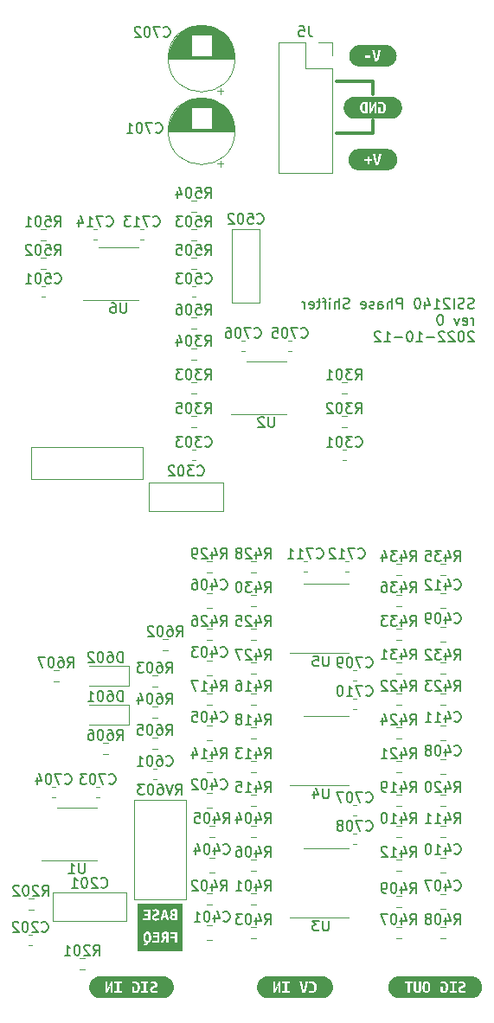
<source format=gbo>
G04 #@! TF.GenerationSoftware,KiCad,Pcbnew,6.0.5+dfsg-1~bpo11+1*
G04 #@! TF.CreationDate,2022-12-29T14:19:14+00:00*
G04 #@! TF.ProjectId,SSI2140_phase_shifter,53534932-3134-4305-9f70-686173655f73,0*
G04 #@! TF.SameCoordinates,Original*
G04 #@! TF.FileFunction,Legend,Bot*
G04 #@! TF.FilePolarity,Positive*
%FSLAX46Y46*%
G04 Gerber Fmt 4.6, Leading zero omitted, Abs format (unit mm)*
G04 Created by KiCad (PCBNEW 6.0.5+dfsg-1~bpo11+1) date 2022-12-29 14:19:14*
%MOMM*%
%LPD*%
G01*
G04 APERTURE LIST*
%ADD10C,0.300000*%
%ADD11C,0.150000*%
%ADD12C,0.120000*%
%ADD13C,1.902000*%
%ADD14O,2.822000X3.342000*%
%ADD15C,3.102000*%
%ADD16C,1.451600*%
%ADD17C,1.702000*%
%ADD18O,1.802000X1.802000*%
%ADD19C,2.702000*%
%ADD20C,1.542000*%
G04 APERTURE END LIST*
D10*
X159004000Y-57658000D02*
X155448000Y-57658000D01*
X159004000Y-57658000D02*
X159004000Y-56388000D01*
X159004000Y-53848000D02*
X159004000Y-52578000D01*
X159004000Y-52578000D02*
X155448000Y-52578000D01*
D11*
X168876023Y-74740761D02*
X168733166Y-74788380D01*
X168495071Y-74788380D01*
X168399833Y-74740761D01*
X168352214Y-74693142D01*
X168304595Y-74597904D01*
X168304595Y-74502666D01*
X168352214Y-74407428D01*
X168399833Y-74359809D01*
X168495071Y-74312190D01*
X168685547Y-74264571D01*
X168780785Y-74216952D01*
X168828404Y-74169333D01*
X168876023Y-74074095D01*
X168876023Y-73978857D01*
X168828404Y-73883619D01*
X168780785Y-73836000D01*
X168685547Y-73788380D01*
X168447452Y-73788380D01*
X168304595Y-73836000D01*
X167923642Y-74740761D02*
X167780785Y-74788380D01*
X167542690Y-74788380D01*
X167447452Y-74740761D01*
X167399833Y-74693142D01*
X167352214Y-74597904D01*
X167352214Y-74502666D01*
X167399833Y-74407428D01*
X167447452Y-74359809D01*
X167542690Y-74312190D01*
X167733166Y-74264571D01*
X167828404Y-74216952D01*
X167876023Y-74169333D01*
X167923642Y-74074095D01*
X167923642Y-73978857D01*
X167876023Y-73883619D01*
X167828404Y-73836000D01*
X167733166Y-73788380D01*
X167495071Y-73788380D01*
X167352214Y-73836000D01*
X166923642Y-74788380D02*
X166923642Y-73788380D01*
X166495071Y-73883619D02*
X166447452Y-73836000D01*
X166352214Y-73788380D01*
X166114119Y-73788380D01*
X166018880Y-73836000D01*
X165971261Y-73883619D01*
X165923642Y-73978857D01*
X165923642Y-74074095D01*
X165971261Y-74216952D01*
X166542690Y-74788380D01*
X165923642Y-74788380D01*
X164971261Y-74788380D02*
X165542690Y-74788380D01*
X165256976Y-74788380D02*
X165256976Y-73788380D01*
X165352214Y-73931238D01*
X165447452Y-74026476D01*
X165542690Y-74074095D01*
X164114119Y-74121714D02*
X164114119Y-74788380D01*
X164352214Y-73740761D02*
X164590309Y-74455047D01*
X163971261Y-74455047D01*
X163399833Y-73788380D02*
X163304595Y-73788380D01*
X163209357Y-73836000D01*
X163161738Y-73883619D01*
X163114119Y-73978857D01*
X163066500Y-74169333D01*
X163066500Y-74407428D01*
X163114119Y-74597904D01*
X163161738Y-74693142D01*
X163209357Y-74740761D01*
X163304595Y-74788380D01*
X163399833Y-74788380D01*
X163495071Y-74740761D01*
X163542690Y-74693142D01*
X163590309Y-74597904D01*
X163637928Y-74407428D01*
X163637928Y-74169333D01*
X163590309Y-73978857D01*
X163542690Y-73883619D01*
X163495071Y-73836000D01*
X163399833Y-73788380D01*
X161876023Y-74788380D02*
X161876023Y-73788380D01*
X161495071Y-73788380D01*
X161399833Y-73836000D01*
X161352214Y-73883619D01*
X161304595Y-73978857D01*
X161304595Y-74121714D01*
X161352214Y-74216952D01*
X161399833Y-74264571D01*
X161495071Y-74312190D01*
X161876023Y-74312190D01*
X160876023Y-74788380D02*
X160876023Y-73788380D01*
X160447452Y-74788380D02*
X160447452Y-74264571D01*
X160495071Y-74169333D01*
X160590309Y-74121714D01*
X160733166Y-74121714D01*
X160828404Y-74169333D01*
X160876023Y-74216952D01*
X159542690Y-74788380D02*
X159542690Y-74264571D01*
X159590309Y-74169333D01*
X159685547Y-74121714D01*
X159876023Y-74121714D01*
X159971261Y-74169333D01*
X159542690Y-74740761D02*
X159637928Y-74788380D01*
X159876023Y-74788380D01*
X159971261Y-74740761D01*
X160018880Y-74645523D01*
X160018880Y-74550285D01*
X159971261Y-74455047D01*
X159876023Y-74407428D01*
X159637928Y-74407428D01*
X159542690Y-74359809D01*
X159114119Y-74740761D02*
X159018880Y-74788380D01*
X158828404Y-74788380D01*
X158733166Y-74740761D01*
X158685547Y-74645523D01*
X158685547Y-74597904D01*
X158733166Y-74502666D01*
X158828404Y-74455047D01*
X158971261Y-74455047D01*
X159066500Y-74407428D01*
X159114119Y-74312190D01*
X159114119Y-74264571D01*
X159066500Y-74169333D01*
X158971261Y-74121714D01*
X158828404Y-74121714D01*
X158733166Y-74169333D01*
X157876023Y-74740761D02*
X157971261Y-74788380D01*
X158161738Y-74788380D01*
X158256976Y-74740761D01*
X158304595Y-74645523D01*
X158304595Y-74264571D01*
X158256976Y-74169333D01*
X158161738Y-74121714D01*
X157971261Y-74121714D01*
X157876023Y-74169333D01*
X157828404Y-74264571D01*
X157828404Y-74359809D01*
X158304595Y-74455047D01*
X156685547Y-74740761D02*
X156542690Y-74788380D01*
X156304595Y-74788380D01*
X156209357Y-74740761D01*
X156161738Y-74693142D01*
X156114119Y-74597904D01*
X156114119Y-74502666D01*
X156161738Y-74407428D01*
X156209357Y-74359809D01*
X156304595Y-74312190D01*
X156495071Y-74264571D01*
X156590309Y-74216952D01*
X156637928Y-74169333D01*
X156685547Y-74074095D01*
X156685547Y-73978857D01*
X156637928Y-73883619D01*
X156590309Y-73836000D01*
X156495071Y-73788380D01*
X156256976Y-73788380D01*
X156114119Y-73836000D01*
X155685547Y-74788380D02*
X155685547Y-73788380D01*
X155256976Y-74788380D02*
X155256976Y-74264571D01*
X155304595Y-74169333D01*
X155399833Y-74121714D01*
X155542690Y-74121714D01*
X155637928Y-74169333D01*
X155685547Y-74216952D01*
X154780785Y-74788380D02*
X154780785Y-74121714D01*
X154780785Y-73788380D02*
X154828404Y-73836000D01*
X154780785Y-73883619D01*
X154733166Y-73836000D01*
X154780785Y-73788380D01*
X154780785Y-73883619D01*
X154447452Y-74121714D02*
X154066500Y-74121714D01*
X154304595Y-74788380D02*
X154304595Y-73931238D01*
X154256976Y-73836000D01*
X154161738Y-73788380D01*
X154066500Y-73788380D01*
X153876023Y-74121714D02*
X153495071Y-74121714D01*
X153733166Y-73788380D02*
X153733166Y-74645523D01*
X153685547Y-74740761D01*
X153590309Y-74788380D01*
X153495071Y-74788380D01*
X152780785Y-74740761D02*
X152876023Y-74788380D01*
X153066500Y-74788380D01*
X153161738Y-74740761D01*
X153209357Y-74645523D01*
X153209357Y-74264571D01*
X153161738Y-74169333D01*
X153066500Y-74121714D01*
X152876023Y-74121714D01*
X152780785Y-74169333D01*
X152733166Y-74264571D01*
X152733166Y-74359809D01*
X153209357Y-74455047D01*
X152304595Y-74788380D02*
X152304595Y-74121714D01*
X152304595Y-74312190D02*
X152256976Y-74216952D01*
X152209357Y-74169333D01*
X152114119Y-74121714D01*
X152018880Y-74121714D01*
X168828404Y-76398380D02*
X168828404Y-75731714D01*
X168828404Y-75922190D02*
X168780785Y-75826952D01*
X168733166Y-75779333D01*
X168637928Y-75731714D01*
X168542690Y-75731714D01*
X167828404Y-76350761D02*
X167923642Y-76398380D01*
X168114119Y-76398380D01*
X168209357Y-76350761D01*
X168256976Y-76255523D01*
X168256976Y-75874571D01*
X168209357Y-75779333D01*
X168114119Y-75731714D01*
X167923642Y-75731714D01*
X167828404Y-75779333D01*
X167780785Y-75874571D01*
X167780785Y-75969809D01*
X168256976Y-76065047D01*
X167447452Y-75731714D02*
X167209357Y-76398380D01*
X166971261Y-75731714D01*
X165637928Y-75398380D02*
X165542690Y-75398380D01*
X165447452Y-75446000D01*
X165399833Y-75493619D01*
X165352214Y-75588857D01*
X165304595Y-75779333D01*
X165304595Y-76017428D01*
X165352214Y-76207904D01*
X165399833Y-76303142D01*
X165447452Y-76350761D01*
X165542690Y-76398380D01*
X165637928Y-76398380D01*
X165733166Y-76350761D01*
X165780785Y-76303142D01*
X165828404Y-76207904D01*
X165876023Y-76017428D01*
X165876023Y-75779333D01*
X165828404Y-75588857D01*
X165780785Y-75493619D01*
X165733166Y-75446000D01*
X165637928Y-75398380D01*
X168876023Y-77103619D02*
X168828404Y-77056000D01*
X168733166Y-77008380D01*
X168495071Y-77008380D01*
X168399833Y-77056000D01*
X168352214Y-77103619D01*
X168304595Y-77198857D01*
X168304595Y-77294095D01*
X168352214Y-77436952D01*
X168923642Y-78008380D01*
X168304595Y-78008380D01*
X167685547Y-77008380D02*
X167590309Y-77008380D01*
X167495071Y-77056000D01*
X167447452Y-77103619D01*
X167399833Y-77198857D01*
X167352214Y-77389333D01*
X167352214Y-77627428D01*
X167399833Y-77817904D01*
X167447452Y-77913142D01*
X167495071Y-77960761D01*
X167590309Y-78008380D01*
X167685547Y-78008380D01*
X167780785Y-77960761D01*
X167828404Y-77913142D01*
X167876023Y-77817904D01*
X167923642Y-77627428D01*
X167923642Y-77389333D01*
X167876023Y-77198857D01*
X167828404Y-77103619D01*
X167780785Y-77056000D01*
X167685547Y-77008380D01*
X166971261Y-77103619D02*
X166923642Y-77056000D01*
X166828404Y-77008380D01*
X166590309Y-77008380D01*
X166495071Y-77056000D01*
X166447452Y-77103619D01*
X166399833Y-77198857D01*
X166399833Y-77294095D01*
X166447452Y-77436952D01*
X167018880Y-78008380D01*
X166399833Y-78008380D01*
X166018880Y-77103619D02*
X165971261Y-77056000D01*
X165876023Y-77008380D01*
X165637928Y-77008380D01*
X165542690Y-77056000D01*
X165495071Y-77103619D01*
X165447452Y-77198857D01*
X165447452Y-77294095D01*
X165495071Y-77436952D01*
X166066500Y-78008380D01*
X165447452Y-78008380D01*
X165018880Y-77627428D02*
X164256976Y-77627428D01*
X163256976Y-78008380D02*
X163828404Y-78008380D01*
X163542690Y-78008380D02*
X163542690Y-77008380D01*
X163637928Y-77151238D01*
X163733166Y-77246476D01*
X163828404Y-77294095D01*
X162637928Y-77008380D02*
X162542690Y-77008380D01*
X162447452Y-77056000D01*
X162399833Y-77103619D01*
X162352214Y-77198857D01*
X162304595Y-77389333D01*
X162304595Y-77627428D01*
X162352214Y-77817904D01*
X162399833Y-77913142D01*
X162447452Y-77960761D01*
X162542690Y-78008380D01*
X162637928Y-78008380D01*
X162733166Y-77960761D01*
X162780785Y-77913142D01*
X162828404Y-77817904D01*
X162876023Y-77627428D01*
X162876023Y-77389333D01*
X162828404Y-77198857D01*
X162780785Y-77103619D01*
X162733166Y-77056000D01*
X162637928Y-77008380D01*
X161876023Y-77627428D02*
X161114119Y-77627428D01*
X160114119Y-78008380D02*
X160685547Y-78008380D01*
X160399833Y-78008380D02*
X160399833Y-77008380D01*
X160495071Y-77151238D01*
X160590309Y-77246476D01*
X160685547Y-77294095D01*
X159733166Y-77103619D02*
X159685547Y-77056000D01*
X159590309Y-77008380D01*
X159352214Y-77008380D01*
X159256976Y-77056000D01*
X159209357Y-77103619D01*
X159161738Y-77198857D01*
X159161738Y-77294095D01*
X159209357Y-77436952D01*
X159780785Y-78008380D01*
X159161738Y-78008380D01*
X151995047Y-77573142D02*
X152042666Y-77620761D01*
X152185523Y-77668380D01*
X152280761Y-77668380D01*
X152423619Y-77620761D01*
X152518857Y-77525523D01*
X152566476Y-77430285D01*
X152614095Y-77239809D01*
X152614095Y-77096952D01*
X152566476Y-76906476D01*
X152518857Y-76811238D01*
X152423619Y-76716000D01*
X152280761Y-76668380D01*
X152185523Y-76668380D01*
X152042666Y-76716000D01*
X151995047Y-76763619D01*
X151661714Y-76668380D02*
X150995047Y-76668380D01*
X151423619Y-77668380D01*
X150423619Y-76668380D02*
X150328380Y-76668380D01*
X150233142Y-76716000D01*
X150185523Y-76763619D01*
X150137904Y-76858857D01*
X150090285Y-77049333D01*
X150090285Y-77287428D01*
X150137904Y-77477904D01*
X150185523Y-77573142D01*
X150233142Y-77620761D01*
X150328380Y-77668380D01*
X150423619Y-77668380D01*
X150518857Y-77620761D01*
X150566476Y-77573142D01*
X150614095Y-77477904D01*
X150661714Y-77287428D01*
X150661714Y-77049333D01*
X150614095Y-76858857D01*
X150566476Y-76763619D01*
X150518857Y-76716000D01*
X150423619Y-76668380D01*
X149185523Y-76668380D02*
X149661714Y-76668380D01*
X149709333Y-77144571D01*
X149661714Y-77096952D01*
X149566476Y-77049333D01*
X149328380Y-77049333D01*
X149233142Y-77096952D01*
X149185523Y-77144571D01*
X149137904Y-77239809D01*
X149137904Y-77477904D01*
X149185523Y-77573142D01*
X149233142Y-77620761D01*
X149328380Y-77668380D01*
X149566476Y-77668380D01*
X149661714Y-77620761D01*
X149709333Y-77573142D01*
X148439047Y-112212380D02*
X148772380Y-111736190D01*
X149010476Y-112212380D02*
X149010476Y-111212380D01*
X148629523Y-111212380D01*
X148534285Y-111260000D01*
X148486666Y-111307619D01*
X148439047Y-111402857D01*
X148439047Y-111545714D01*
X148486666Y-111640952D01*
X148534285Y-111688571D01*
X148629523Y-111736190D01*
X149010476Y-111736190D01*
X147581904Y-111545714D02*
X147581904Y-112212380D01*
X147820000Y-111164761D02*
X148058095Y-111879047D01*
X147439047Y-111879047D01*
X146534285Y-112212380D02*
X147105714Y-112212380D01*
X146820000Y-112212380D02*
X146820000Y-111212380D01*
X146915238Y-111355238D01*
X147010476Y-111450476D01*
X147105714Y-111498095D01*
X145677142Y-111212380D02*
X145867619Y-111212380D01*
X145962857Y-111260000D01*
X146010476Y-111307619D01*
X146105714Y-111450476D01*
X146153333Y-111640952D01*
X146153333Y-112021904D01*
X146105714Y-112117142D01*
X146058095Y-112164761D01*
X145962857Y-112212380D01*
X145772380Y-112212380D01*
X145677142Y-112164761D01*
X145629523Y-112117142D01*
X145581904Y-112021904D01*
X145581904Y-111783809D01*
X145629523Y-111688571D01*
X145677142Y-111640952D01*
X145772380Y-111593333D01*
X145962857Y-111593333D01*
X146058095Y-111640952D01*
X146105714Y-111688571D01*
X146153333Y-111783809D01*
X154685904Y-108808380D02*
X154685904Y-109617904D01*
X154638285Y-109713142D01*
X154590666Y-109760761D01*
X154495428Y-109808380D01*
X154304952Y-109808380D01*
X154209714Y-109760761D01*
X154162095Y-109713142D01*
X154114476Y-109617904D01*
X154114476Y-108808380D01*
X153162095Y-108808380D02*
X153638285Y-108808380D01*
X153685904Y-109284571D01*
X153638285Y-109236952D01*
X153543047Y-109189333D01*
X153304952Y-109189333D01*
X153209714Y-109236952D01*
X153162095Y-109284571D01*
X153114476Y-109379809D01*
X153114476Y-109617904D01*
X153162095Y-109713142D01*
X153209714Y-109760761D01*
X153304952Y-109808380D01*
X153543047Y-109808380D01*
X153638285Y-109760761D01*
X153685904Y-109713142D01*
X149351904Y-85402380D02*
X149351904Y-86211904D01*
X149304285Y-86307142D01*
X149256666Y-86354761D01*
X149161428Y-86402380D01*
X148970952Y-86402380D01*
X148875714Y-86354761D01*
X148828095Y-86307142D01*
X148780476Y-86211904D01*
X148780476Y-85402380D01*
X148351904Y-85497619D02*
X148304285Y-85450000D01*
X148209047Y-85402380D01*
X147970952Y-85402380D01*
X147875714Y-85450000D01*
X147828095Y-85497619D01*
X147780476Y-85592857D01*
X147780476Y-85688095D01*
X147828095Y-85830952D01*
X148399523Y-86402380D01*
X147780476Y-86402380D01*
X162663047Y-99512380D02*
X162996380Y-99036190D01*
X163234476Y-99512380D02*
X163234476Y-98512380D01*
X162853523Y-98512380D01*
X162758285Y-98560000D01*
X162710666Y-98607619D01*
X162663047Y-98702857D01*
X162663047Y-98845714D01*
X162710666Y-98940952D01*
X162758285Y-98988571D01*
X162853523Y-99036190D01*
X163234476Y-99036190D01*
X161805904Y-98845714D02*
X161805904Y-99512380D01*
X162044000Y-98464761D02*
X162282095Y-99179047D01*
X161663047Y-99179047D01*
X161377333Y-98512380D02*
X160758285Y-98512380D01*
X161091619Y-98893333D01*
X160948761Y-98893333D01*
X160853523Y-98940952D01*
X160805904Y-98988571D01*
X160758285Y-99083809D01*
X160758285Y-99321904D01*
X160805904Y-99417142D01*
X160853523Y-99464761D01*
X160948761Y-99512380D01*
X161234476Y-99512380D01*
X161329714Y-99464761D01*
X161377333Y-99417142D01*
X159901142Y-98845714D02*
X159901142Y-99512380D01*
X160139238Y-98464761D02*
X160377333Y-99179047D01*
X159758285Y-99179047D01*
X166981047Y-135072380D02*
X167314380Y-134596190D01*
X167552476Y-135072380D02*
X167552476Y-134072380D01*
X167171523Y-134072380D01*
X167076285Y-134120000D01*
X167028666Y-134167619D01*
X166981047Y-134262857D01*
X166981047Y-134405714D01*
X167028666Y-134500952D01*
X167076285Y-134548571D01*
X167171523Y-134596190D01*
X167552476Y-134596190D01*
X166123904Y-134405714D02*
X166123904Y-135072380D01*
X166362000Y-134024761D02*
X166600095Y-134739047D01*
X165981047Y-134739047D01*
X165409619Y-134072380D02*
X165314380Y-134072380D01*
X165219142Y-134120000D01*
X165171523Y-134167619D01*
X165123904Y-134262857D01*
X165076285Y-134453333D01*
X165076285Y-134691428D01*
X165123904Y-134881904D01*
X165171523Y-134977142D01*
X165219142Y-135024761D01*
X165314380Y-135072380D01*
X165409619Y-135072380D01*
X165504857Y-135024761D01*
X165552476Y-134977142D01*
X165600095Y-134881904D01*
X165647714Y-134691428D01*
X165647714Y-134453333D01*
X165600095Y-134262857D01*
X165552476Y-134167619D01*
X165504857Y-134120000D01*
X165409619Y-134072380D01*
X164504857Y-134500952D02*
X164600095Y-134453333D01*
X164647714Y-134405714D01*
X164695333Y-134310476D01*
X164695333Y-134262857D01*
X164647714Y-134167619D01*
X164600095Y-134120000D01*
X164504857Y-134072380D01*
X164314380Y-134072380D01*
X164219142Y-134120000D01*
X164171523Y-134167619D01*
X164123904Y-134262857D01*
X164123904Y-134310476D01*
X164171523Y-134405714D01*
X164219142Y-134453333D01*
X164314380Y-134500952D01*
X164504857Y-134500952D01*
X164600095Y-134548571D01*
X164647714Y-134596190D01*
X164695333Y-134691428D01*
X164695333Y-134881904D01*
X164647714Y-134977142D01*
X164600095Y-135024761D01*
X164504857Y-135072380D01*
X164314380Y-135072380D01*
X164219142Y-135024761D01*
X164171523Y-134977142D01*
X164123904Y-134881904D01*
X164123904Y-134691428D01*
X164171523Y-134596190D01*
X164219142Y-134548571D01*
X164314380Y-134500952D01*
X148439047Y-135072380D02*
X148772380Y-134596190D01*
X149010476Y-135072380D02*
X149010476Y-134072380D01*
X148629523Y-134072380D01*
X148534285Y-134120000D01*
X148486666Y-134167619D01*
X148439047Y-134262857D01*
X148439047Y-134405714D01*
X148486666Y-134500952D01*
X148534285Y-134548571D01*
X148629523Y-134596190D01*
X149010476Y-134596190D01*
X147581904Y-134405714D02*
X147581904Y-135072380D01*
X147820000Y-134024761D02*
X148058095Y-134739047D01*
X147439047Y-134739047D01*
X146867619Y-134072380D02*
X146772380Y-134072380D01*
X146677142Y-134120000D01*
X146629523Y-134167619D01*
X146581904Y-134262857D01*
X146534285Y-134453333D01*
X146534285Y-134691428D01*
X146581904Y-134881904D01*
X146629523Y-134977142D01*
X146677142Y-135024761D01*
X146772380Y-135072380D01*
X146867619Y-135072380D01*
X146962857Y-135024761D01*
X147010476Y-134977142D01*
X147058095Y-134881904D01*
X147105714Y-134691428D01*
X147105714Y-134453333D01*
X147058095Y-134262857D01*
X147010476Y-134167619D01*
X146962857Y-134120000D01*
X146867619Y-134072380D01*
X146200952Y-134072380D02*
X145581904Y-134072380D01*
X145915238Y-134453333D01*
X145772380Y-134453333D01*
X145677142Y-134500952D01*
X145629523Y-134548571D01*
X145581904Y-134643809D01*
X145581904Y-134881904D01*
X145629523Y-134977142D01*
X145677142Y-135024761D01*
X145772380Y-135072380D01*
X146058095Y-135072380D01*
X146153333Y-135024761D01*
X146200952Y-134977142D01*
X166981047Y-99512380D02*
X167314380Y-99036190D01*
X167552476Y-99512380D02*
X167552476Y-98512380D01*
X167171523Y-98512380D01*
X167076285Y-98560000D01*
X167028666Y-98607619D01*
X166981047Y-98702857D01*
X166981047Y-98845714D01*
X167028666Y-98940952D01*
X167076285Y-98988571D01*
X167171523Y-99036190D01*
X167552476Y-99036190D01*
X166123904Y-98845714D02*
X166123904Y-99512380D01*
X166362000Y-98464761D02*
X166600095Y-99179047D01*
X165981047Y-99179047D01*
X165695333Y-98512380D02*
X165076285Y-98512380D01*
X165409619Y-98893333D01*
X165266761Y-98893333D01*
X165171523Y-98940952D01*
X165123904Y-98988571D01*
X165076285Y-99083809D01*
X165076285Y-99321904D01*
X165123904Y-99417142D01*
X165171523Y-99464761D01*
X165266761Y-99512380D01*
X165552476Y-99512380D01*
X165647714Y-99464761D01*
X165695333Y-99417142D01*
X164171523Y-98512380D02*
X164647714Y-98512380D01*
X164695333Y-98988571D01*
X164647714Y-98940952D01*
X164552476Y-98893333D01*
X164314380Y-98893333D01*
X164219142Y-98940952D01*
X164171523Y-98988571D01*
X164123904Y-99083809D01*
X164123904Y-99321904D01*
X164171523Y-99417142D01*
X164219142Y-99464761D01*
X164314380Y-99512380D01*
X164552476Y-99512380D01*
X164647714Y-99464761D01*
X164695333Y-99417142D01*
X147677047Y-66397142D02*
X147724666Y-66444761D01*
X147867523Y-66492380D01*
X147962761Y-66492380D01*
X148105619Y-66444761D01*
X148200857Y-66349523D01*
X148248476Y-66254285D01*
X148296095Y-66063809D01*
X148296095Y-65920952D01*
X148248476Y-65730476D01*
X148200857Y-65635238D01*
X148105619Y-65540000D01*
X147962761Y-65492380D01*
X147867523Y-65492380D01*
X147724666Y-65540000D01*
X147677047Y-65587619D01*
X146772285Y-65492380D02*
X147248476Y-65492380D01*
X147296095Y-65968571D01*
X147248476Y-65920952D01*
X147153238Y-65873333D01*
X146915142Y-65873333D01*
X146819904Y-65920952D01*
X146772285Y-65968571D01*
X146724666Y-66063809D01*
X146724666Y-66301904D01*
X146772285Y-66397142D01*
X146819904Y-66444761D01*
X146915142Y-66492380D01*
X147153238Y-66492380D01*
X147248476Y-66444761D01*
X147296095Y-66397142D01*
X146105619Y-65492380D02*
X146010380Y-65492380D01*
X145915142Y-65540000D01*
X145867523Y-65587619D01*
X145819904Y-65682857D01*
X145772285Y-65873333D01*
X145772285Y-66111428D01*
X145819904Y-66301904D01*
X145867523Y-66397142D01*
X145915142Y-66444761D01*
X146010380Y-66492380D01*
X146105619Y-66492380D01*
X146200857Y-66444761D01*
X146248476Y-66397142D01*
X146296095Y-66301904D01*
X146343714Y-66111428D01*
X146343714Y-65873333D01*
X146296095Y-65682857D01*
X146248476Y-65587619D01*
X146200857Y-65540000D01*
X146105619Y-65492380D01*
X145391333Y-65587619D02*
X145343714Y-65540000D01*
X145248476Y-65492380D01*
X145010380Y-65492380D01*
X144915142Y-65540000D01*
X144867523Y-65587619D01*
X144819904Y-65682857D01*
X144819904Y-65778095D01*
X144867523Y-65920952D01*
X145438952Y-66492380D01*
X144819904Y-66492380D01*
X148439047Y-128468380D02*
X148772380Y-127992190D01*
X149010476Y-128468380D02*
X149010476Y-127468380D01*
X148629523Y-127468380D01*
X148534285Y-127516000D01*
X148486666Y-127563619D01*
X148439047Y-127658857D01*
X148439047Y-127801714D01*
X148486666Y-127896952D01*
X148534285Y-127944571D01*
X148629523Y-127992190D01*
X149010476Y-127992190D01*
X147581904Y-127801714D02*
X147581904Y-128468380D01*
X147820000Y-127420761D02*
X148058095Y-128135047D01*
X147439047Y-128135047D01*
X146867619Y-127468380D02*
X146772380Y-127468380D01*
X146677142Y-127516000D01*
X146629523Y-127563619D01*
X146581904Y-127658857D01*
X146534285Y-127849333D01*
X146534285Y-128087428D01*
X146581904Y-128277904D01*
X146629523Y-128373142D01*
X146677142Y-128420761D01*
X146772380Y-128468380D01*
X146867619Y-128468380D01*
X146962857Y-128420761D01*
X147010476Y-128373142D01*
X147058095Y-128277904D01*
X147105714Y-128087428D01*
X147105714Y-127849333D01*
X147058095Y-127658857D01*
X147010476Y-127563619D01*
X146962857Y-127516000D01*
X146867619Y-127468380D01*
X145677142Y-127468380D02*
X145867619Y-127468380D01*
X145962857Y-127516000D01*
X146010476Y-127563619D01*
X146105714Y-127706476D01*
X146153333Y-127896952D01*
X146153333Y-128277904D01*
X146105714Y-128373142D01*
X146058095Y-128420761D01*
X145962857Y-128468380D01*
X145772380Y-128468380D01*
X145677142Y-128420761D01*
X145629523Y-128373142D01*
X145581904Y-128277904D01*
X145581904Y-128039809D01*
X145629523Y-127944571D01*
X145677142Y-127896952D01*
X145772380Y-127849333D01*
X145962857Y-127849333D01*
X146058095Y-127896952D01*
X146105714Y-127944571D01*
X146153333Y-128039809D01*
X162663047Y-125166380D02*
X162996380Y-124690190D01*
X163234476Y-125166380D02*
X163234476Y-124166380D01*
X162853523Y-124166380D01*
X162758285Y-124214000D01*
X162710666Y-124261619D01*
X162663047Y-124356857D01*
X162663047Y-124499714D01*
X162710666Y-124594952D01*
X162758285Y-124642571D01*
X162853523Y-124690190D01*
X163234476Y-124690190D01*
X161805904Y-124499714D02*
X161805904Y-125166380D01*
X162044000Y-124118761D02*
X162282095Y-124833047D01*
X161663047Y-124833047D01*
X160758285Y-125166380D02*
X161329714Y-125166380D01*
X161044000Y-125166380D02*
X161044000Y-124166380D01*
X161139238Y-124309238D01*
X161234476Y-124404476D01*
X161329714Y-124452095D01*
X160139238Y-124166380D02*
X160044000Y-124166380D01*
X159948761Y-124214000D01*
X159901142Y-124261619D01*
X159853523Y-124356857D01*
X159805904Y-124547333D01*
X159805904Y-124785428D01*
X159853523Y-124975904D01*
X159901142Y-125071142D01*
X159948761Y-125118761D01*
X160044000Y-125166380D01*
X160139238Y-125166380D01*
X160234476Y-125118761D01*
X160282095Y-125071142D01*
X160329714Y-124975904D01*
X160377333Y-124785428D01*
X160377333Y-124547333D01*
X160329714Y-124356857D01*
X160282095Y-124261619D01*
X160234476Y-124214000D01*
X160139238Y-124166380D01*
X166981047Y-118467142D02*
X167028666Y-118514761D01*
X167171523Y-118562380D01*
X167266761Y-118562380D01*
X167409619Y-118514761D01*
X167504857Y-118419523D01*
X167552476Y-118324285D01*
X167600095Y-118133809D01*
X167600095Y-117990952D01*
X167552476Y-117800476D01*
X167504857Y-117705238D01*
X167409619Y-117610000D01*
X167266761Y-117562380D01*
X167171523Y-117562380D01*
X167028666Y-117610000D01*
X166981047Y-117657619D01*
X166123904Y-117895714D02*
X166123904Y-118562380D01*
X166362000Y-117514761D02*
X166600095Y-118229047D01*
X165981047Y-118229047D01*
X165409619Y-117562380D02*
X165314380Y-117562380D01*
X165219142Y-117610000D01*
X165171523Y-117657619D01*
X165123904Y-117752857D01*
X165076285Y-117943333D01*
X165076285Y-118181428D01*
X165123904Y-118371904D01*
X165171523Y-118467142D01*
X165219142Y-118514761D01*
X165314380Y-118562380D01*
X165409619Y-118562380D01*
X165504857Y-118514761D01*
X165552476Y-118467142D01*
X165600095Y-118371904D01*
X165647714Y-118181428D01*
X165647714Y-117943333D01*
X165600095Y-117752857D01*
X165552476Y-117657619D01*
X165504857Y-117610000D01*
X165409619Y-117562380D01*
X164504857Y-117990952D02*
X164600095Y-117943333D01*
X164647714Y-117895714D01*
X164695333Y-117800476D01*
X164695333Y-117752857D01*
X164647714Y-117657619D01*
X164600095Y-117610000D01*
X164504857Y-117562380D01*
X164314380Y-117562380D01*
X164219142Y-117610000D01*
X164171523Y-117657619D01*
X164123904Y-117752857D01*
X164123904Y-117800476D01*
X164171523Y-117895714D01*
X164219142Y-117943333D01*
X164314380Y-117990952D01*
X164504857Y-117990952D01*
X164600095Y-118038571D01*
X164647714Y-118086190D01*
X164695333Y-118181428D01*
X164695333Y-118371904D01*
X164647714Y-118467142D01*
X164600095Y-118514761D01*
X164504857Y-118562380D01*
X164314380Y-118562380D01*
X164219142Y-118514761D01*
X164171523Y-118467142D01*
X164123904Y-118371904D01*
X164123904Y-118181428D01*
X164171523Y-118086190D01*
X164219142Y-118038571D01*
X164314380Y-117990952D01*
X148439047Y-109164380D02*
X148772380Y-108688190D01*
X149010476Y-109164380D02*
X149010476Y-108164380D01*
X148629523Y-108164380D01*
X148534285Y-108212000D01*
X148486666Y-108259619D01*
X148439047Y-108354857D01*
X148439047Y-108497714D01*
X148486666Y-108592952D01*
X148534285Y-108640571D01*
X148629523Y-108688190D01*
X149010476Y-108688190D01*
X147581904Y-108497714D02*
X147581904Y-109164380D01*
X147820000Y-108116761D02*
X148058095Y-108831047D01*
X147439047Y-108831047D01*
X147105714Y-108259619D02*
X147058095Y-108212000D01*
X146962857Y-108164380D01*
X146724761Y-108164380D01*
X146629523Y-108212000D01*
X146581904Y-108259619D01*
X146534285Y-108354857D01*
X146534285Y-108450095D01*
X146581904Y-108592952D01*
X147153333Y-109164380D01*
X146534285Y-109164380D01*
X146200952Y-108164380D02*
X145534285Y-108164380D01*
X145962857Y-109164380D01*
X134532476Y-113228380D02*
X134532476Y-112228380D01*
X134294380Y-112228380D01*
X134151523Y-112276000D01*
X134056285Y-112371238D01*
X134008666Y-112466476D01*
X133961047Y-112656952D01*
X133961047Y-112799809D01*
X134008666Y-112990285D01*
X134056285Y-113085523D01*
X134151523Y-113180761D01*
X134294380Y-113228380D01*
X134532476Y-113228380D01*
X133103904Y-112228380D02*
X133294380Y-112228380D01*
X133389619Y-112276000D01*
X133437238Y-112323619D01*
X133532476Y-112466476D01*
X133580095Y-112656952D01*
X133580095Y-113037904D01*
X133532476Y-113133142D01*
X133484857Y-113180761D01*
X133389619Y-113228380D01*
X133199142Y-113228380D01*
X133103904Y-113180761D01*
X133056285Y-113133142D01*
X133008666Y-113037904D01*
X133008666Y-112799809D01*
X133056285Y-112704571D01*
X133103904Y-112656952D01*
X133199142Y-112609333D01*
X133389619Y-112609333D01*
X133484857Y-112656952D01*
X133532476Y-112704571D01*
X133580095Y-112799809D01*
X132389619Y-112228380D02*
X132294380Y-112228380D01*
X132199142Y-112276000D01*
X132151523Y-112323619D01*
X132103904Y-112418857D01*
X132056285Y-112609333D01*
X132056285Y-112847428D01*
X132103904Y-113037904D01*
X132151523Y-113133142D01*
X132199142Y-113180761D01*
X132294380Y-113228380D01*
X132389619Y-113228380D01*
X132484857Y-113180761D01*
X132532476Y-113133142D01*
X132580095Y-113037904D01*
X132627714Y-112847428D01*
X132627714Y-112609333D01*
X132580095Y-112418857D01*
X132532476Y-112323619D01*
X132484857Y-112276000D01*
X132389619Y-112228380D01*
X131103904Y-113228380D02*
X131675333Y-113228380D01*
X131389619Y-113228380D02*
X131389619Y-112228380D01*
X131484857Y-112371238D01*
X131580095Y-112466476D01*
X131675333Y-112514095D01*
X138787047Y-113482380D02*
X139120380Y-113006190D01*
X139358476Y-113482380D02*
X139358476Y-112482380D01*
X138977523Y-112482380D01*
X138882285Y-112530000D01*
X138834666Y-112577619D01*
X138787047Y-112672857D01*
X138787047Y-112815714D01*
X138834666Y-112910952D01*
X138882285Y-112958571D01*
X138977523Y-113006190D01*
X139358476Y-113006190D01*
X137929904Y-112482380D02*
X138120380Y-112482380D01*
X138215619Y-112530000D01*
X138263238Y-112577619D01*
X138358476Y-112720476D01*
X138406095Y-112910952D01*
X138406095Y-113291904D01*
X138358476Y-113387142D01*
X138310857Y-113434761D01*
X138215619Y-113482380D01*
X138025142Y-113482380D01*
X137929904Y-113434761D01*
X137882285Y-113387142D01*
X137834666Y-113291904D01*
X137834666Y-113053809D01*
X137882285Y-112958571D01*
X137929904Y-112910952D01*
X138025142Y-112863333D01*
X138215619Y-112863333D01*
X138310857Y-112910952D01*
X138358476Y-112958571D01*
X138406095Y-113053809D01*
X137215619Y-112482380D02*
X137120380Y-112482380D01*
X137025142Y-112530000D01*
X136977523Y-112577619D01*
X136929904Y-112672857D01*
X136882285Y-112863333D01*
X136882285Y-113101428D01*
X136929904Y-113291904D01*
X136977523Y-113387142D01*
X137025142Y-113434761D01*
X137120380Y-113482380D01*
X137215619Y-113482380D01*
X137310857Y-113434761D01*
X137358476Y-113387142D01*
X137406095Y-113291904D01*
X137453714Y-113101428D01*
X137453714Y-112863333D01*
X137406095Y-112672857D01*
X137358476Y-112577619D01*
X137310857Y-112530000D01*
X137215619Y-112482380D01*
X136025142Y-112815714D02*
X136025142Y-113482380D01*
X136263238Y-112434761D02*
X136501333Y-113149047D01*
X135882285Y-113149047D01*
X157329047Y-81732380D02*
X157662380Y-81256190D01*
X157900476Y-81732380D02*
X157900476Y-80732380D01*
X157519523Y-80732380D01*
X157424285Y-80780000D01*
X157376666Y-80827619D01*
X157329047Y-80922857D01*
X157329047Y-81065714D01*
X157376666Y-81160952D01*
X157424285Y-81208571D01*
X157519523Y-81256190D01*
X157900476Y-81256190D01*
X156995714Y-80732380D02*
X156376666Y-80732380D01*
X156710000Y-81113333D01*
X156567142Y-81113333D01*
X156471904Y-81160952D01*
X156424285Y-81208571D01*
X156376666Y-81303809D01*
X156376666Y-81541904D01*
X156424285Y-81637142D01*
X156471904Y-81684761D01*
X156567142Y-81732380D01*
X156852857Y-81732380D01*
X156948095Y-81684761D01*
X156995714Y-81637142D01*
X155757619Y-80732380D02*
X155662380Y-80732380D01*
X155567142Y-80780000D01*
X155519523Y-80827619D01*
X155471904Y-80922857D01*
X155424285Y-81113333D01*
X155424285Y-81351428D01*
X155471904Y-81541904D01*
X155519523Y-81637142D01*
X155567142Y-81684761D01*
X155662380Y-81732380D01*
X155757619Y-81732380D01*
X155852857Y-81684761D01*
X155900476Y-81637142D01*
X155948095Y-81541904D01*
X155995714Y-81351428D01*
X155995714Y-81113333D01*
X155948095Y-80922857D01*
X155900476Y-80827619D01*
X155852857Y-80780000D01*
X155757619Y-80732380D01*
X154471904Y-81732380D02*
X155043333Y-81732380D01*
X154757619Y-81732380D02*
X154757619Y-80732380D01*
X154852857Y-80875238D01*
X154948095Y-80970476D01*
X155043333Y-81018095D01*
X148439047Y-122118380D02*
X148772380Y-121642190D01*
X149010476Y-122118380D02*
X149010476Y-121118380D01*
X148629523Y-121118380D01*
X148534285Y-121166000D01*
X148486666Y-121213619D01*
X148439047Y-121308857D01*
X148439047Y-121451714D01*
X148486666Y-121546952D01*
X148534285Y-121594571D01*
X148629523Y-121642190D01*
X149010476Y-121642190D01*
X147581904Y-121451714D02*
X147581904Y-122118380D01*
X147820000Y-121070761D02*
X148058095Y-121785047D01*
X147439047Y-121785047D01*
X146534285Y-122118380D02*
X147105714Y-122118380D01*
X146820000Y-122118380D02*
X146820000Y-121118380D01*
X146915238Y-121261238D01*
X147010476Y-121356476D01*
X147105714Y-121404095D01*
X145629523Y-121118380D02*
X146105714Y-121118380D01*
X146153333Y-121594571D01*
X146105714Y-121546952D01*
X146010476Y-121499333D01*
X145772380Y-121499333D01*
X145677142Y-121546952D01*
X145629523Y-121594571D01*
X145581904Y-121689809D01*
X145581904Y-121927904D01*
X145629523Y-122023142D01*
X145677142Y-122070761D01*
X145772380Y-122118380D01*
X146010476Y-122118380D01*
X146105714Y-122070761D01*
X146153333Y-122023142D01*
X144121047Y-105862380D02*
X144454380Y-105386190D01*
X144692476Y-105862380D02*
X144692476Y-104862380D01*
X144311523Y-104862380D01*
X144216285Y-104910000D01*
X144168666Y-104957619D01*
X144121047Y-105052857D01*
X144121047Y-105195714D01*
X144168666Y-105290952D01*
X144216285Y-105338571D01*
X144311523Y-105386190D01*
X144692476Y-105386190D01*
X143263904Y-105195714D02*
X143263904Y-105862380D01*
X143502000Y-104814761D02*
X143740095Y-105529047D01*
X143121047Y-105529047D01*
X142787714Y-104957619D02*
X142740095Y-104910000D01*
X142644857Y-104862380D01*
X142406761Y-104862380D01*
X142311523Y-104910000D01*
X142263904Y-104957619D01*
X142216285Y-105052857D01*
X142216285Y-105148095D01*
X142263904Y-105290952D01*
X142835333Y-105862380D01*
X142216285Y-105862380D01*
X141359142Y-104862380D02*
X141549619Y-104862380D01*
X141644857Y-104910000D01*
X141692476Y-104957619D01*
X141787714Y-105100476D01*
X141835333Y-105290952D01*
X141835333Y-105671904D01*
X141787714Y-105767142D01*
X141740095Y-105814761D01*
X141644857Y-105862380D01*
X141454380Y-105862380D01*
X141359142Y-105814761D01*
X141311523Y-105767142D01*
X141263904Y-105671904D01*
X141263904Y-105433809D01*
X141311523Y-105338571D01*
X141359142Y-105290952D01*
X141454380Y-105243333D01*
X141644857Y-105243333D01*
X141740095Y-105290952D01*
X141787714Y-105338571D01*
X141835333Y-105433809D01*
X131675047Y-138120380D02*
X132008380Y-137644190D01*
X132246476Y-138120380D02*
X132246476Y-137120380D01*
X131865523Y-137120380D01*
X131770285Y-137168000D01*
X131722666Y-137215619D01*
X131675047Y-137310857D01*
X131675047Y-137453714D01*
X131722666Y-137548952D01*
X131770285Y-137596571D01*
X131865523Y-137644190D01*
X132246476Y-137644190D01*
X131294095Y-137215619D02*
X131246476Y-137168000D01*
X131151238Y-137120380D01*
X130913142Y-137120380D01*
X130817904Y-137168000D01*
X130770285Y-137215619D01*
X130722666Y-137310857D01*
X130722666Y-137406095D01*
X130770285Y-137548952D01*
X131341714Y-138120380D01*
X130722666Y-138120380D01*
X130103619Y-137120380D02*
X130008380Y-137120380D01*
X129913142Y-137168000D01*
X129865523Y-137215619D01*
X129817904Y-137310857D01*
X129770285Y-137501333D01*
X129770285Y-137739428D01*
X129817904Y-137929904D01*
X129865523Y-138025142D01*
X129913142Y-138072761D01*
X130008380Y-138120380D01*
X130103619Y-138120380D01*
X130198857Y-138072761D01*
X130246476Y-138025142D01*
X130294095Y-137929904D01*
X130341714Y-137739428D01*
X130341714Y-137501333D01*
X130294095Y-137310857D01*
X130246476Y-137215619D01*
X130198857Y-137168000D01*
X130103619Y-137120380D01*
X128817904Y-138120380D02*
X129389333Y-138120380D01*
X129103619Y-138120380D02*
X129103619Y-137120380D01*
X129198857Y-137263238D01*
X129294095Y-137358476D01*
X129389333Y-137406095D01*
X148439047Y-118816380D02*
X148772380Y-118340190D01*
X149010476Y-118816380D02*
X149010476Y-117816380D01*
X148629523Y-117816380D01*
X148534285Y-117864000D01*
X148486666Y-117911619D01*
X148439047Y-118006857D01*
X148439047Y-118149714D01*
X148486666Y-118244952D01*
X148534285Y-118292571D01*
X148629523Y-118340190D01*
X149010476Y-118340190D01*
X147581904Y-118149714D02*
X147581904Y-118816380D01*
X147820000Y-117768761D02*
X148058095Y-118483047D01*
X147439047Y-118483047D01*
X146534285Y-118816380D02*
X147105714Y-118816380D01*
X146820000Y-118816380D02*
X146820000Y-117816380D01*
X146915238Y-117959238D01*
X147010476Y-118054476D01*
X147105714Y-118102095D01*
X146200952Y-117816380D02*
X145581904Y-117816380D01*
X145915238Y-118197333D01*
X145772380Y-118197333D01*
X145677142Y-118244952D01*
X145629523Y-118292571D01*
X145581904Y-118387809D01*
X145581904Y-118625904D01*
X145629523Y-118721142D01*
X145677142Y-118768761D01*
X145772380Y-118816380D01*
X146058095Y-118816380D01*
X146153333Y-118768761D01*
X146200952Y-118721142D01*
X148439047Y-105862380D02*
X148772380Y-105386190D01*
X149010476Y-105862380D02*
X149010476Y-104862380D01*
X148629523Y-104862380D01*
X148534285Y-104910000D01*
X148486666Y-104957619D01*
X148439047Y-105052857D01*
X148439047Y-105195714D01*
X148486666Y-105290952D01*
X148534285Y-105338571D01*
X148629523Y-105386190D01*
X149010476Y-105386190D01*
X147581904Y-105195714D02*
X147581904Y-105862380D01*
X147820000Y-104814761D02*
X148058095Y-105529047D01*
X147439047Y-105529047D01*
X147105714Y-104957619D02*
X147058095Y-104910000D01*
X146962857Y-104862380D01*
X146724761Y-104862380D01*
X146629523Y-104910000D01*
X146581904Y-104957619D01*
X146534285Y-105052857D01*
X146534285Y-105148095D01*
X146581904Y-105290952D01*
X147153333Y-105862380D01*
X146534285Y-105862380D01*
X145629523Y-104862380D02*
X146105714Y-104862380D01*
X146153333Y-105338571D01*
X146105714Y-105290952D01*
X146010476Y-105243333D01*
X145772380Y-105243333D01*
X145677142Y-105290952D01*
X145629523Y-105338571D01*
X145581904Y-105433809D01*
X145581904Y-105671904D01*
X145629523Y-105767142D01*
X145677142Y-105814761D01*
X145772380Y-105862380D01*
X146010476Y-105862380D01*
X146105714Y-105814761D01*
X146153333Y-105767142D01*
X166981047Y-131675142D02*
X167028666Y-131722761D01*
X167171523Y-131770380D01*
X167266761Y-131770380D01*
X167409619Y-131722761D01*
X167504857Y-131627523D01*
X167552476Y-131532285D01*
X167600095Y-131341809D01*
X167600095Y-131198952D01*
X167552476Y-131008476D01*
X167504857Y-130913238D01*
X167409619Y-130818000D01*
X167266761Y-130770380D01*
X167171523Y-130770380D01*
X167028666Y-130818000D01*
X166981047Y-130865619D01*
X166123904Y-131103714D02*
X166123904Y-131770380D01*
X166362000Y-130722761D02*
X166600095Y-131437047D01*
X165981047Y-131437047D01*
X165409619Y-130770380D02*
X165314380Y-130770380D01*
X165219142Y-130818000D01*
X165171523Y-130865619D01*
X165123904Y-130960857D01*
X165076285Y-131151333D01*
X165076285Y-131389428D01*
X165123904Y-131579904D01*
X165171523Y-131675142D01*
X165219142Y-131722761D01*
X165314380Y-131770380D01*
X165409619Y-131770380D01*
X165504857Y-131722761D01*
X165552476Y-131675142D01*
X165600095Y-131579904D01*
X165647714Y-131389428D01*
X165647714Y-131151333D01*
X165600095Y-130960857D01*
X165552476Y-130865619D01*
X165504857Y-130818000D01*
X165409619Y-130770380D01*
X164742952Y-130770380D02*
X164076285Y-130770380D01*
X164504857Y-131770380D01*
X148439047Y-125166380D02*
X148772380Y-124690190D01*
X149010476Y-125166380D02*
X149010476Y-124166380D01*
X148629523Y-124166380D01*
X148534285Y-124214000D01*
X148486666Y-124261619D01*
X148439047Y-124356857D01*
X148439047Y-124499714D01*
X148486666Y-124594952D01*
X148534285Y-124642571D01*
X148629523Y-124690190D01*
X149010476Y-124690190D01*
X147581904Y-124499714D02*
X147581904Y-125166380D01*
X147820000Y-124118761D02*
X148058095Y-124833047D01*
X147439047Y-124833047D01*
X146867619Y-124166380D02*
X146772380Y-124166380D01*
X146677142Y-124214000D01*
X146629523Y-124261619D01*
X146581904Y-124356857D01*
X146534285Y-124547333D01*
X146534285Y-124785428D01*
X146581904Y-124975904D01*
X146629523Y-125071142D01*
X146677142Y-125118761D01*
X146772380Y-125166380D01*
X146867619Y-125166380D01*
X146962857Y-125118761D01*
X147010476Y-125071142D01*
X147058095Y-124975904D01*
X147105714Y-124785428D01*
X147105714Y-124547333D01*
X147058095Y-124356857D01*
X147010476Y-124261619D01*
X146962857Y-124214000D01*
X146867619Y-124166380D01*
X145677142Y-124499714D02*
X145677142Y-125166380D01*
X145915238Y-124118761D02*
X146153333Y-124833047D01*
X145534285Y-124833047D01*
X148439047Y-115514380D02*
X148772380Y-115038190D01*
X149010476Y-115514380D02*
X149010476Y-114514380D01*
X148629523Y-114514380D01*
X148534285Y-114562000D01*
X148486666Y-114609619D01*
X148439047Y-114704857D01*
X148439047Y-114847714D01*
X148486666Y-114942952D01*
X148534285Y-114990571D01*
X148629523Y-115038190D01*
X149010476Y-115038190D01*
X147581904Y-114847714D02*
X147581904Y-115514380D01*
X147820000Y-114466761D02*
X148058095Y-115181047D01*
X147439047Y-115181047D01*
X146534285Y-115514380D02*
X147105714Y-115514380D01*
X146820000Y-115514380D02*
X146820000Y-114514380D01*
X146915238Y-114657238D01*
X147010476Y-114752476D01*
X147105714Y-114800095D01*
X145962857Y-114942952D02*
X146058095Y-114895333D01*
X146105714Y-114847714D01*
X146153333Y-114752476D01*
X146153333Y-114704857D01*
X146105714Y-114609619D01*
X146058095Y-114562000D01*
X145962857Y-114514380D01*
X145772380Y-114514380D01*
X145677142Y-114562000D01*
X145629523Y-114609619D01*
X145581904Y-114704857D01*
X145581904Y-114752476D01*
X145629523Y-114847714D01*
X145677142Y-114895333D01*
X145772380Y-114942952D01*
X145962857Y-114942952D01*
X146058095Y-114990571D01*
X146105714Y-115038190D01*
X146153333Y-115133428D01*
X146153333Y-115323904D01*
X146105714Y-115419142D01*
X146058095Y-115466761D01*
X145962857Y-115514380D01*
X145772380Y-115514380D01*
X145677142Y-115466761D01*
X145629523Y-115419142D01*
X145581904Y-115323904D01*
X145581904Y-115133428D01*
X145629523Y-115038190D01*
X145677142Y-114990571D01*
X145772380Y-114942952D01*
X138533047Y-48109142D02*
X138580666Y-48156761D01*
X138723523Y-48204380D01*
X138818761Y-48204380D01*
X138961619Y-48156761D01*
X139056857Y-48061523D01*
X139104476Y-47966285D01*
X139152095Y-47775809D01*
X139152095Y-47632952D01*
X139104476Y-47442476D01*
X139056857Y-47347238D01*
X138961619Y-47252000D01*
X138818761Y-47204380D01*
X138723523Y-47204380D01*
X138580666Y-47252000D01*
X138533047Y-47299619D01*
X138199714Y-47204380D02*
X137533047Y-47204380D01*
X137961619Y-48204380D01*
X136961619Y-47204380D02*
X136866380Y-47204380D01*
X136771142Y-47252000D01*
X136723523Y-47299619D01*
X136675904Y-47394857D01*
X136628285Y-47585333D01*
X136628285Y-47823428D01*
X136675904Y-48013904D01*
X136723523Y-48109142D01*
X136771142Y-48156761D01*
X136866380Y-48204380D01*
X136961619Y-48204380D01*
X137056857Y-48156761D01*
X137104476Y-48109142D01*
X137152095Y-48013904D01*
X137199714Y-47823428D01*
X137199714Y-47585333D01*
X137152095Y-47394857D01*
X137104476Y-47299619D01*
X137056857Y-47252000D01*
X136961619Y-47204380D01*
X136247333Y-47299619D02*
X136199714Y-47252000D01*
X136104476Y-47204380D01*
X135866380Y-47204380D01*
X135771142Y-47252000D01*
X135723523Y-47299619D01*
X135675904Y-47394857D01*
X135675904Y-47490095D01*
X135723523Y-47632952D01*
X136294952Y-48204380D01*
X135675904Y-48204380D01*
X162663047Y-102560380D02*
X162996380Y-102084190D01*
X163234476Y-102560380D02*
X163234476Y-101560380D01*
X162853523Y-101560380D01*
X162758285Y-101608000D01*
X162710666Y-101655619D01*
X162663047Y-101750857D01*
X162663047Y-101893714D01*
X162710666Y-101988952D01*
X162758285Y-102036571D01*
X162853523Y-102084190D01*
X163234476Y-102084190D01*
X161805904Y-101893714D02*
X161805904Y-102560380D01*
X162044000Y-101512761D02*
X162282095Y-102227047D01*
X161663047Y-102227047D01*
X161377333Y-101560380D02*
X160758285Y-101560380D01*
X161091619Y-101941333D01*
X160948761Y-101941333D01*
X160853523Y-101988952D01*
X160805904Y-102036571D01*
X160758285Y-102131809D01*
X160758285Y-102369904D01*
X160805904Y-102465142D01*
X160853523Y-102512761D01*
X160948761Y-102560380D01*
X161234476Y-102560380D01*
X161329714Y-102512761D01*
X161377333Y-102465142D01*
X159901142Y-101560380D02*
X160091619Y-101560380D01*
X160186857Y-101608000D01*
X160234476Y-101655619D01*
X160329714Y-101798476D01*
X160377333Y-101988952D01*
X160377333Y-102369904D01*
X160329714Y-102465142D01*
X160282095Y-102512761D01*
X160186857Y-102560380D01*
X159996380Y-102560380D01*
X159901142Y-102512761D01*
X159853523Y-102465142D01*
X159805904Y-102369904D01*
X159805904Y-102131809D01*
X159853523Y-102036571D01*
X159901142Y-101988952D01*
X159996380Y-101941333D01*
X160186857Y-101941333D01*
X160282095Y-101988952D01*
X160329714Y-102036571D01*
X160377333Y-102131809D01*
X142597047Y-69540380D02*
X142930380Y-69064190D01*
X143168476Y-69540380D02*
X143168476Y-68540380D01*
X142787523Y-68540380D01*
X142692285Y-68588000D01*
X142644666Y-68635619D01*
X142597047Y-68730857D01*
X142597047Y-68873714D01*
X142644666Y-68968952D01*
X142692285Y-69016571D01*
X142787523Y-69064190D01*
X143168476Y-69064190D01*
X141692285Y-68540380D02*
X142168476Y-68540380D01*
X142216095Y-69016571D01*
X142168476Y-68968952D01*
X142073238Y-68921333D01*
X141835142Y-68921333D01*
X141739904Y-68968952D01*
X141692285Y-69016571D01*
X141644666Y-69111809D01*
X141644666Y-69349904D01*
X141692285Y-69445142D01*
X141739904Y-69492761D01*
X141835142Y-69540380D01*
X142073238Y-69540380D01*
X142168476Y-69492761D01*
X142216095Y-69445142D01*
X141025619Y-68540380D02*
X140930380Y-68540380D01*
X140835142Y-68588000D01*
X140787523Y-68635619D01*
X140739904Y-68730857D01*
X140692285Y-68921333D01*
X140692285Y-69159428D01*
X140739904Y-69349904D01*
X140787523Y-69445142D01*
X140835142Y-69492761D01*
X140930380Y-69540380D01*
X141025619Y-69540380D01*
X141120857Y-69492761D01*
X141168476Y-69445142D01*
X141216095Y-69349904D01*
X141263714Y-69159428D01*
X141263714Y-68921333D01*
X141216095Y-68730857D01*
X141168476Y-68635619D01*
X141120857Y-68588000D01*
X141025619Y-68540380D01*
X139787523Y-68540380D02*
X140263714Y-68540380D01*
X140311333Y-69016571D01*
X140263714Y-68968952D01*
X140168476Y-68921333D01*
X139930380Y-68921333D01*
X139835142Y-68968952D01*
X139787523Y-69016571D01*
X139739904Y-69111809D01*
X139739904Y-69349904D01*
X139787523Y-69445142D01*
X139835142Y-69492761D01*
X139930380Y-69540380D01*
X140168476Y-69540380D01*
X140263714Y-69492761D01*
X140311333Y-69445142D01*
X132397047Y-131421142D02*
X132444666Y-131468761D01*
X132587523Y-131516380D01*
X132682761Y-131516380D01*
X132825619Y-131468761D01*
X132920857Y-131373523D01*
X132968476Y-131278285D01*
X133016095Y-131087809D01*
X133016095Y-130944952D01*
X132968476Y-130754476D01*
X132920857Y-130659238D01*
X132825619Y-130564000D01*
X132682761Y-130516380D01*
X132587523Y-130516380D01*
X132444666Y-130564000D01*
X132397047Y-130611619D01*
X132016095Y-130611619D02*
X131968476Y-130564000D01*
X131873238Y-130516380D01*
X131635142Y-130516380D01*
X131539904Y-130564000D01*
X131492285Y-130611619D01*
X131444666Y-130706857D01*
X131444666Y-130802095D01*
X131492285Y-130944952D01*
X132063714Y-131516380D01*
X131444666Y-131516380D01*
X130825619Y-130516380D02*
X130730380Y-130516380D01*
X130635142Y-130564000D01*
X130587523Y-130611619D01*
X130539904Y-130706857D01*
X130492285Y-130897333D01*
X130492285Y-131135428D01*
X130539904Y-131325904D01*
X130587523Y-131421142D01*
X130635142Y-131468761D01*
X130730380Y-131516380D01*
X130825619Y-131516380D01*
X130920857Y-131468761D01*
X130968476Y-131421142D01*
X131016095Y-131325904D01*
X131063714Y-131135428D01*
X131063714Y-130897333D01*
X131016095Y-130706857D01*
X130968476Y-130611619D01*
X130920857Y-130564000D01*
X130825619Y-130516380D01*
X129539904Y-131516380D02*
X130111333Y-131516380D01*
X129825619Y-131516380D02*
X129825619Y-130516380D01*
X129920857Y-130659238D01*
X130016095Y-130754476D01*
X130111333Y-130802095D01*
X127865047Y-69540380D02*
X128198380Y-69064190D01*
X128436476Y-69540380D02*
X128436476Y-68540380D01*
X128055523Y-68540380D01*
X127960285Y-68588000D01*
X127912666Y-68635619D01*
X127865047Y-68730857D01*
X127865047Y-68873714D01*
X127912666Y-68968952D01*
X127960285Y-69016571D01*
X128055523Y-69064190D01*
X128436476Y-69064190D01*
X126960285Y-68540380D02*
X127436476Y-68540380D01*
X127484095Y-69016571D01*
X127436476Y-68968952D01*
X127341238Y-68921333D01*
X127103142Y-68921333D01*
X127007904Y-68968952D01*
X126960285Y-69016571D01*
X126912666Y-69111809D01*
X126912666Y-69349904D01*
X126960285Y-69445142D01*
X127007904Y-69492761D01*
X127103142Y-69540380D01*
X127341238Y-69540380D01*
X127436476Y-69492761D01*
X127484095Y-69445142D01*
X126293619Y-68540380D02*
X126198380Y-68540380D01*
X126103142Y-68588000D01*
X126055523Y-68635619D01*
X126007904Y-68730857D01*
X125960285Y-68921333D01*
X125960285Y-69159428D01*
X126007904Y-69349904D01*
X126055523Y-69445142D01*
X126103142Y-69492761D01*
X126198380Y-69540380D01*
X126293619Y-69540380D01*
X126388857Y-69492761D01*
X126436476Y-69445142D01*
X126484095Y-69349904D01*
X126531714Y-69159428D01*
X126531714Y-68921333D01*
X126484095Y-68730857D01*
X126436476Y-68635619D01*
X126388857Y-68588000D01*
X126293619Y-68540380D01*
X125579333Y-68635619D02*
X125531714Y-68588000D01*
X125436476Y-68540380D01*
X125198380Y-68540380D01*
X125103142Y-68588000D01*
X125055523Y-68635619D01*
X125007904Y-68730857D01*
X125007904Y-68826095D01*
X125055523Y-68968952D01*
X125626952Y-69540380D01*
X125007904Y-69540380D01*
X162663047Y-105862380D02*
X162996380Y-105386190D01*
X163234476Y-105862380D02*
X163234476Y-104862380D01*
X162853523Y-104862380D01*
X162758285Y-104910000D01*
X162710666Y-104957619D01*
X162663047Y-105052857D01*
X162663047Y-105195714D01*
X162710666Y-105290952D01*
X162758285Y-105338571D01*
X162853523Y-105386190D01*
X163234476Y-105386190D01*
X161805904Y-105195714D02*
X161805904Y-105862380D01*
X162044000Y-104814761D02*
X162282095Y-105529047D01*
X161663047Y-105529047D01*
X161377333Y-104862380D02*
X160758285Y-104862380D01*
X161091619Y-105243333D01*
X160948761Y-105243333D01*
X160853523Y-105290952D01*
X160805904Y-105338571D01*
X160758285Y-105433809D01*
X160758285Y-105671904D01*
X160805904Y-105767142D01*
X160853523Y-105814761D01*
X160948761Y-105862380D01*
X161234476Y-105862380D01*
X161329714Y-105814761D01*
X161377333Y-105767142D01*
X160424952Y-104862380D02*
X159805904Y-104862380D01*
X160139238Y-105243333D01*
X159996380Y-105243333D01*
X159901142Y-105290952D01*
X159853523Y-105338571D01*
X159805904Y-105433809D01*
X159805904Y-105671904D01*
X159853523Y-105767142D01*
X159901142Y-105814761D01*
X159996380Y-105862380D01*
X160282095Y-105862380D01*
X160377333Y-105814761D01*
X160424952Y-105767142D01*
X138787047Y-110434380D02*
X139120380Y-109958190D01*
X139358476Y-110434380D02*
X139358476Y-109434380D01*
X138977523Y-109434380D01*
X138882285Y-109482000D01*
X138834666Y-109529619D01*
X138787047Y-109624857D01*
X138787047Y-109767714D01*
X138834666Y-109862952D01*
X138882285Y-109910571D01*
X138977523Y-109958190D01*
X139358476Y-109958190D01*
X137929904Y-109434380D02*
X138120380Y-109434380D01*
X138215619Y-109482000D01*
X138263238Y-109529619D01*
X138358476Y-109672476D01*
X138406095Y-109862952D01*
X138406095Y-110243904D01*
X138358476Y-110339142D01*
X138310857Y-110386761D01*
X138215619Y-110434380D01*
X138025142Y-110434380D01*
X137929904Y-110386761D01*
X137882285Y-110339142D01*
X137834666Y-110243904D01*
X137834666Y-110005809D01*
X137882285Y-109910571D01*
X137929904Y-109862952D01*
X138025142Y-109815333D01*
X138215619Y-109815333D01*
X138310857Y-109862952D01*
X138358476Y-109910571D01*
X138406095Y-110005809D01*
X137215619Y-109434380D02*
X137120380Y-109434380D01*
X137025142Y-109482000D01*
X136977523Y-109529619D01*
X136929904Y-109624857D01*
X136882285Y-109815333D01*
X136882285Y-110053428D01*
X136929904Y-110243904D01*
X136977523Y-110339142D01*
X137025142Y-110386761D01*
X137120380Y-110434380D01*
X137215619Y-110434380D01*
X137310857Y-110386761D01*
X137358476Y-110339142D01*
X137406095Y-110243904D01*
X137453714Y-110053428D01*
X137453714Y-109815333D01*
X137406095Y-109624857D01*
X137358476Y-109529619D01*
X137310857Y-109482000D01*
X137215619Y-109434380D01*
X136548952Y-109434380D02*
X135929904Y-109434380D01*
X136263238Y-109815333D01*
X136120380Y-109815333D01*
X136025142Y-109862952D01*
X135977523Y-109910571D01*
X135929904Y-110005809D01*
X135929904Y-110243904D01*
X135977523Y-110339142D01*
X136025142Y-110386761D01*
X136120380Y-110434380D01*
X136406095Y-110434380D01*
X136501333Y-110386761D01*
X136548952Y-110339142D01*
X142597047Y-88241142D02*
X142644666Y-88288761D01*
X142787523Y-88336380D01*
X142882761Y-88336380D01*
X143025619Y-88288761D01*
X143120857Y-88193523D01*
X143168476Y-88098285D01*
X143216095Y-87907809D01*
X143216095Y-87764952D01*
X143168476Y-87574476D01*
X143120857Y-87479238D01*
X143025619Y-87384000D01*
X142882761Y-87336380D01*
X142787523Y-87336380D01*
X142644666Y-87384000D01*
X142597047Y-87431619D01*
X142263714Y-87336380D02*
X141644666Y-87336380D01*
X141978000Y-87717333D01*
X141835142Y-87717333D01*
X141739904Y-87764952D01*
X141692285Y-87812571D01*
X141644666Y-87907809D01*
X141644666Y-88145904D01*
X141692285Y-88241142D01*
X141739904Y-88288761D01*
X141835142Y-88336380D01*
X142120857Y-88336380D01*
X142216095Y-88288761D01*
X142263714Y-88241142D01*
X141025619Y-87336380D02*
X140930380Y-87336380D01*
X140835142Y-87384000D01*
X140787523Y-87431619D01*
X140739904Y-87526857D01*
X140692285Y-87717333D01*
X140692285Y-87955428D01*
X140739904Y-88145904D01*
X140787523Y-88241142D01*
X140835142Y-88288761D01*
X140930380Y-88336380D01*
X141025619Y-88336380D01*
X141120857Y-88288761D01*
X141168476Y-88241142D01*
X141216095Y-88145904D01*
X141263714Y-87955428D01*
X141263714Y-87717333D01*
X141216095Y-87526857D01*
X141168476Y-87431619D01*
X141120857Y-87384000D01*
X141025619Y-87336380D01*
X140358952Y-87336380D02*
X139739904Y-87336380D01*
X140073238Y-87717333D01*
X139930380Y-87717333D01*
X139835142Y-87764952D01*
X139787523Y-87812571D01*
X139739904Y-87907809D01*
X139739904Y-88145904D01*
X139787523Y-88241142D01*
X139835142Y-88288761D01*
X139930380Y-88336380D01*
X140216095Y-88336380D01*
X140311333Y-88288761D01*
X140358952Y-88241142D01*
X142597047Y-81732380D02*
X142930380Y-81256190D01*
X143168476Y-81732380D02*
X143168476Y-80732380D01*
X142787523Y-80732380D01*
X142692285Y-80780000D01*
X142644666Y-80827619D01*
X142597047Y-80922857D01*
X142597047Y-81065714D01*
X142644666Y-81160952D01*
X142692285Y-81208571D01*
X142787523Y-81256190D01*
X143168476Y-81256190D01*
X142263714Y-80732380D02*
X141644666Y-80732380D01*
X141978000Y-81113333D01*
X141835142Y-81113333D01*
X141739904Y-81160952D01*
X141692285Y-81208571D01*
X141644666Y-81303809D01*
X141644666Y-81541904D01*
X141692285Y-81637142D01*
X141739904Y-81684761D01*
X141835142Y-81732380D01*
X142120857Y-81732380D01*
X142216095Y-81684761D01*
X142263714Y-81637142D01*
X141025619Y-80732380D02*
X140930380Y-80732380D01*
X140835142Y-80780000D01*
X140787523Y-80827619D01*
X140739904Y-80922857D01*
X140692285Y-81113333D01*
X140692285Y-81351428D01*
X140739904Y-81541904D01*
X140787523Y-81637142D01*
X140835142Y-81684761D01*
X140930380Y-81732380D01*
X141025619Y-81732380D01*
X141120857Y-81684761D01*
X141168476Y-81637142D01*
X141216095Y-81541904D01*
X141263714Y-81351428D01*
X141263714Y-81113333D01*
X141216095Y-80922857D01*
X141168476Y-80827619D01*
X141120857Y-80780000D01*
X141025619Y-80732380D01*
X140358952Y-80732380D02*
X139739904Y-80732380D01*
X140073238Y-81113333D01*
X139930380Y-81113333D01*
X139835142Y-81160952D01*
X139787523Y-81208571D01*
X139739904Y-81303809D01*
X139739904Y-81541904D01*
X139787523Y-81637142D01*
X139835142Y-81684761D01*
X139930380Y-81732380D01*
X140216095Y-81732380D01*
X140311333Y-81684761D01*
X140358952Y-81637142D01*
X128881047Y-121261142D02*
X128928666Y-121308761D01*
X129071523Y-121356380D01*
X129166761Y-121356380D01*
X129309619Y-121308761D01*
X129404857Y-121213523D01*
X129452476Y-121118285D01*
X129500095Y-120927809D01*
X129500095Y-120784952D01*
X129452476Y-120594476D01*
X129404857Y-120499238D01*
X129309619Y-120404000D01*
X129166761Y-120356380D01*
X129071523Y-120356380D01*
X128928666Y-120404000D01*
X128881047Y-120451619D01*
X128547714Y-120356380D02*
X127881047Y-120356380D01*
X128309619Y-121356380D01*
X127309619Y-120356380D02*
X127214380Y-120356380D01*
X127119142Y-120404000D01*
X127071523Y-120451619D01*
X127023904Y-120546857D01*
X126976285Y-120737333D01*
X126976285Y-120975428D01*
X127023904Y-121165904D01*
X127071523Y-121261142D01*
X127119142Y-121308761D01*
X127214380Y-121356380D01*
X127309619Y-121356380D01*
X127404857Y-121308761D01*
X127452476Y-121261142D01*
X127500095Y-121165904D01*
X127547714Y-120975428D01*
X127547714Y-120737333D01*
X127500095Y-120546857D01*
X127452476Y-120451619D01*
X127404857Y-120404000D01*
X127309619Y-120356380D01*
X126119142Y-120689714D02*
X126119142Y-121356380D01*
X126357238Y-120308761D02*
X126595333Y-121023047D01*
X125976285Y-121023047D01*
X144121047Y-121769142D02*
X144168666Y-121816761D01*
X144311523Y-121864380D01*
X144406761Y-121864380D01*
X144549619Y-121816761D01*
X144644857Y-121721523D01*
X144692476Y-121626285D01*
X144740095Y-121435809D01*
X144740095Y-121292952D01*
X144692476Y-121102476D01*
X144644857Y-121007238D01*
X144549619Y-120912000D01*
X144406761Y-120864380D01*
X144311523Y-120864380D01*
X144168666Y-120912000D01*
X144121047Y-120959619D01*
X143263904Y-121197714D02*
X143263904Y-121864380D01*
X143502000Y-120816761D02*
X143740095Y-121531047D01*
X143121047Y-121531047D01*
X142549619Y-120864380D02*
X142454380Y-120864380D01*
X142359142Y-120912000D01*
X142311523Y-120959619D01*
X142263904Y-121054857D01*
X142216285Y-121245333D01*
X142216285Y-121483428D01*
X142263904Y-121673904D01*
X142311523Y-121769142D01*
X142359142Y-121816761D01*
X142454380Y-121864380D01*
X142549619Y-121864380D01*
X142644857Y-121816761D01*
X142692476Y-121769142D01*
X142740095Y-121673904D01*
X142787714Y-121483428D01*
X142787714Y-121245333D01*
X142740095Y-121054857D01*
X142692476Y-120959619D01*
X142644857Y-120912000D01*
X142549619Y-120864380D01*
X141835333Y-120959619D02*
X141787714Y-120912000D01*
X141692476Y-120864380D01*
X141454380Y-120864380D01*
X141359142Y-120912000D01*
X141311523Y-120959619D01*
X141263904Y-121054857D01*
X141263904Y-121150095D01*
X141311523Y-121292952D01*
X141882952Y-121864380D01*
X141263904Y-121864380D01*
X132945047Y-66651142D02*
X132992666Y-66698761D01*
X133135523Y-66746380D01*
X133230761Y-66746380D01*
X133373619Y-66698761D01*
X133468857Y-66603523D01*
X133516476Y-66508285D01*
X133564095Y-66317809D01*
X133564095Y-66174952D01*
X133516476Y-65984476D01*
X133468857Y-65889238D01*
X133373619Y-65794000D01*
X133230761Y-65746380D01*
X133135523Y-65746380D01*
X132992666Y-65794000D01*
X132945047Y-65841619D01*
X132611714Y-65746380D02*
X131945047Y-65746380D01*
X132373619Y-66746380D01*
X131040285Y-66746380D02*
X131611714Y-66746380D01*
X131326000Y-66746380D02*
X131326000Y-65746380D01*
X131421238Y-65889238D01*
X131516476Y-65984476D01*
X131611714Y-66032095D01*
X130183142Y-66079714D02*
X130183142Y-66746380D01*
X130421238Y-65698761D02*
X130659333Y-66413047D01*
X130040285Y-66413047D01*
X129135047Y-109926380D02*
X129468380Y-109450190D01*
X129706476Y-109926380D02*
X129706476Y-108926380D01*
X129325523Y-108926380D01*
X129230285Y-108974000D01*
X129182666Y-109021619D01*
X129135047Y-109116857D01*
X129135047Y-109259714D01*
X129182666Y-109354952D01*
X129230285Y-109402571D01*
X129325523Y-109450190D01*
X129706476Y-109450190D01*
X128277904Y-108926380D02*
X128468380Y-108926380D01*
X128563619Y-108974000D01*
X128611238Y-109021619D01*
X128706476Y-109164476D01*
X128754095Y-109354952D01*
X128754095Y-109735904D01*
X128706476Y-109831142D01*
X128658857Y-109878761D01*
X128563619Y-109926380D01*
X128373142Y-109926380D01*
X128277904Y-109878761D01*
X128230285Y-109831142D01*
X128182666Y-109735904D01*
X128182666Y-109497809D01*
X128230285Y-109402571D01*
X128277904Y-109354952D01*
X128373142Y-109307333D01*
X128563619Y-109307333D01*
X128658857Y-109354952D01*
X128706476Y-109402571D01*
X128754095Y-109497809D01*
X127563619Y-108926380D02*
X127468380Y-108926380D01*
X127373142Y-108974000D01*
X127325523Y-109021619D01*
X127277904Y-109116857D01*
X127230285Y-109307333D01*
X127230285Y-109545428D01*
X127277904Y-109735904D01*
X127325523Y-109831142D01*
X127373142Y-109878761D01*
X127468380Y-109926380D01*
X127563619Y-109926380D01*
X127658857Y-109878761D01*
X127706476Y-109831142D01*
X127754095Y-109735904D01*
X127801714Y-109545428D01*
X127801714Y-109307333D01*
X127754095Y-109116857D01*
X127706476Y-109021619D01*
X127658857Y-108974000D01*
X127563619Y-108926380D01*
X126896952Y-108926380D02*
X126230285Y-108926380D01*
X126658857Y-109926380D01*
X144121047Y-108815142D02*
X144168666Y-108862761D01*
X144311523Y-108910380D01*
X144406761Y-108910380D01*
X144549619Y-108862761D01*
X144644857Y-108767523D01*
X144692476Y-108672285D01*
X144740095Y-108481809D01*
X144740095Y-108338952D01*
X144692476Y-108148476D01*
X144644857Y-108053238D01*
X144549619Y-107958000D01*
X144406761Y-107910380D01*
X144311523Y-107910380D01*
X144168666Y-107958000D01*
X144121047Y-108005619D01*
X143263904Y-108243714D02*
X143263904Y-108910380D01*
X143502000Y-107862761D02*
X143740095Y-108577047D01*
X143121047Y-108577047D01*
X142549619Y-107910380D02*
X142454380Y-107910380D01*
X142359142Y-107958000D01*
X142311523Y-108005619D01*
X142263904Y-108100857D01*
X142216285Y-108291333D01*
X142216285Y-108529428D01*
X142263904Y-108719904D01*
X142311523Y-108815142D01*
X142359142Y-108862761D01*
X142454380Y-108910380D01*
X142549619Y-108910380D01*
X142644857Y-108862761D01*
X142692476Y-108815142D01*
X142740095Y-108719904D01*
X142787714Y-108529428D01*
X142787714Y-108291333D01*
X142740095Y-108100857D01*
X142692476Y-108005619D01*
X142644857Y-107958000D01*
X142549619Y-107910380D01*
X141882952Y-107910380D02*
X141263904Y-107910380D01*
X141597238Y-108291333D01*
X141454380Y-108291333D01*
X141359142Y-108338952D01*
X141311523Y-108386571D01*
X141263904Y-108481809D01*
X141263904Y-108719904D01*
X141311523Y-108815142D01*
X141359142Y-108862761D01*
X141454380Y-108910380D01*
X141740095Y-108910380D01*
X141835333Y-108862761D01*
X141882952Y-108815142D01*
X142597047Y-75382380D02*
X142930380Y-74906190D01*
X143168476Y-75382380D02*
X143168476Y-74382380D01*
X142787523Y-74382380D01*
X142692285Y-74430000D01*
X142644666Y-74477619D01*
X142597047Y-74572857D01*
X142597047Y-74715714D01*
X142644666Y-74810952D01*
X142692285Y-74858571D01*
X142787523Y-74906190D01*
X143168476Y-74906190D01*
X141692285Y-74382380D02*
X142168476Y-74382380D01*
X142216095Y-74858571D01*
X142168476Y-74810952D01*
X142073238Y-74763333D01*
X141835142Y-74763333D01*
X141739904Y-74810952D01*
X141692285Y-74858571D01*
X141644666Y-74953809D01*
X141644666Y-75191904D01*
X141692285Y-75287142D01*
X141739904Y-75334761D01*
X141835142Y-75382380D01*
X142073238Y-75382380D01*
X142168476Y-75334761D01*
X142216095Y-75287142D01*
X141025619Y-74382380D02*
X140930380Y-74382380D01*
X140835142Y-74430000D01*
X140787523Y-74477619D01*
X140739904Y-74572857D01*
X140692285Y-74763333D01*
X140692285Y-75001428D01*
X140739904Y-75191904D01*
X140787523Y-75287142D01*
X140835142Y-75334761D01*
X140930380Y-75382380D01*
X141025619Y-75382380D01*
X141120857Y-75334761D01*
X141168476Y-75287142D01*
X141216095Y-75191904D01*
X141263714Y-75001428D01*
X141263714Y-74763333D01*
X141216095Y-74572857D01*
X141168476Y-74477619D01*
X141120857Y-74430000D01*
X141025619Y-74382380D01*
X139835142Y-74382380D02*
X140025619Y-74382380D01*
X140120857Y-74430000D01*
X140168476Y-74477619D01*
X140263714Y-74620476D01*
X140311333Y-74810952D01*
X140311333Y-75191904D01*
X140263714Y-75287142D01*
X140216095Y-75334761D01*
X140120857Y-75382380D01*
X139930380Y-75382380D01*
X139835142Y-75334761D01*
X139787523Y-75287142D01*
X139739904Y-75191904D01*
X139739904Y-74953809D01*
X139787523Y-74858571D01*
X139835142Y-74810952D01*
X139930380Y-74763333D01*
X140120857Y-74763333D01*
X140216095Y-74810952D01*
X140263714Y-74858571D01*
X140311333Y-74953809D01*
X162663047Y-118816380D02*
X162996380Y-118340190D01*
X163234476Y-118816380D02*
X163234476Y-117816380D01*
X162853523Y-117816380D01*
X162758285Y-117864000D01*
X162710666Y-117911619D01*
X162663047Y-118006857D01*
X162663047Y-118149714D01*
X162710666Y-118244952D01*
X162758285Y-118292571D01*
X162853523Y-118340190D01*
X163234476Y-118340190D01*
X161805904Y-118149714D02*
X161805904Y-118816380D01*
X162044000Y-117768761D02*
X162282095Y-118483047D01*
X161663047Y-118483047D01*
X161329714Y-117911619D02*
X161282095Y-117864000D01*
X161186857Y-117816380D01*
X160948761Y-117816380D01*
X160853523Y-117864000D01*
X160805904Y-117911619D01*
X160758285Y-118006857D01*
X160758285Y-118102095D01*
X160805904Y-118244952D01*
X161377333Y-118816380D01*
X160758285Y-118816380D01*
X159805904Y-118816380D02*
X160377333Y-118816380D01*
X160091619Y-118816380D02*
X160091619Y-117816380D01*
X160186857Y-117959238D01*
X160282095Y-118054476D01*
X160377333Y-118102095D01*
X158345047Y-112625142D02*
X158392666Y-112672761D01*
X158535523Y-112720380D01*
X158630761Y-112720380D01*
X158773619Y-112672761D01*
X158868857Y-112577523D01*
X158916476Y-112482285D01*
X158964095Y-112291809D01*
X158964095Y-112148952D01*
X158916476Y-111958476D01*
X158868857Y-111863238D01*
X158773619Y-111768000D01*
X158630761Y-111720380D01*
X158535523Y-111720380D01*
X158392666Y-111768000D01*
X158345047Y-111815619D01*
X158011714Y-111720380D02*
X157345047Y-111720380D01*
X157773619Y-112720380D01*
X156440285Y-112720380D02*
X157011714Y-112720380D01*
X156726000Y-112720380D02*
X156726000Y-111720380D01*
X156821238Y-111863238D01*
X156916476Y-111958476D01*
X157011714Y-112006095D01*
X155821238Y-111720380D02*
X155726000Y-111720380D01*
X155630761Y-111768000D01*
X155583142Y-111815619D01*
X155535523Y-111910857D01*
X155487904Y-112101333D01*
X155487904Y-112339428D01*
X155535523Y-112529904D01*
X155583142Y-112625142D01*
X155630761Y-112672761D01*
X155726000Y-112720380D01*
X155821238Y-112720380D01*
X155916476Y-112672761D01*
X155964095Y-112625142D01*
X156011714Y-112529904D01*
X156059333Y-112339428D01*
X156059333Y-112101333D01*
X156011714Y-111910857D01*
X155964095Y-111815619D01*
X155916476Y-111768000D01*
X155821238Y-111720380D01*
X126658047Y-132278380D02*
X126991380Y-131802190D01*
X127229476Y-132278380D02*
X127229476Y-131278380D01*
X126848523Y-131278380D01*
X126753285Y-131326000D01*
X126705666Y-131373619D01*
X126658047Y-131468857D01*
X126658047Y-131611714D01*
X126705666Y-131706952D01*
X126753285Y-131754571D01*
X126848523Y-131802190D01*
X127229476Y-131802190D01*
X126277095Y-131373619D02*
X126229476Y-131326000D01*
X126134238Y-131278380D01*
X125896142Y-131278380D01*
X125800904Y-131326000D01*
X125753285Y-131373619D01*
X125705666Y-131468857D01*
X125705666Y-131564095D01*
X125753285Y-131706952D01*
X126324714Y-132278380D01*
X125705666Y-132278380D01*
X125086619Y-131278380D02*
X124991380Y-131278380D01*
X124896142Y-131326000D01*
X124848523Y-131373619D01*
X124800904Y-131468857D01*
X124753285Y-131659333D01*
X124753285Y-131897428D01*
X124800904Y-132087904D01*
X124848523Y-132183142D01*
X124896142Y-132230761D01*
X124991380Y-132278380D01*
X125086619Y-132278380D01*
X125181857Y-132230761D01*
X125229476Y-132183142D01*
X125277095Y-132087904D01*
X125324714Y-131897428D01*
X125324714Y-131659333D01*
X125277095Y-131468857D01*
X125229476Y-131373619D01*
X125181857Y-131326000D01*
X125086619Y-131278380D01*
X124372333Y-131373619D02*
X124324714Y-131326000D01*
X124229476Y-131278380D01*
X123991380Y-131278380D01*
X123896142Y-131326000D01*
X123848523Y-131373619D01*
X123800904Y-131468857D01*
X123800904Y-131564095D01*
X123848523Y-131706952D01*
X124419952Y-132278380D01*
X123800904Y-132278380D01*
X144121047Y-115165142D02*
X144168666Y-115212761D01*
X144311523Y-115260380D01*
X144406761Y-115260380D01*
X144549619Y-115212761D01*
X144644857Y-115117523D01*
X144692476Y-115022285D01*
X144740095Y-114831809D01*
X144740095Y-114688952D01*
X144692476Y-114498476D01*
X144644857Y-114403238D01*
X144549619Y-114308000D01*
X144406761Y-114260380D01*
X144311523Y-114260380D01*
X144168666Y-114308000D01*
X144121047Y-114355619D01*
X143263904Y-114593714D02*
X143263904Y-115260380D01*
X143502000Y-114212761D02*
X143740095Y-114927047D01*
X143121047Y-114927047D01*
X142549619Y-114260380D02*
X142454380Y-114260380D01*
X142359142Y-114308000D01*
X142311523Y-114355619D01*
X142263904Y-114450857D01*
X142216285Y-114641333D01*
X142216285Y-114879428D01*
X142263904Y-115069904D01*
X142311523Y-115165142D01*
X142359142Y-115212761D01*
X142454380Y-115260380D01*
X142549619Y-115260380D01*
X142644857Y-115212761D01*
X142692476Y-115165142D01*
X142740095Y-115069904D01*
X142787714Y-114879428D01*
X142787714Y-114641333D01*
X142740095Y-114450857D01*
X142692476Y-114355619D01*
X142644857Y-114308000D01*
X142549619Y-114260380D01*
X141311523Y-114260380D02*
X141787714Y-114260380D01*
X141835333Y-114736571D01*
X141787714Y-114688952D01*
X141692476Y-114641333D01*
X141454380Y-114641333D01*
X141359142Y-114688952D01*
X141311523Y-114736571D01*
X141263904Y-114831809D01*
X141263904Y-115069904D01*
X141311523Y-115165142D01*
X141359142Y-115212761D01*
X141454380Y-115260380D01*
X141692476Y-115260380D01*
X141787714Y-115212761D01*
X141835333Y-115165142D01*
X158345047Y-109831142D02*
X158392666Y-109878761D01*
X158535523Y-109926380D01*
X158630761Y-109926380D01*
X158773619Y-109878761D01*
X158868857Y-109783523D01*
X158916476Y-109688285D01*
X158964095Y-109497809D01*
X158964095Y-109354952D01*
X158916476Y-109164476D01*
X158868857Y-109069238D01*
X158773619Y-108974000D01*
X158630761Y-108926380D01*
X158535523Y-108926380D01*
X158392666Y-108974000D01*
X158345047Y-109021619D01*
X158011714Y-108926380D02*
X157345047Y-108926380D01*
X157773619Y-109926380D01*
X156773619Y-108926380D02*
X156678380Y-108926380D01*
X156583142Y-108974000D01*
X156535523Y-109021619D01*
X156487904Y-109116857D01*
X156440285Y-109307333D01*
X156440285Y-109545428D01*
X156487904Y-109735904D01*
X156535523Y-109831142D01*
X156583142Y-109878761D01*
X156678380Y-109926380D01*
X156773619Y-109926380D01*
X156868857Y-109878761D01*
X156916476Y-109831142D01*
X156964095Y-109735904D01*
X157011714Y-109545428D01*
X157011714Y-109307333D01*
X156964095Y-109116857D01*
X156916476Y-109021619D01*
X156868857Y-108974000D01*
X156773619Y-108926380D01*
X155964095Y-109926380D02*
X155773619Y-109926380D01*
X155678380Y-109878761D01*
X155630761Y-109831142D01*
X155535523Y-109688285D01*
X155487904Y-109497809D01*
X155487904Y-109116857D01*
X155535523Y-109021619D01*
X155583142Y-108974000D01*
X155678380Y-108926380D01*
X155868857Y-108926380D01*
X155964095Y-108974000D01*
X156011714Y-109021619D01*
X156059333Y-109116857D01*
X156059333Y-109354952D01*
X156011714Y-109450190D01*
X155964095Y-109497809D01*
X155868857Y-109545428D01*
X155678380Y-109545428D01*
X155583142Y-109497809D01*
X155535523Y-109450190D01*
X155487904Y-109354952D01*
X152733333Y-47160380D02*
X152733333Y-47874666D01*
X152780952Y-48017523D01*
X152876190Y-48112761D01*
X153019047Y-48160380D01*
X153114285Y-48160380D01*
X151780952Y-47160380D02*
X152257142Y-47160380D01*
X152304761Y-47636571D01*
X152257142Y-47588952D01*
X152161904Y-47541333D01*
X151923809Y-47541333D01*
X151828571Y-47588952D01*
X151780952Y-47636571D01*
X151733333Y-47731809D01*
X151733333Y-47969904D01*
X151780952Y-48065142D01*
X151828571Y-48112761D01*
X151923809Y-48160380D01*
X152161904Y-48160380D01*
X152257142Y-48112761D01*
X152304761Y-48065142D01*
X154685904Y-134716380D02*
X154685904Y-135525904D01*
X154638285Y-135621142D01*
X154590666Y-135668761D01*
X154495428Y-135716380D01*
X154304952Y-135716380D01*
X154209714Y-135668761D01*
X154162095Y-135621142D01*
X154114476Y-135525904D01*
X154114476Y-134716380D01*
X153733523Y-134716380D02*
X153114476Y-134716380D01*
X153447809Y-135097333D01*
X153304952Y-135097333D01*
X153209714Y-135144952D01*
X153162095Y-135192571D01*
X153114476Y-135287809D01*
X153114476Y-135525904D01*
X153162095Y-135621142D01*
X153209714Y-135668761D01*
X153304952Y-135716380D01*
X153590666Y-135716380D01*
X153685904Y-135668761D01*
X153733523Y-135621142D01*
X148439047Y-102560380D02*
X148772380Y-102084190D01*
X149010476Y-102560380D02*
X149010476Y-101560380D01*
X148629523Y-101560380D01*
X148534285Y-101608000D01*
X148486666Y-101655619D01*
X148439047Y-101750857D01*
X148439047Y-101893714D01*
X148486666Y-101988952D01*
X148534285Y-102036571D01*
X148629523Y-102084190D01*
X149010476Y-102084190D01*
X147581904Y-101893714D02*
X147581904Y-102560380D01*
X147820000Y-101512761D02*
X148058095Y-102227047D01*
X147439047Y-102227047D01*
X147153333Y-101560380D02*
X146534285Y-101560380D01*
X146867619Y-101941333D01*
X146724761Y-101941333D01*
X146629523Y-101988952D01*
X146581904Y-102036571D01*
X146534285Y-102131809D01*
X146534285Y-102369904D01*
X146581904Y-102465142D01*
X146629523Y-102512761D01*
X146724761Y-102560380D01*
X147010476Y-102560380D01*
X147105714Y-102512761D01*
X147153333Y-102465142D01*
X145915238Y-101560380D02*
X145820000Y-101560380D01*
X145724761Y-101608000D01*
X145677142Y-101655619D01*
X145629523Y-101750857D01*
X145581904Y-101941333D01*
X145581904Y-102179428D01*
X145629523Y-102369904D01*
X145677142Y-102465142D01*
X145724761Y-102512761D01*
X145820000Y-102560380D01*
X145915238Y-102560380D01*
X146010476Y-102512761D01*
X146058095Y-102465142D01*
X146105714Y-102369904D01*
X146153333Y-102179428D01*
X146153333Y-101941333D01*
X146105714Y-101750857D01*
X146058095Y-101655619D01*
X146010476Y-101608000D01*
X145915238Y-101560380D01*
X166981047Y-122118380D02*
X167314380Y-121642190D01*
X167552476Y-122118380D02*
X167552476Y-121118380D01*
X167171523Y-121118380D01*
X167076285Y-121166000D01*
X167028666Y-121213619D01*
X166981047Y-121308857D01*
X166981047Y-121451714D01*
X167028666Y-121546952D01*
X167076285Y-121594571D01*
X167171523Y-121642190D01*
X167552476Y-121642190D01*
X166123904Y-121451714D02*
X166123904Y-122118380D01*
X166362000Y-121070761D02*
X166600095Y-121785047D01*
X165981047Y-121785047D01*
X165647714Y-121213619D02*
X165600095Y-121166000D01*
X165504857Y-121118380D01*
X165266761Y-121118380D01*
X165171523Y-121166000D01*
X165123904Y-121213619D01*
X165076285Y-121308857D01*
X165076285Y-121404095D01*
X165123904Y-121546952D01*
X165695333Y-122118380D01*
X165076285Y-122118380D01*
X164457238Y-121118380D02*
X164362000Y-121118380D01*
X164266761Y-121166000D01*
X164219142Y-121213619D01*
X164171523Y-121308857D01*
X164123904Y-121499333D01*
X164123904Y-121737428D01*
X164171523Y-121927904D01*
X164219142Y-122023142D01*
X164266761Y-122070761D01*
X164362000Y-122118380D01*
X164457238Y-122118380D01*
X164552476Y-122070761D01*
X164600095Y-122023142D01*
X164647714Y-121927904D01*
X164695333Y-121737428D01*
X164695333Y-121499333D01*
X164647714Y-121308857D01*
X164600095Y-121213619D01*
X164552476Y-121166000D01*
X164457238Y-121118380D01*
X137517047Y-66651142D02*
X137564666Y-66698761D01*
X137707523Y-66746380D01*
X137802761Y-66746380D01*
X137945619Y-66698761D01*
X138040857Y-66603523D01*
X138088476Y-66508285D01*
X138136095Y-66317809D01*
X138136095Y-66174952D01*
X138088476Y-65984476D01*
X138040857Y-65889238D01*
X137945619Y-65794000D01*
X137802761Y-65746380D01*
X137707523Y-65746380D01*
X137564666Y-65794000D01*
X137517047Y-65841619D01*
X137183714Y-65746380D02*
X136517047Y-65746380D01*
X136945619Y-66746380D01*
X135612285Y-66746380D02*
X136183714Y-66746380D01*
X135898000Y-66746380D02*
X135898000Y-65746380D01*
X135993238Y-65889238D01*
X136088476Y-65984476D01*
X136183714Y-66032095D01*
X135278952Y-65746380D02*
X134659904Y-65746380D01*
X134993238Y-66127333D01*
X134850380Y-66127333D01*
X134755142Y-66174952D01*
X134707523Y-66222571D01*
X134659904Y-66317809D01*
X134659904Y-66555904D01*
X134707523Y-66651142D01*
X134755142Y-66698761D01*
X134850380Y-66746380D01*
X135136095Y-66746380D01*
X135231333Y-66698761D01*
X135278952Y-66651142D01*
X133961047Y-117038380D02*
X134294380Y-116562190D01*
X134532476Y-117038380D02*
X134532476Y-116038380D01*
X134151523Y-116038380D01*
X134056285Y-116086000D01*
X134008666Y-116133619D01*
X133961047Y-116228857D01*
X133961047Y-116371714D01*
X134008666Y-116466952D01*
X134056285Y-116514571D01*
X134151523Y-116562190D01*
X134532476Y-116562190D01*
X133103904Y-116038380D02*
X133294380Y-116038380D01*
X133389619Y-116086000D01*
X133437238Y-116133619D01*
X133532476Y-116276476D01*
X133580095Y-116466952D01*
X133580095Y-116847904D01*
X133532476Y-116943142D01*
X133484857Y-116990761D01*
X133389619Y-117038380D01*
X133199142Y-117038380D01*
X133103904Y-116990761D01*
X133056285Y-116943142D01*
X133008666Y-116847904D01*
X133008666Y-116609809D01*
X133056285Y-116514571D01*
X133103904Y-116466952D01*
X133199142Y-116419333D01*
X133389619Y-116419333D01*
X133484857Y-116466952D01*
X133532476Y-116514571D01*
X133580095Y-116609809D01*
X132389619Y-116038380D02*
X132294380Y-116038380D01*
X132199142Y-116086000D01*
X132151523Y-116133619D01*
X132103904Y-116228857D01*
X132056285Y-116419333D01*
X132056285Y-116657428D01*
X132103904Y-116847904D01*
X132151523Y-116943142D01*
X132199142Y-116990761D01*
X132294380Y-117038380D01*
X132389619Y-117038380D01*
X132484857Y-116990761D01*
X132532476Y-116943142D01*
X132580095Y-116847904D01*
X132627714Y-116657428D01*
X132627714Y-116419333D01*
X132580095Y-116228857D01*
X132532476Y-116133619D01*
X132484857Y-116086000D01*
X132389619Y-116038380D01*
X131199142Y-116038380D02*
X131389619Y-116038380D01*
X131484857Y-116086000D01*
X131532476Y-116133619D01*
X131627714Y-116276476D01*
X131675333Y-116466952D01*
X131675333Y-116847904D01*
X131627714Y-116943142D01*
X131580095Y-116990761D01*
X131484857Y-117038380D01*
X131294380Y-117038380D01*
X131199142Y-116990761D01*
X131151523Y-116943142D01*
X131103904Y-116847904D01*
X131103904Y-116609809D01*
X131151523Y-116514571D01*
X131199142Y-116466952D01*
X131294380Y-116419333D01*
X131484857Y-116419333D01*
X131580095Y-116466952D01*
X131627714Y-116514571D01*
X131675333Y-116609809D01*
X134532476Y-109418380D02*
X134532476Y-108418380D01*
X134294380Y-108418380D01*
X134151523Y-108466000D01*
X134056285Y-108561238D01*
X134008666Y-108656476D01*
X133961047Y-108846952D01*
X133961047Y-108989809D01*
X134008666Y-109180285D01*
X134056285Y-109275523D01*
X134151523Y-109370761D01*
X134294380Y-109418380D01*
X134532476Y-109418380D01*
X133103904Y-108418380D02*
X133294380Y-108418380D01*
X133389619Y-108466000D01*
X133437238Y-108513619D01*
X133532476Y-108656476D01*
X133580095Y-108846952D01*
X133580095Y-109227904D01*
X133532476Y-109323142D01*
X133484857Y-109370761D01*
X133389619Y-109418380D01*
X133199142Y-109418380D01*
X133103904Y-109370761D01*
X133056285Y-109323142D01*
X133008666Y-109227904D01*
X133008666Y-108989809D01*
X133056285Y-108894571D01*
X133103904Y-108846952D01*
X133199142Y-108799333D01*
X133389619Y-108799333D01*
X133484857Y-108846952D01*
X133532476Y-108894571D01*
X133580095Y-108989809D01*
X132389619Y-108418380D02*
X132294380Y-108418380D01*
X132199142Y-108466000D01*
X132151523Y-108513619D01*
X132103904Y-108608857D01*
X132056285Y-108799333D01*
X132056285Y-109037428D01*
X132103904Y-109227904D01*
X132151523Y-109323142D01*
X132199142Y-109370761D01*
X132294380Y-109418380D01*
X132389619Y-109418380D01*
X132484857Y-109370761D01*
X132532476Y-109323142D01*
X132580095Y-109227904D01*
X132627714Y-109037428D01*
X132627714Y-108799333D01*
X132580095Y-108608857D01*
X132532476Y-108513619D01*
X132484857Y-108466000D01*
X132389619Y-108418380D01*
X131675333Y-108513619D02*
X131627714Y-108466000D01*
X131532476Y-108418380D01*
X131294380Y-108418380D01*
X131199142Y-108466000D01*
X131151523Y-108513619D01*
X131103904Y-108608857D01*
X131103904Y-108704095D01*
X131151523Y-108846952D01*
X131722952Y-109418380D01*
X131103904Y-109418380D01*
X130809904Y-129090380D02*
X130809904Y-129899904D01*
X130762285Y-129995142D01*
X130714666Y-130042761D01*
X130619428Y-130090380D01*
X130428952Y-130090380D01*
X130333714Y-130042761D01*
X130286095Y-129995142D01*
X130238476Y-129899904D01*
X130238476Y-129090380D01*
X129238476Y-130090380D02*
X129809904Y-130090380D01*
X129524190Y-130090380D02*
X129524190Y-129090380D01*
X129619428Y-129233238D01*
X129714666Y-129328476D01*
X129809904Y-129376095D01*
X162663047Y-115514380D02*
X162996380Y-115038190D01*
X163234476Y-115514380D02*
X163234476Y-114514380D01*
X162853523Y-114514380D01*
X162758285Y-114562000D01*
X162710666Y-114609619D01*
X162663047Y-114704857D01*
X162663047Y-114847714D01*
X162710666Y-114942952D01*
X162758285Y-114990571D01*
X162853523Y-115038190D01*
X163234476Y-115038190D01*
X161805904Y-114847714D02*
X161805904Y-115514380D01*
X162044000Y-114466761D02*
X162282095Y-115181047D01*
X161663047Y-115181047D01*
X161329714Y-114609619D02*
X161282095Y-114562000D01*
X161186857Y-114514380D01*
X160948761Y-114514380D01*
X160853523Y-114562000D01*
X160805904Y-114609619D01*
X160758285Y-114704857D01*
X160758285Y-114800095D01*
X160805904Y-114942952D01*
X161377333Y-115514380D01*
X160758285Y-115514380D01*
X159901142Y-114847714D02*
X159901142Y-115514380D01*
X160139238Y-114466761D02*
X160377333Y-115181047D01*
X159758285Y-115181047D01*
X162663047Y-112212380D02*
X162996380Y-111736190D01*
X163234476Y-112212380D02*
X163234476Y-111212380D01*
X162853523Y-111212380D01*
X162758285Y-111260000D01*
X162710666Y-111307619D01*
X162663047Y-111402857D01*
X162663047Y-111545714D01*
X162710666Y-111640952D01*
X162758285Y-111688571D01*
X162853523Y-111736190D01*
X163234476Y-111736190D01*
X161805904Y-111545714D02*
X161805904Y-112212380D01*
X162044000Y-111164761D02*
X162282095Y-111879047D01*
X161663047Y-111879047D01*
X161329714Y-111307619D02*
X161282095Y-111260000D01*
X161186857Y-111212380D01*
X160948761Y-111212380D01*
X160853523Y-111260000D01*
X160805904Y-111307619D01*
X160758285Y-111402857D01*
X160758285Y-111498095D01*
X160805904Y-111640952D01*
X161377333Y-112212380D01*
X160758285Y-112212380D01*
X160377333Y-111307619D02*
X160329714Y-111260000D01*
X160234476Y-111212380D01*
X159996380Y-111212380D01*
X159901142Y-111260000D01*
X159853523Y-111307619D01*
X159805904Y-111402857D01*
X159805904Y-111498095D01*
X159853523Y-111640952D01*
X160424952Y-112212380D01*
X159805904Y-112212380D01*
X138787047Y-116530380D02*
X139120380Y-116054190D01*
X139358476Y-116530380D02*
X139358476Y-115530380D01*
X138977523Y-115530380D01*
X138882285Y-115578000D01*
X138834666Y-115625619D01*
X138787047Y-115720857D01*
X138787047Y-115863714D01*
X138834666Y-115958952D01*
X138882285Y-116006571D01*
X138977523Y-116054190D01*
X139358476Y-116054190D01*
X137929904Y-115530380D02*
X138120380Y-115530380D01*
X138215619Y-115578000D01*
X138263238Y-115625619D01*
X138358476Y-115768476D01*
X138406095Y-115958952D01*
X138406095Y-116339904D01*
X138358476Y-116435142D01*
X138310857Y-116482761D01*
X138215619Y-116530380D01*
X138025142Y-116530380D01*
X137929904Y-116482761D01*
X137882285Y-116435142D01*
X137834666Y-116339904D01*
X137834666Y-116101809D01*
X137882285Y-116006571D01*
X137929904Y-115958952D01*
X138025142Y-115911333D01*
X138215619Y-115911333D01*
X138310857Y-115958952D01*
X138358476Y-116006571D01*
X138406095Y-116101809D01*
X137215619Y-115530380D02*
X137120380Y-115530380D01*
X137025142Y-115578000D01*
X136977523Y-115625619D01*
X136929904Y-115720857D01*
X136882285Y-115911333D01*
X136882285Y-116149428D01*
X136929904Y-116339904D01*
X136977523Y-116435142D01*
X137025142Y-116482761D01*
X137120380Y-116530380D01*
X137215619Y-116530380D01*
X137310857Y-116482761D01*
X137358476Y-116435142D01*
X137406095Y-116339904D01*
X137453714Y-116149428D01*
X137453714Y-115911333D01*
X137406095Y-115720857D01*
X137358476Y-115625619D01*
X137310857Y-115578000D01*
X137215619Y-115530380D01*
X135977523Y-115530380D02*
X136453714Y-115530380D01*
X136501333Y-116006571D01*
X136453714Y-115958952D01*
X136358476Y-115911333D01*
X136120380Y-115911333D01*
X136025142Y-115958952D01*
X135977523Y-116006571D01*
X135929904Y-116101809D01*
X135929904Y-116339904D01*
X135977523Y-116435142D01*
X136025142Y-116482761D01*
X136120380Y-116530380D01*
X136358476Y-116530380D01*
X136453714Y-116482761D01*
X136501333Y-116435142D01*
X144121047Y-112212380D02*
X144454380Y-111736190D01*
X144692476Y-112212380D02*
X144692476Y-111212380D01*
X144311523Y-111212380D01*
X144216285Y-111260000D01*
X144168666Y-111307619D01*
X144121047Y-111402857D01*
X144121047Y-111545714D01*
X144168666Y-111640952D01*
X144216285Y-111688571D01*
X144311523Y-111736190D01*
X144692476Y-111736190D01*
X143263904Y-111545714D02*
X143263904Y-112212380D01*
X143502000Y-111164761D02*
X143740095Y-111879047D01*
X143121047Y-111879047D01*
X142216285Y-112212380D02*
X142787714Y-112212380D01*
X142502000Y-112212380D02*
X142502000Y-111212380D01*
X142597238Y-111355238D01*
X142692476Y-111450476D01*
X142787714Y-111498095D01*
X141882952Y-111212380D02*
X141216285Y-111212380D01*
X141644857Y-112212380D01*
X162663047Y-122118380D02*
X162996380Y-121642190D01*
X163234476Y-122118380D02*
X163234476Y-121118380D01*
X162853523Y-121118380D01*
X162758285Y-121166000D01*
X162710666Y-121213619D01*
X162663047Y-121308857D01*
X162663047Y-121451714D01*
X162710666Y-121546952D01*
X162758285Y-121594571D01*
X162853523Y-121642190D01*
X163234476Y-121642190D01*
X161805904Y-121451714D02*
X161805904Y-122118380D01*
X162044000Y-121070761D02*
X162282095Y-121785047D01*
X161663047Y-121785047D01*
X160758285Y-122118380D02*
X161329714Y-122118380D01*
X161044000Y-122118380D02*
X161044000Y-121118380D01*
X161139238Y-121261238D01*
X161234476Y-121356476D01*
X161329714Y-121404095D01*
X160282095Y-122118380D02*
X160091619Y-122118380D01*
X159996380Y-122070761D01*
X159948761Y-122023142D01*
X159853523Y-121880285D01*
X159805904Y-121689809D01*
X159805904Y-121308857D01*
X159853523Y-121213619D01*
X159901142Y-121166000D01*
X159996380Y-121118380D01*
X160186857Y-121118380D01*
X160282095Y-121166000D01*
X160329714Y-121213619D01*
X160377333Y-121308857D01*
X160377333Y-121546952D01*
X160329714Y-121642190D01*
X160282095Y-121689809D01*
X160186857Y-121737428D01*
X159996380Y-121737428D01*
X159901142Y-121689809D01*
X159853523Y-121642190D01*
X159805904Y-121546952D01*
X142597047Y-66746380D02*
X142930380Y-66270190D01*
X143168476Y-66746380D02*
X143168476Y-65746380D01*
X142787523Y-65746380D01*
X142692285Y-65794000D01*
X142644666Y-65841619D01*
X142597047Y-65936857D01*
X142597047Y-66079714D01*
X142644666Y-66174952D01*
X142692285Y-66222571D01*
X142787523Y-66270190D01*
X143168476Y-66270190D01*
X141692285Y-65746380D02*
X142168476Y-65746380D01*
X142216095Y-66222571D01*
X142168476Y-66174952D01*
X142073238Y-66127333D01*
X141835142Y-66127333D01*
X141739904Y-66174952D01*
X141692285Y-66222571D01*
X141644666Y-66317809D01*
X141644666Y-66555904D01*
X141692285Y-66651142D01*
X141739904Y-66698761D01*
X141835142Y-66746380D01*
X142073238Y-66746380D01*
X142168476Y-66698761D01*
X142216095Y-66651142D01*
X141025619Y-65746380D02*
X140930380Y-65746380D01*
X140835142Y-65794000D01*
X140787523Y-65841619D01*
X140739904Y-65936857D01*
X140692285Y-66127333D01*
X140692285Y-66365428D01*
X140739904Y-66555904D01*
X140787523Y-66651142D01*
X140835142Y-66698761D01*
X140930380Y-66746380D01*
X141025619Y-66746380D01*
X141120857Y-66698761D01*
X141168476Y-66651142D01*
X141216095Y-66555904D01*
X141263714Y-66365428D01*
X141263714Y-66127333D01*
X141216095Y-65936857D01*
X141168476Y-65841619D01*
X141120857Y-65794000D01*
X141025619Y-65746380D01*
X140358952Y-65746380D02*
X139739904Y-65746380D01*
X140073238Y-66127333D01*
X139930380Y-66127333D01*
X139835142Y-66174952D01*
X139787523Y-66222571D01*
X139739904Y-66317809D01*
X139739904Y-66555904D01*
X139787523Y-66651142D01*
X139835142Y-66698761D01*
X139930380Y-66746380D01*
X140216095Y-66746380D01*
X140311333Y-66698761D01*
X140358952Y-66651142D01*
X154685904Y-121762380D02*
X154685904Y-122571904D01*
X154638285Y-122667142D01*
X154590666Y-122714761D01*
X154495428Y-122762380D01*
X154304952Y-122762380D01*
X154209714Y-122714761D01*
X154162095Y-122667142D01*
X154114476Y-122571904D01*
X154114476Y-121762380D01*
X153209714Y-122095714D02*
X153209714Y-122762380D01*
X153447809Y-121714761D02*
X153685904Y-122429047D01*
X153066857Y-122429047D01*
X144121047Y-102211142D02*
X144168666Y-102258761D01*
X144311523Y-102306380D01*
X144406761Y-102306380D01*
X144549619Y-102258761D01*
X144644857Y-102163523D01*
X144692476Y-102068285D01*
X144740095Y-101877809D01*
X144740095Y-101734952D01*
X144692476Y-101544476D01*
X144644857Y-101449238D01*
X144549619Y-101354000D01*
X144406761Y-101306380D01*
X144311523Y-101306380D01*
X144168666Y-101354000D01*
X144121047Y-101401619D01*
X143263904Y-101639714D02*
X143263904Y-102306380D01*
X143502000Y-101258761D02*
X143740095Y-101973047D01*
X143121047Y-101973047D01*
X142549619Y-101306380D02*
X142454380Y-101306380D01*
X142359142Y-101354000D01*
X142311523Y-101401619D01*
X142263904Y-101496857D01*
X142216285Y-101687333D01*
X142216285Y-101925428D01*
X142263904Y-102115904D01*
X142311523Y-102211142D01*
X142359142Y-102258761D01*
X142454380Y-102306380D01*
X142549619Y-102306380D01*
X142644857Y-102258761D01*
X142692476Y-102211142D01*
X142740095Y-102115904D01*
X142787714Y-101925428D01*
X142787714Y-101687333D01*
X142740095Y-101496857D01*
X142692476Y-101401619D01*
X142644857Y-101354000D01*
X142549619Y-101306380D01*
X141359142Y-101306380D02*
X141549619Y-101306380D01*
X141644857Y-101354000D01*
X141692476Y-101401619D01*
X141787714Y-101544476D01*
X141835333Y-101734952D01*
X141835333Y-102115904D01*
X141787714Y-102211142D01*
X141740095Y-102258761D01*
X141644857Y-102306380D01*
X141454380Y-102306380D01*
X141359142Y-102258761D01*
X141311523Y-102211142D01*
X141263904Y-102115904D01*
X141263904Y-101877809D01*
X141311523Y-101782571D01*
X141359142Y-101734952D01*
X141454380Y-101687333D01*
X141644857Y-101687333D01*
X141740095Y-101734952D01*
X141787714Y-101782571D01*
X141835333Y-101877809D01*
X147423047Y-77573142D02*
X147470666Y-77620761D01*
X147613523Y-77668380D01*
X147708761Y-77668380D01*
X147851619Y-77620761D01*
X147946857Y-77525523D01*
X147994476Y-77430285D01*
X148042095Y-77239809D01*
X148042095Y-77096952D01*
X147994476Y-76906476D01*
X147946857Y-76811238D01*
X147851619Y-76716000D01*
X147708761Y-76668380D01*
X147613523Y-76668380D01*
X147470666Y-76716000D01*
X147423047Y-76763619D01*
X147089714Y-76668380D02*
X146423047Y-76668380D01*
X146851619Y-77668380D01*
X145851619Y-76668380D02*
X145756380Y-76668380D01*
X145661142Y-76716000D01*
X145613523Y-76763619D01*
X145565904Y-76858857D01*
X145518285Y-77049333D01*
X145518285Y-77287428D01*
X145565904Y-77477904D01*
X145613523Y-77573142D01*
X145661142Y-77620761D01*
X145756380Y-77668380D01*
X145851619Y-77668380D01*
X145946857Y-77620761D01*
X145994476Y-77573142D01*
X146042095Y-77477904D01*
X146089714Y-77287428D01*
X146089714Y-77049333D01*
X146042095Y-76858857D01*
X145994476Y-76763619D01*
X145946857Y-76716000D01*
X145851619Y-76668380D01*
X144661142Y-76668380D02*
X144851619Y-76668380D01*
X144946857Y-76716000D01*
X144994476Y-76763619D01*
X145089714Y-76906476D01*
X145137333Y-77096952D01*
X145137333Y-77477904D01*
X145089714Y-77573142D01*
X145042095Y-77620761D01*
X144946857Y-77668380D01*
X144756380Y-77668380D01*
X144661142Y-77620761D01*
X144613523Y-77573142D01*
X144565904Y-77477904D01*
X144565904Y-77239809D01*
X144613523Y-77144571D01*
X144661142Y-77096952D01*
X144756380Y-77049333D01*
X144946857Y-77049333D01*
X145042095Y-77096952D01*
X145089714Y-77144571D01*
X145137333Y-77239809D01*
X166981047Y-115165142D02*
X167028666Y-115212761D01*
X167171523Y-115260380D01*
X167266761Y-115260380D01*
X167409619Y-115212761D01*
X167504857Y-115117523D01*
X167552476Y-115022285D01*
X167600095Y-114831809D01*
X167600095Y-114688952D01*
X167552476Y-114498476D01*
X167504857Y-114403238D01*
X167409619Y-114308000D01*
X167266761Y-114260380D01*
X167171523Y-114260380D01*
X167028666Y-114308000D01*
X166981047Y-114355619D01*
X166123904Y-114593714D02*
X166123904Y-115260380D01*
X166362000Y-114212761D02*
X166600095Y-114927047D01*
X165981047Y-114927047D01*
X165076285Y-115260380D02*
X165647714Y-115260380D01*
X165362000Y-115260380D02*
X165362000Y-114260380D01*
X165457238Y-114403238D01*
X165552476Y-114498476D01*
X165647714Y-114546095D01*
X164123904Y-115260380D02*
X164695333Y-115260380D01*
X164409619Y-115260380D02*
X164409619Y-114260380D01*
X164504857Y-114403238D01*
X164600095Y-114498476D01*
X164695333Y-114546095D01*
X142597047Y-63952380D02*
X142930380Y-63476190D01*
X143168476Y-63952380D02*
X143168476Y-62952380D01*
X142787523Y-62952380D01*
X142692285Y-63000000D01*
X142644666Y-63047619D01*
X142597047Y-63142857D01*
X142597047Y-63285714D01*
X142644666Y-63380952D01*
X142692285Y-63428571D01*
X142787523Y-63476190D01*
X143168476Y-63476190D01*
X141692285Y-62952380D02*
X142168476Y-62952380D01*
X142216095Y-63428571D01*
X142168476Y-63380952D01*
X142073238Y-63333333D01*
X141835142Y-63333333D01*
X141739904Y-63380952D01*
X141692285Y-63428571D01*
X141644666Y-63523809D01*
X141644666Y-63761904D01*
X141692285Y-63857142D01*
X141739904Y-63904761D01*
X141835142Y-63952380D01*
X142073238Y-63952380D01*
X142168476Y-63904761D01*
X142216095Y-63857142D01*
X141025619Y-62952380D02*
X140930380Y-62952380D01*
X140835142Y-63000000D01*
X140787523Y-63047619D01*
X140739904Y-63142857D01*
X140692285Y-63333333D01*
X140692285Y-63571428D01*
X140739904Y-63761904D01*
X140787523Y-63857142D01*
X140835142Y-63904761D01*
X140930380Y-63952380D01*
X141025619Y-63952380D01*
X141120857Y-63904761D01*
X141168476Y-63857142D01*
X141216095Y-63761904D01*
X141263714Y-63571428D01*
X141263714Y-63333333D01*
X141216095Y-63142857D01*
X141168476Y-63047619D01*
X141120857Y-63000000D01*
X141025619Y-62952380D01*
X139835142Y-63285714D02*
X139835142Y-63952380D01*
X140073238Y-62904761D02*
X140311333Y-63619047D01*
X139692285Y-63619047D01*
X157329047Y-88241142D02*
X157376666Y-88288761D01*
X157519523Y-88336380D01*
X157614761Y-88336380D01*
X157757619Y-88288761D01*
X157852857Y-88193523D01*
X157900476Y-88098285D01*
X157948095Y-87907809D01*
X157948095Y-87764952D01*
X157900476Y-87574476D01*
X157852857Y-87479238D01*
X157757619Y-87384000D01*
X157614761Y-87336380D01*
X157519523Y-87336380D01*
X157376666Y-87384000D01*
X157329047Y-87431619D01*
X156995714Y-87336380D02*
X156376666Y-87336380D01*
X156710000Y-87717333D01*
X156567142Y-87717333D01*
X156471904Y-87764952D01*
X156424285Y-87812571D01*
X156376666Y-87907809D01*
X156376666Y-88145904D01*
X156424285Y-88241142D01*
X156471904Y-88288761D01*
X156567142Y-88336380D01*
X156852857Y-88336380D01*
X156948095Y-88288761D01*
X156995714Y-88241142D01*
X155757619Y-87336380D02*
X155662380Y-87336380D01*
X155567142Y-87384000D01*
X155519523Y-87431619D01*
X155471904Y-87526857D01*
X155424285Y-87717333D01*
X155424285Y-87955428D01*
X155471904Y-88145904D01*
X155519523Y-88241142D01*
X155567142Y-88288761D01*
X155662380Y-88336380D01*
X155757619Y-88336380D01*
X155852857Y-88288761D01*
X155900476Y-88241142D01*
X155948095Y-88145904D01*
X155995714Y-87955428D01*
X155995714Y-87717333D01*
X155948095Y-87526857D01*
X155900476Y-87431619D01*
X155852857Y-87384000D01*
X155757619Y-87336380D01*
X154471904Y-88336380D02*
X155043333Y-88336380D01*
X154757619Y-88336380D02*
X154757619Y-87336380D01*
X154852857Y-87479238D01*
X154948095Y-87574476D01*
X155043333Y-87622095D01*
X153519047Y-99163142D02*
X153566666Y-99210761D01*
X153709523Y-99258380D01*
X153804761Y-99258380D01*
X153947619Y-99210761D01*
X154042857Y-99115523D01*
X154090476Y-99020285D01*
X154138095Y-98829809D01*
X154138095Y-98686952D01*
X154090476Y-98496476D01*
X154042857Y-98401238D01*
X153947619Y-98306000D01*
X153804761Y-98258380D01*
X153709523Y-98258380D01*
X153566666Y-98306000D01*
X153519047Y-98353619D01*
X153185714Y-98258380D02*
X152519047Y-98258380D01*
X152947619Y-99258380D01*
X151614285Y-99258380D02*
X152185714Y-99258380D01*
X151900000Y-99258380D02*
X151900000Y-98258380D01*
X151995238Y-98401238D01*
X152090476Y-98496476D01*
X152185714Y-98544095D01*
X150661904Y-99258380D02*
X151233333Y-99258380D01*
X150947619Y-99258380D02*
X150947619Y-98258380D01*
X151042857Y-98401238D01*
X151138095Y-98496476D01*
X151233333Y-98544095D01*
X158345047Y-123039142D02*
X158392666Y-123086761D01*
X158535523Y-123134380D01*
X158630761Y-123134380D01*
X158773619Y-123086761D01*
X158868857Y-122991523D01*
X158916476Y-122896285D01*
X158964095Y-122705809D01*
X158964095Y-122562952D01*
X158916476Y-122372476D01*
X158868857Y-122277238D01*
X158773619Y-122182000D01*
X158630761Y-122134380D01*
X158535523Y-122134380D01*
X158392666Y-122182000D01*
X158345047Y-122229619D01*
X158011714Y-122134380D02*
X157345047Y-122134380D01*
X157773619Y-123134380D01*
X156773619Y-122134380D02*
X156678380Y-122134380D01*
X156583142Y-122182000D01*
X156535523Y-122229619D01*
X156487904Y-122324857D01*
X156440285Y-122515333D01*
X156440285Y-122753428D01*
X156487904Y-122943904D01*
X156535523Y-123039142D01*
X156583142Y-123086761D01*
X156678380Y-123134380D01*
X156773619Y-123134380D01*
X156868857Y-123086761D01*
X156916476Y-123039142D01*
X156964095Y-122943904D01*
X157011714Y-122753428D01*
X157011714Y-122515333D01*
X156964095Y-122324857D01*
X156916476Y-122229619D01*
X156868857Y-122182000D01*
X156773619Y-122134380D01*
X156106952Y-122134380D02*
X155440285Y-122134380D01*
X155868857Y-123134380D01*
X166981047Y-112212380D02*
X167314380Y-111736190D01*
X167552476Y-112212380D02*
X167552476Y-111212380D01*
X167171523Y-111212380D01*
X167076285Y-111260000D01*
X167028666Y-111307619D01*
X166981047Y-111402857D01*
X166981047Y-111545714D01*
X167028666Y-111640952D01*
X167076285Y-111688571D01*
X167171523Y-111736190D01*
X167552476Y-111736190D01*
X166123904Y-111545714D02*
X166123904Y-112212380D01*
X166362000Y-111164761D02*
X166600095Y-111879047D01*
X165981047Y-111879047D01*
X165647714Y-111307619D02*
X165600095Y-111260000D01*
X165504857Y-111212380D01*
X165266761Y-111212380D01*
X165171523Y-111260000D01*
X165123904Y-111307619D01*
X165076285Y-111402857D01*
X165076285Y-111498095D01*
X165123904Y-111640952D01*
X165695333Y-112212380D01*
X165076285Y-112212380D01*
X164742952Y-111212380D02*
X164123904Y-111212380D01*
X164457238Y-111593333D01*
X164314380Y-111593333D01*
X164219142Y-111640952D01*
X164171523Y-111688571D01*
X164123904Y-111783809D01*
X164123904Y-112021904D01*
X164171523Y-112117142D01*
X164219142Y-112164761D01*
X164314380Y-112212380D01*
X164600095Y-112212380D01*
X164695333Y-112164761D01*
X164742952Y-112117142D01*
X166981047Y-109164380D02*
X167314380Y-108688190D01*
X167552476Y-109164380D02*
X167552476Y-108164380D01*
X167171523Y-108164380D01*
X167076285Y-108212000D01*
X167028666Y-108259619D01*
X166981047Y-108354857D01*
X166981047Y-108497714D01*
X167028666Y-108592952D01*
X167076285Y-108640571D01*
X167171523Y-108688190D01*
X167552476Y-108688190D01*
X166123904Y-108497714D02*
X166123904Y-109164380D01*
X166362000Y-108116761D02*
X166600095Y-108831047D01*
X165981047Y-108831047D01*
X165695333Y-108164380D02*
X165076285Y-108164380D01*
X165409619Y-108545333D01*
X165266761Y-108545333D01*
X165171523Y-108592952D01*
X165123904Y-108640571D01*
X165076285Y-108735809D01*
X165076285Y-108973904D01*
X165123904Y-109069142D01*
X165171523Y-109116761D01*
X165266761Y-109164380D01*
X165552476Y-109164380D01*
X165647714Y-109116761D01*
X165695333Y-109069142D01*
X164695333Y-108259619D02*
X164647714Y-108212000D01*
X164552476Y-108164380D01*
X164314380Y-108164380D01*
X164219142Y-108212000D01*
X164171523Y-108259619D01*
X164123904Y-108354857D01*
X164123904Y-108450095D01*
X164171523Y-108592952D01*
X164742952Y-109164380D01*
X164123904Y-109164380D01*
X127865047Y-66746380D02*
X128198380Y-66270190D01*
X128436476Y-66746380D02*
X128436476Y-65746380D01*
X128055523Y-65746380D01*
X127960285Y-65794000D01*
X127912666Y-65841619D01*
X127865047Y-65936857D01*
X127865047Y-66079714D01*
X127912666Y-66174952D01*
X127960285Y-66222571D01*
X128055523Y-66270190D01*
X128436476Y-66270190D01*
X126960285Y-65746380D02*
X127436476Y-65746380D01*
X127484095Y-66222571D01*
X127436476Y-66174952D01*
X127341238Y-66127333D01*
X127103142Y-66127333D01*
X127007904Y-66174952D01*
X126960285Y-66222571D01*
X126912666Y-66317809D01*
X126912666Y-66555904D01*
X126960285Y-66651142D01*
X127007904Y-66698761D01*
X127103142Y-66746380D01*
X127341238Y-66746380D01*
X127436476Y-66698761D01*
X127484095Y-66651142D01*
X126293619Y-65746380D02*
X126198380Y-65746380D01*
X126103142Y-65794000D01*
X126055523Y-65841619D01*
X126007904Y-65936857D01*
X125960285Y-66127333D01*
X125960285Y-66365428D01*
X126007904Y-66555904D01*
X126055523Y-66651142D01*
X126103142Y-66698761D01*
X126198380Y-66746380D01*
X126293619Y-66746380D01*
X126388857Y-66698761D01*
X126436476Y-66651142D01*
X126484095Y-66555904D01*
X126531714Y-66365428D01*
X126531714Y-66127333D01*
X126484095Y-65936857D01*
X126436476Y-65841619D01*
X126388857Y-65794000D01*
X126293619Y-65746380D01*
X125007904Y-66746380D02*
X125579333Y-66746380D01*
X125293619Y-66746380D02*
X125293619Y-65746380D01*
X125388857Y-65889238D01*
X125484095Y-65984476D01*
X125579333Y-66032095D01*
X148439047Y-99258380D02*
X148772380Y-98782190D01*
X149010476Y-99258380D02*
X149010476Y-98258380D01*
X148629523Y-98258380D01*
X148534285Y-98306000D01*
X148486666Y-98353619D01*
X148439047Y-98448857D01*
X148439047Y-98591714D01*
X148486666Y-98686952D01*
X148534285Y-98734571D01*
X148629523Y-98782190D01*
X149010476Y-98782190D01*
X147581904Y-98591714D02*
X147581904Y-99258380D01*
X147820000Y-98210761D02*
X148058095Y-98925047D01*
X147439047Y-98925047D01*
X147105714Y-98353619D02*
X147058095Y-98306000D01*
X146962857Y-98258380D01*
X146724761Y-98258380D01*
X146629523Y-98306000D01*
X146581904Y-98353619D01*
X146534285Y-98448857D01*
X146534285Y-98544095D01*
X146581904Y-98686952D01*
X147153333Y-99258380D01*
X146534285Y-99258380D01*
X145962857Y-98686952D02*
X146058095Y-98639333D01*
X146105714Y-98591714D01*
X146153333Y-98496476D01*
X146153333Y-98448857D01*
X146105714Y-98353619D01*
X146058095Y-98306000D01*
X145962857Y-98258380D01*
X145772380Y-98258380D01*
X145677142Y-98306000D01*
X145629523Y-98353619D01*
X145581904Y-98448857D01*
X145581904Y-98496476D01*
X145629523Y-98591714D01*
X145677142Y-98639333D01*
X145772380Y-98686952D01*
X145962857Y-98686952D01*
X146058095Y-98734571D01*
X146105714Y-98782190D01*
X146153333Y-98877428D01*
X146153333Y-99067904D01*
X146105714Y-99163142D01*
X146058095Y-99210761D01*
X145962857Y-99258380D01*
X145772380Y-99258380D01*
X145677142Y-99210761D01*
X145629523Y-99163142D01*
X145581904Y-99067904D01*
X145581904Y-98877428D01*
X145629523Y-98782190D01*
X145677142Y-98734571D01*
X145772380Y-98686952D01*
X144121047Y-118816380D02*
X144454380Y-118340190D01*
X144692476Y-118816380D02*
X144692476Y-117816380D01*
X144311523Y-117816380D01*
X144216285Y-117864000D01*
X144168666Y-117911619D01*
X144121047Y-118006857D01*
X144121047Y-118149714D01*
X144168666Y-118244952D01*
X144216285Y-118292571D01*
X144311523Y-118340190D01*
X144692476Y-118340190D01*
X143263904Y-118149714D02*
X143263904Y-118816380D01*
X143502000Y-117768761D02*
X143740095Y-118483047D01*
X143121047Y-118483047D01*
X142216285Y-118816380D02*
X142787714Y-118816380D01*
X142502000Y-118816380D02*
X142502000Y-117816380D01*
X142597238Y-117959238D01*
X142692476Y-118054476D01*
X142787714Y-118102095D01*
X141359142Y-118149714D02*
X141359142Y-118816380D01*
X141597238Y-117768761D02*
X141835333Y-118483047D01*
X141216285Y-118483047D01*
X166981047Y-128119142D02*
X167028666Y-128166761D01*
X167171523Y-128214380D01*
X167266761Y-128214380D01*
X167409619Y-128166761D01*
X167504857Y-128071523D01*
X167552476Y-127976285D01*
X167600095Y-127785809D01*
X167600095Y-127642952D01*
X167552476Y-127452476D01*
X167504857Y-127357238D01*
X167409619Y-127262000D01*
X167266761Y-127214380D01*
X167171523Y-127214380D01*
X167028666Y-127262000D01*
X166981047Y-127309619D01*
X166123904Y-127547714D02*
X166123904Y-128214380D01*
X166362000Y-127166761D02*
X166600095Y-127881047D01*
X165981047Y-127881047D01*
X165076285Y-128214380D02*
X165647714Y-128214380D01*
X165362000Y-128214380D02*
X165362000Y-127214380D01*
X165457238Y-127357238D01*
X165552476Y-127452476D01*
X165647714Y-127500095D01*
X164457238Y-127214380D02*
X164362000Y-127214380D01*
X164266761Y-127262000D01*
X164219142Y-127309619D01*
X164171523Y-127404857D01*
X164123904Y-127595333D01*
X164123904Y-127833428D01*
X164171523Y-128023904D01*
X164219142Y-128119142D01*
X164266761Y-128166761D01*
X164362000Y-128214380D01*
X164457238Y-128214380D01*
X164552476Y-128166761D01*
X164600095Y-128119142D01*
X164647714Y-128023904D01*
X164695333Y-127833428D01*
X164695333Y-127595333D01*
X164647714Y-127404857D01*
X164600095Y-127309619D01*
X164552476Y-127262000D01*
X164457238Y-127214380D01*
X144375047Y-125166380D02*
X144708380Y-124690190D01*
X144946476Y-125166380D02*
X144946476Y-124166380D01*
X144565523Y-124166380D01*
X144470285Y-124214000D01*
X144422666Y-124261619D01*
X144375047Y-124356857D01*
X144375047Y-124499714D01*
X144422666Y-124594952D01*
X144470285Y-124642571D01*
X144565523Y-124690190D01*
X144946476Y-124690190D01*
X143517904Y-124499714D02*
X143517904Y-125166380D01*
X143756000Y-124118761D02*
X143994095Y-124833047D01*
X143375047Y-124833047D01*
X142803619Y-124166380D02*
X142708380Y-124166380D01*
X142613142Y-124214000D01*
X142565523Y-124261619D01*
X142517904Y-124356857D01*
X142470285Y-124547333D01*
X142470285Y-124785428D01*
X142517904Y-124975904D01*
X142565523Y-125071142D01*
X142613142Y-125118761D01*
X142708380Y-125166380D01*
X142803619Y-125166380D01*
X142898857Y-125118761D01*
X142946476Y-125071142D01*
X142994095Y-124975904D01*
X143041714Y-124785428D01*
X143041714Y-124547333D01*
X142994095Y-124356857D01*
X142946476Y-124261619D01*
X142898857Y-124214000D01*
X142803619Y-124166380D01*
X141565523Y-124166380D02*
X142041714Y-124166380D01*
X142089333Y-124642571D01*
X142041714Y-124594952D01*
X141946476Y-124547333D01*
X141708380Y-124547333D01*
X141613142Y-124594952D01*
X141565523Y-124642571D01*
X141517904Y-124737809D01*
X141517904Y-124975904D01*
X141565523Y-125071142D01*
X141613142Y-125118761D01*
X141708380Y-125166380D01*
X141946476Y-125166380D01*
X142041714Y-125118761D01*
X142089333Y-125071142D01*
X139723619Y-122372380D02*
X140056952Y-121896190D01*
X140295047Y-122372380D02*
X140295047Y-121372380D01*
X139914095Y-121372380D01*
X139818857Y-121420000D01*
X139771238Y-121467619D01*
X139723619Y-121562857D01*
X139723619Y-121705714D01*
X139771238Y-121800952D01*
X139818857Y-121848571D01*
X139914095Y-121896190D01*
X140295047Y-121896190D01*
X139437904Y-121372380D02*
X139104571Y-122372380D01*
X138771238Y-121372380D01*
X138009333Y-121372380D02*
X138199809Y-121372380D01*
X138295047Y-121420000D01*
X138342666Y-121467619D01*
X138437904Y-121610476D01*
X138485523Y-121800952D01*
X138485523Y-122181904D01*
X138437904Y-122277142D01*
X138390285Y-122324761D01*
X138295047Y-122372380D01*
X138104571Y-122372380D01*
X138009333Y-122324761D01*
X137961714Y-122277142D01*
X137914095Y-122181904D01*
X137914095Y-121943809D01*
X137961714Y-121848571D01*
X138009333Y-121800952D01*
X138104571Y-121753333D01*
X138295047Y-121753333D01*
X138390285Y-121800952D01*
X138437904Y-121848571D01*
X138485523Y-121943809D01*
X137295047Y-121372380D02*
X137199809Y-121372380D01*
X137104571Y-121420000D01*
X137056952Y-121467619D01*
X137009333Y-121562857D01*
X136961714Y-121753333D01*
X136961714Y-121991428D01*
X137009333Y-122181904D01*
X137056952Y-122277142D01*
X137104571Y-122324761D01*
X137199809Y-122372380D01*
X137295047Y-122372380D01*
X137390285Y-122324761D01*
X137437904Y-122277142D01*
X137485523Y-122181904D01*
X137533142Y-121991428D01*
X137533142Y-121753333D01*
X137485523Y-121562857D01*
X137437904Y-121467619D01*
X137390285Y-121420000D01*
X137295047Y-121372380D01*
X136628380Y-121372380D02*
X136009333Y-121372380D01*
X136342666Y-121753333D01*
X136199809Y-121753333D01*
X136104571Y-121800952D01*
X136056952Y-121848571D01*
X136009333Y-121943809D01*
X136009333Y-122181904D01*
X136056952Y-122277142D01*
X136104571Y-122324761D01*
X136199809Y-122372380D01*
X136485523Y-122372380D01*
X136580761Y-122324761D01*
X136628380Y-122277142D01*
X137771047Y-57507142D02*
X137818666Y-57554761D01*
X137961523Y-57602380D01*
X138056761Y-57602380D01*
X138199619Y-57554761D01*
X138294857Y-57459523D01*
X138342476Y-57364285D01*
X138390095Y-57173809D01*
X138390095Y-57030952D01*
X138342476Y-56840476D01*
X138294857Y-56745238D01*
X138199619Y-56650000D01*
X138056761Y-56602380D01*
X137961523Y-56602380D01*
X137818666Y-56650000D01*
X137771047Y-56697619D01*
X137437714Y-56602380D02*
X136771047Y-56602380D01*
X137199619Y-57602380D01*
X136199619Y-56602380D02*
X136104380Y-56602380D01*
X136009142Y-56650000D01*
X135961523Y-56697619D01*
X135913904Y-56792857D01*
X135866285Y-56983333D01*
X135866285Y-57221428D01*
X135913904Y-57411904D01*
X135961523Y-57507142D01*
X136009142Y-57554761D01*
X136104380Y-57602380D01*
X136199619Y-57602380D01*
X136294857Y-57554761D01*
X136342476Y-57507142D01*
X136390095Y-57411904D01*
X136437714Y-57221428D01*
X136437714Y-56983333D01*
X136390095Y-56792857D01*
X136342476Y-56697619D01*
X136294857Y-56650000D01*
X136199619Y-56602380D01*
X134913904Y-57602380D02*
X135485333Y-57602380D01*
X135199619Y-57602380D02*
X135199619Y-56602380D01*
X135294857Y-56745238D01*
X135390095Y-56840476D01*
X135485333Y-56888095D01*
X162663047Y-109138980D02*
X162996380Y-108662790D01*
X163234476Y-109138980D02*
X163234476Y-108138980D01*
X162853523Y-108138980D01*
X162758285Y-108186600D01*
X162710666Y-108234219D01*
X162663047Y-108329457D01*
X162663047Y-108472314D01*
X162710666Y-108567552D01*
X162758285Y-108615171D01*
X162853523Y-108662790D01*
X163234476Y-108662790D01*
X161805904Y-108472314D02*
X161805904Y-109138980D01*
X162044000Y-108091361D02*
X162282095Y-108805647D01*
X161663047Y-108805647D01*
X161377333Y-108138980D02*
X160758285Y-108138980D01*
X161091619Y-108519933D01*
X160948761Y-108519933D01*
X160853523Y-108567552D01*
X160805904Y-108615171D01*
X160758285Y-108710409D01*
X160758285Y-108948504D01*
X160805904Y-109043742D01*
X160853523Y-109091361D01*
X160948761Y-109138980D01*
X161234476Y-109138980D01*
X161329714Y-109091361D01*
X161377333Y-109043742D01*
X159805904Y-109138980D02*
X160377333Y-109138980D01*
X160091619Y-109138980D02*
X160091619Y-108138980D01*
X160186857Y-108281838D01*
X160282095Y-108377076D01*
X160377333Y-108424695D01*
X166981047Y-125166380D02*
X167314380Y-124690190D01*
X167552476Y-125166380D02*
X167552476Y-124166380D01*
X167171523Y-124166380D01*
X167076285Y-124214000D01*
X167028666Y-124261619D01*
X166981047Y-124356857D01*
X166981047Y-124499714D01*
X167028666Y-124594952D01*
X167076285Y-124642571D01*
X167171523Y-124690190D01*
X167552476Y-124690190D01*
X166123904Y-124499714D02*
X166123904Y-125166380D01*
X166362000Y-124118761D02*
X166600095Y-124833047D01*
X165981047Y-124833047D01*
X165076285Y-125166380D02*
X165647714Y-125166380D01*
X165362000Y-125166380D02*
X165362000Y-124166380D01*
X165457238Y-124309238D01*
X165552476Y-124404476D01*
X165647714Y-124452095D01*
X164123904Y-125166380D02*
X164695333Y-125166380D01*
X164409619Y-125166380D02*
X164409619Y-124166380D01*
X164504857Y-124309238D01*
X164600095Y-124404476D01*
X164695333Y-124452095D01*
X158345047Y-125833142D02*
X158392666Y-125880761D01*
X158535523Y-125928380D01*
X158630761Y-125928380D01*
X158773619Y-125880761D01*
X158868857Y-125785523D01*
X158916476Y-125690285D01*
X158964095Y-125499809D01*
X158964095Y-125356952D01*
X158916476Y-125166476D01*
X158868857Y-125071238D01*
X158773619Y-124976000D01*
X158630761Y-124928380D01*
X158535523Y-124928380D01*
X158392666Y-124976000D01*
X158345047Y-125023619D01*
X158011714Y-124928380D02*
X157345047Y-124928380D01*
X157773619Y-125928380D01*
X156773619Y-124928380D02*
X156678380Y-124928380D01*
X156583142Y-124976000D01*
X156535523Y-125023619D01*
X156487904Y-125118857D01*
X156440285Y-125309333D01*
X156440285Y-125547428D01*
X156487904Y-125737904D01*
X156535523Y-125833142D01*
X156583142Y-125880761D01*
X156678380Y-125928380D01*
X156773619Y-125928380D01*
X156868857Y-125880761D01*
X156916476Y-125833142D01*
X156964095Y-125737904D01*
X157011714Y-125547428D01*
X157011714Y-125309333D01*
X156964095Y-125118857D01*
X156916476Y-125023619D01*
X156868857Y-124976000D01*
X156773619Y-124928380D01*
X155868857Y-125356952D02*
X155964095Y-125309333D01*
X156011714Y-125261714D01*
X156059333Y-125166476D01*
X156059333Y-125118857D01*
X156011714Y-125023619D01*
X155964095Y-124976000D01*
X155868857Y-124928380D01*
X155678380Y-124928380D01*
X155583142Y-124976000D01*
X155535523Y-125023619D01*
X155487904Y-125118857D01*
X155487904Y-125166476D01*
X155535523Y-125261714D01*
X155583142Y-125309333D01*
X155678380Y-125356952D01*
X155868857Y-125356952D01*
X155964095Y-125404571D01*
X156011714Y-125452190D01*
X156059333Y-125547428D01*
X156059333Y-125737904D01*
X156011714Y-125833142D01*
X155964095Y-125880761D01*
X155868857Y-125928380D01*
X155678380Y-125928380D01*
X155583142Y-125880761D01*
X155535523Y-125833142D01*
X155487904Y-125737904D01*
X155487904Y-125547428D01*
X155535523Y-125452190D01*
X155583142Y-125404571D01*
X155678380Y-125356952D01*
X148439047Y-131770380D02*
X148772380Y-131294190D01*
X149010476Y-131770380D02*
X149010476Y-130770380D01*
X148629523Y-130770380D01*
X148534285Y-130818000D01*
X148486666Y-130865619D01*
X148439047Y-130960857D01*
X148439047Y-131103714D01*
X148486666Y-131198952D01*
X148534285Y-131246571D01*
X148629523Y-131294190D01*
X149010476Y-131294190D01*
X147581904Y-131103714D02*
X147581904Y-131770380D01*
X147820000Y-130722761D02*
X148058095Y-131437047D01*
X147439047Y-131437047D01*
X146867619Y-130770380D02*
X146772380Y-130770380D01*
X146677142Y-130818000D01*
X146629523Y-130865619D01*
X146581904Y-130960857D01*
X146534285Y-131151333D01*
X146534285Y-131389428D01*
X146581904Y-131579904D01*
X146629523Y-131675142D01*
X146677142Y-131722761D01*
X146772380Y-131770380D01*
X146867619Y-131770380D01*
X146962857Y-131722761D01*
X147010476Y-131675142D01*
X147058095Y-131579904D01*
X147105714Y-131389428D01*
X147105714Y-131151333D01*
X147058095Y-130960857D01*
X147010476Y-130865619D01*
X146962857Y-130818000D01*
X146867619Y-130770380D01*
X145581904Y-131770380D02*
X146153333Y-131770380D01*
X145867619Y-131770380D02*
X145867619Y-130770380D01*
X145962857Y-130913238D01*
X146058095Y-131008476D01*
X146153333Y-131056095D01*
X162663047Y-132024380D02*
X162996380Y-131548190D01*
X163234476Y-132024380D02*
X163234476Y-131024380D01*
X162853523Y-131024380D01*
X162758285Y-131072000D01*
X162710666Y-131119619D01*
X162663047Y-131214857D01*
X162663047Y-131357714D01*
X162710666Y-131452952D01*
X162758285Y-131500571D01*
X162853523Y-131548190D01*
X163234476Y-131548190D01*
X161805904Y-131357714D02*
X161805904Y-132024380D01*
X162044000Y-130976761D02*
X162282095Y-131691047D01*
X161663047Y-131691047D01*
X161091619Y-131024380D02*
X160996380Y-131024380D01*
X160901142Y-131072000D01*
X160853523Y-131119619D01*
X160805904Y-131214857D01*
X160758285Y-131405333D01*
X160758285Y-131643428D01*
X160805904Y-131833904D01*
X160853523Y-131929142D01*
X160901142Y-131976761D01*
X160996380Y-132024380D01*
X161091619Y-132024380D01*
X161186857Y-131976761D01*
X161234476Y-131929142D01*
X161282095Y-131833904D01*
X161329714Y-131643428D01*
X161329714Y-131405333D01*
X161282095Y-131214857D01*
X161234476Y-131119619D01*
X161186857Y-131072000D01*
X161091619Y-131024380D01*
X160282095Y-132024380D02*
X160091619Y-132024380D01*
X159996380Y-131976761D01*
X159948761Y-131929142D01*
X159853523Y-131786285D01*
X159805904Y-131595809D01*
X159805904Y-131214857D01*
X159853523Y-131119619D01*
X159901142Y-131072000D01*
X159996380Y-131024380D01*
X160186857Y-131024380D01*
X160282095Y-131072000D01*
X160329714Y-131119619D01*
X160377333Y-131214857D01*
X160377333Y-131452952D01*
X160329714Y-131548190D01*
X160282095Y-131595809D01*
X160186857Y-131643428D01*
X159996380Y-131643428D01*
X159901142Y-131595809D01*
X159853523Y-131548190D01*
X159805904Y-131452952D01*
X142597047Y-85034380D02*
X142930380Y-84558190D01*
X143168476Y-85034380D02*
X143168476Y-84034380D01*
X142787523Y-84034380D01*
X142692285Y-84082000D01*
X142644666Y-84129619D01*
X142597047Y-84224857D01*
X142597047Y-84367714D01*
X142644666Y-84462952D01*
X142692285Y-84510571D01*
X142787523Y-84558190D01*
X143168476Y-84558190D01*
X142263714Y-84034380D02*
X141644666Y-84034380D01*
X141978000Y-84415333D01*
X141835142Y-84415333D01*
X141739904Y-84462952D01*
X141692285Y-84510571D01*
X141644666Y-84605809D01*
X141644666Y-84843904D01*
X141692285Y-84939142D01*
X141739904Y-84986761D01*
X141835142Y-85034380D01*
X142120857Y-85034380D01*
X142216095Y-84986761D01*
X142263714Y-84939142D01*
X141025619Y-84034380D02*
X140930380Y-84034380D01*
X140835142Y-84082000D01*
X140787523Y-84129619D01*
X140739904Y-84224857D01*
X140692285Y-84415333D01*
X140692285Y-84653428D01*
X140739904Y-84843904D01*
X140787523Y-84939142D01*
X140835142Y-84986761D01*
X140930380Y-85034380D01*
X141025619Y-85034380D01*
X141120857Y-84986761D01*
X141168476Y-84939142D01*
X141216095Y-84843904D01*
X141263714Y-84653428D01*
X141263714Y-84415333D01*
X141216095Y-84224857D01*
X141168476Y-84129619D01*
X141120857Y-84082000D01*
X141025619Y-84034380D01*
X139787523Y-84034380D02*
X140263714Y-84034380D01*
X140311333Y-84510571D01*
X140263714Y-84462952D01*
X140168476Y-84415333D01*
X139930380Y-84415333D01*
X139835142Y-84462952D01*
X139787523Y-84510571D01*
X139739904Y-84605809D01*
X139739904Y-84843904D01*
X139787523Y-84939142D01*
X139835142Y-84986761D01*
X139930380Y-85034380D01*
X140168476Y-85034380D01*
X140263714Y-84986761D01*
X140311333Y-84939142D01*
X127865047Y-72239142D02*
X127912666Y-72286761D01*
X128055523Y-72334380D01*
X128150761Y-72334380D01*
X128293619Y-72286761D01*
X128388857Y-72191523D01*
X128436476Y-72096285D01*
X128484095Y-71905809D01*
X128484095Y-71762952D01*
X128436476Y-71572476D01*
X128388857Y-71477238D01*
X128293619Y-71382000D01*
X128150761Y-71334380D01*
X128055523Y-71334380D01*
X127912666Y-71382000D01*
X127865047Y-71429619D01*
X126960285Y-71334380D02*
X127436476Y-71334380D01*
X127484095Y-71810571D01*
X127436476Y-71762952D01*
X127341238Y-71715333D01*
X127103142Y-71715333D01*
X127007904Y-71762952D01*
X126960285Y-71810571D01*
X126912666Y-71905809D01*
X126912666Y-72143904D01*
X126960285Y-72239142D01*
X127007904Y-72286761D01*
X127103142Y-72334380D01*
X127341238Y-72334380D01*
X127436476Y-72286761D01*
X127484095Y-72239142D01*
X126293619Y-71334380D02*
X126198380Y-71334380D01*
X126103142Y-71382000D01*
X126055523Y-71429619D01*
X126007904Y-71524857D01*
X125960285Y-71715333D01*
X125960285Y-71953428D01*
X126007904Y-72143904D01*
X126055523Y-72239142D01*
X126103142Y-72286761D01*
X126198380Y-72334380D01*
X126293619Y-72334380D01*
X126388857Y-72286761D01*
X126436476Y-72239142D01*
X126484095Y-72143904D01*
X126531714Y-71953428D01*
X126531714Y-71715333D01*
X126484095Y-71524857D01*
X126436476Y-71429619D01*
X126388857Y-71382000D01*
X126293619Y-71334380D01*
X125007904Y-72334380D02*
X125579333Y-72334380D01*
X125293619Y-72334380D02*
X125293619Y-71334380D01*
X125388857Y-71477238D01*
X125484095Y-71572476D01*
X125579333Y-71620095D01*
X126595047Y-135739142D02*
X126642666Y-135786761D01*
X126785523Y-135834380D01*
X126880761Y-135834380D01*
X127023619Y-135786761D01*
X127118857Y-135691523D01*
X127166476Y-135596285D01*
X127214095Y-135405809D01*
X127214095Y-135262952D01*
X127166476Y-135072476D01*
X127118857Y-134977238D01*
X127023619Y-134882000D01*
X126880761Y-134834380D01*
X126785523Y-134834380D01*
X126642666Y-134882000D01*
X126595047Y-134929619D01*
X126214095Y-134929619D02*
X126166476Y-134882000D01*
X126071238Y-134834380D01*
X125833142Y-134834380D01*
X125737904Y-134882000D01*
X125690285Y-134929619D01*
X125642666Y-135024857D01*
X125642666Y-135120095D01*
X125690285Y-135262952D01*
X126261714Y-135834380D01*
X125642666Y-135834380D01*
X125023619Y-134834380D02*
X124928380Y-134834380D01*
X124833142Y-134882000D01*
X124785523Y-134929619D01*
X124737904Y-135024857D01*
X124690285Y-135215333D01*
X124690285Y-135453428D01*
X124737904Y-135643904D01*
X124785523Y-135739142D01*
X124833142Y-135786761D01*
X124928380Y-135834380D01*
X125023619Y-135834380D01*
X125118857Y-135786761D01*
X125166476Y-135739142D01*
X125214095Y-135643904D01*
X125261714Y-135453428D01*
X125261714Y-135215333D01*
X125214095Y-135024857D01*
X125166476Y-134929619D01*
X125118857Y-134882000D01*
X125023619Y-134834380D01*
X124309333Y-134929619D02*
X124261714Y-134882000D01*
X124166476Y-134834380D01*
X123928380Y-134834380D01*
X123833142Y-134882000D01*
X123785523Y-134929619D01*
X123737904Y-135024857D01*
X123737904Y-135120095D01*
X123785523Y-135262952D01*
X124356952Y-135834380D01*
X123737904Y-135834380D01*
X134873904Y-74226380D02*
X134873904Y-75035904D01*
X134826285Y-75131142D01*
X134778666Y-75178761D01*
X134683428Y-75226380D01*
X134492952Y-75226380D01*
X134397714Y-75178761D01*
X134350095Y-75131142D01*
X134302476Y-75035904D01*
X134302476Y-74226380D01*
X133397714Y-74226380D02*
X133588190Y-74226380D01*
X133683428Y-74274000D01*
X133731047Y-74321619D01*
X133826285Y-74464476D01*
X133873904Y-74654952D01*
X133873904Y-75035904D01*
X133826285Y-75131142D01*
X133778666Y-75178761D01*
X133683428Y-75226380D01*
X133492952Y-75226380D01*
X133397714Y-75178761D01*
X133350095Y-75131142D01*
X133302476Y-75035904D01*
X133302476Y-74797809D01*
X133350095Y-74702571D01*
X133397714Y-74654952D01*
X133492952Y-74607333D01*
X133683428Y-74607333D01*
X133778666Y-74654952D01*
X133826285Y-74702571D01*
X133873904Y-74797809D01*
X157329047Y-85034380D02*
X157662380Y-84558190D01*
X157900476Y-85034380D02*
X157900476Y-84034380D01*
X157519523Y-84034380D01*
X157424285Y-84082000D01*
X157376666Y-84129619D01*
X157329047Y-84224857D01*
X157329047Y-84367714D01*
X157376666Y-84462952D01*
X157424285Y-84510571D01*
X157519523Y-84558190D01*
X157900476Y-84558190D01*
X156995714Y-84034380D02*
X156376666Y-84034380D01*
X156710000Y-84415333D01*
X156567142Y-84415333D01*
X156471904Y-84462952D01*
X156424285Y-84510571D01*
X156376666Y-84605809D01*
X156376666Y-84843904D01*
X156424285Y-84939142D01*
X156471904Y-84986761D01*
X156567142Y-85034380D01*
X156852857Y-85034380D01*
X156948095Y-84986761D01*
X156995714Y-84939142D01*
X155757619Y-84034380D02*
X155662380Y-84034380D01*
X155567142Y-84082000D01*
X155519523Y-84129619D01*
X155471904Y-84224857D01*
X155424285Y-84415333D01*
X155424285Y-84653428D01*
X155471904Y-84843904D01*
X155519523Y-84939142D01*
X155567142Y-84986761D01*
X155662380Y-85034380D01*
X155757619Y-85034380D01*
X155852857Y-84986761D01*
X155900476Y-84939142D01*
X155948095Y-84843904D01*
X155995714Y-84653428D01*
X155995714Y-84415333D01*
X155948095Y-84224857D01*
X155900476Y-84129619D01*
X155852857Y-84082000D01*
X155757619Y-84034380D01*
X155043333Y-84129619D02*
X154995714Y-84082000D01*
X154900476Y-84034380D01*
X154662380Y-84034380D01*
X154567142Y-84082000D01*
X154519523Y-84129619D01*
X154471904Y-84224857D01*
X154471904Y-84320095D01*
X154519523Y-84462952D01*
X155090952Y-85034380D01*
X154471904Y-85034380D01*
X144375047Y-134723142D02*
X144422666Y-134770761D01*
X144565523Y-134818380D01*
X144660761Y-134818380D01*
X144803619Y-134770761D01*
X144898857Y-134675523D01*
X144946476Y-134580285D01*
X144994095Y-134389809D01*
X144994095Y-134246952D01*
X144946476Y-134056476D01*
X144898857Y-133961238D01*
X144803619Y-133866000D01*
X144660761Y-133818380D01*
X144565523Y-133818380D01*
X144422666Y-133866000D01*
X144375047Y-133913619D01*
X143517904Y-134151714D02*
X143517904Y-134818380D01*
X143756000Y-133770761D02*
X143994095Y-134485047D01*
X143375047Y-134485047D01*
X142803619Y-133818380D02*
X142708380Y-133818380D01*
X142613142Y-133866000D01*
X142565523Y-133913619D01*
X142517904Y-134008857D01*
X142470285Y-134199333D01*
X142470285Y-134437428D01*
X142517904Y-134627904D01*
X142565523Y-134723142D01*
X142613142Y-134770761D01*
X142708380Y-134818380D01*
X142803619Y-134818380D01*
X142898857Y-134770761D01*
X142946476Y-134723142D01*
X142994095Y-134627904D01*
X143041714Y-134437428D01*
X143041714Y-134199333D01*
X142994095Y-134008857D01*
X142946476Y-133913619D01*
X142898857Y-133866000D01*
X142803619Y-133818380D01*
X141517904Y-134818380D02*
X142089333Y-134818380D01*
X141803619Y-134818380D02*
X141803619Y-133818380D01*
X141898857Y-133961238D01*
X141994095Y-134056476D01*
X142089333Y-134104095D01*
X166981047Y-105513142D02*
X167028666Y-105560761D01*
X167171523Y-105608380D01*
X167266761Y-105608380D01*
X167409619Y-105560761D01*
X167504857Y-105465523D01*
X167552476Y-105370285D01*
X167600095Y-105179809D01*
X167600095Y-105036952D01*
X167552476Y-104846476D01*
X167504857Y-104751238D01*
X167409619Y-104656000D01*
X167266761Y-104608380D01*
X167171523Y-104608380D01*
X167028666Y-104656000D01*
X166981047Y-104703619D01*
X166123904Y-104941714D02*
X166123904Y-105608380D01*
X166362000Y-104560761D02*
X166600095Y-105275047D01*
X165981047Y-105275047D01*
X165409619Y-104608380D02*
X165314380Y-104608380D01*
X165219142Y-104656000D01*
X165171523Y-104703619D01*
X165123904Y-104798857D01*
X165076285Y-104989333D01*
X165076285Y-105227428D01*
X165123904Y-105417904D01*
X165171523Y-105513142D01*
X165219142Y-105560761D01*
X165314380Y-105608380D01*
X165409619Y-105608380D01*
X165504857Y-105560761D01*
X165552476Y-105513142D01*
X165600095Y-105417904D01*
X165647714Y-105227428D01*
X165647714Y-104989333D01*
X165600095Y-104798857D01*
X165552476Y-104703619D01*
X165504857Y-104656000D01*
X165409619Y-104608380D01*
X164600095Y-105608380D02*
X164409619Y-105608380D01*
X164314380Y-105560761D01*
X164266761Y-105513142D01*
X164171523Y-105370285D01*
X164123904Y-105179809D01*
X164123904Y-104798857D01*
X164171523Y-104703619D01*
X164219142Y-104656000D01*
X164314380Y-104608380D01*
X164504857Y-104608380D01*
X164600095Y-104656000D01*
X164647714Y-104703619D01*
X164695333Y-104798857D01*
X164695333Y-105036952D01*
X164647714Y-105132190D01*
X164600095Y-105179809D01*
X164504857Y-105227428D01*
X164314380Y-105227428D01*
X164219142Y-105179809D01*
X164171523Y-105132190D01*
X164123904Y-105036952D01*
X157583047Y-99163142D02*
X157630666Y-99210761D01*
X157773523Y-99258380D01*
X157868761Y-99258380D01*
X158011619Y-99210761D01*
X158106857Y-99115523D01*
X158154476Y-99020285D01*
X158202095Y-98829809D01*
X158202095Y-98686952D01*
X158154476Y-98496476D01*
X158106857Y-98401238D01*
X158011619Y-98306000D01*
X157868761Y-98258380D01*
X157773523Y-98258380D01*
X157630666Y-98306000D01*
X157583047Y-98353619D01*
X157249714Y-98258380D02*
X156583047Y-98258380D01*
X157011619Y-99258380D01*
X155678285Y-99258380D02*
X156249714Y-99258380D01*
X155964000Y-99258380D02*
X155964000Y-98258380D01*
X156059238Y-98401238D01*
X156154476Y-98496476D01*
X156249714Y-98544095D01*
X155297333Y-98353619D02*
X155249714Y-98306000D01*
X155154476Y-98258380D01*
X154916380Y-98258380D01*
X154821142Y-98306000D01*
X154773523Y-98353619D01*
X154725904Y-98448857D01*
X154725904Y-98544095D01*
X154773523Y-98686952D01*
X155344952Y-99258380D01*
X154725904Y-99258380D01*
X144121047Y-131770380D02*
X144454380Y-131294190D01*
X144692476Y-131770380D02*
X144692476Y-130770380D01*
X144311523Y-130770380D01*
X144216285Y-130818000D01*
X144168666Y-130865619D01*
X144121047Y-130960857D01*
X144121047Y-131103714D01*
X144168666Y-131198952D01*
X144216285Y-131246571D01*
X144311523Y-131294190D01*
X144692476Y-131294190D01*
X143263904Y-131103714D02*
X143263904Y-131770380D01*
X143502000Y-130722761D02*
X143740095Y-131437047D01*
X143121047Y-131437047D01*
X142549619Y-130770380D02*
X142454380Y-130770380D01*
X142359142Y-130818000D01*
X142311523Y-130865619D01*
X142263904Y-130960857D01*
X142216285Y-131151333D01*
X142216285Y-131389428D01*
X142263904Y-131579904D01*
X142311523Y-131675142D01*
X142359142Y-131722761D01*
X142454380Y-131770380D01*
X142549619Y-131770380D01*
X142644857Y-131722761D01*
X142692476Y-131675142D01*
X142740095Y-131579904D01*
X142787714Y-131389428D01*
X142787714Y-131151333D01*
X142740095Y-130960857D01*
X142692476Y-130865619D01*
X142644857Y-130818000D01*
X142549619Y-130770380D01*
X141835333Y-130865619D02*
X141787714Y-130818000D01*
X141692476Y-130770380D01*
X141454380Y-130770380D01*
X141359142Y-130818000D01*
X141311523Y-130865619D01*
X141263904Y-130960857D01*
X141263904Y-131056095D01*
X141311523Y-131198952D01*
X141882952Y-131770380D01*
X141263904Y-131770380D01*
X133199047Y-121261142D02*
X133246666Y-121308761D01*
X133389523Y-121356380D01*
X133484761Y-121356380D01*
X133627619Y-121308761D01*
X133722857Y-121213523D01*
X133770476Y-121118285D01*
X133818095Y-120927809D01*
X133818095Y-120784952D01*
X133770476Y-120594476D01*
X133722857Y-120499238D01*
X133627619Y-120404000D01*
X133484761Y-120356380D01*
X133389523Y-120356380D01*
X133246666Y-120404000D01*
X133199047Y-120451619D01*
X132865714Y-120356380D02*
X132199047Y-120356380D01*
X132627619Y-121356380D01*
X131627619Y-120356380D02*
X131532380Y-120356380D01*
X131437142Y-120404000D01*
X131389523Y-120451619D01*
X131341904Y-120546857D01*
X131294285Y-120737333D01*
X131294285Y-120975428D01*
X131341904Y-121165904D01*
X131389523Y-121261142D01*
X131437142Y-121308761D01*
X131532380Y-121356380D01*
X131627619Y-121356380D01*
X131722857Y-121308761D01*
X131770476Y-121261142D01*
X131818095Y-121165904D01*
X131865714Y-120975428D01*
X131865714Y-120737333D01*
X131818095Y-120546857D01*
X131770476Y-120451619D01*
X131722857Y-120404000D01*
X131627619Y-120356380D01*
X130960952Y-120356380D02*
X130341904Y-120356380D01*
X130675238Y-120737333D01*
X130532380Y-120737333D01*
X130437142Y-120784952D01*
X130389523Y-120832571D01*
X130341904Y-120927809D01*
X130341904Y-121165904D01*
X130389523Y-121261142D01*
X130437142Y-121308761D01*
X130532380Y-121356380D01*
X130818095Y-121356380D01*
X130913333Y-121308761D01*
X130960952Y-121261142D01*
X162663047Y-128468380D02*
X162996380Y-127992190D01*
X163234476Y-128468380D02*
X163234476Y-127468380D01*
X162853523Y-127468380D01*
X162758285Y-127516000D01*
X162710666Y-127563619D01*
X162663047Y-127658857D01*
X162663047Y-127801714D01*
X162710666Y-127896952D01*
X162758285Y-127944571D01*
X162853523Y-127992190D01*
X163234476Y-127992190D01*
X161805904Y-127801714D02*
X161805904Y-128468380D01*
X162044000Y-127420761D02*
X162282095Y-128135047D01*
X161663047Y-128135047D01*
X160758285Y-128468380D02*
X161329714Y-128468380D01*
X161044000Y-128468380D02*
X161044000Y-127468380D01*
X161139238Y-127611238D01*
X161234476Y-127706476D01*
X161329714Y-127754095D01*
X160377333Y-127563619D02*
X160329714Y-127516000D01*
X160234476Y-127468380D01*
X159996380Y-127468380D01*
X159901142Y-127516000D01*
X159853523Y-127563619D01*
X159805904Y-127658857D01*
X159805904Y-127754095D01*
X159853523Y-127896952D01*
X160424952Y-128468380D01*
X159805904Y-128468380D01*
X162663047Y-135072380D02*
X162996380Y-134596190D01*
X163234476Y-135072380D02*
X163234476Y-134072380D01*
X162853523Y-134072380D01*
X162758285Y-134120000D01*
X162710666Y-134167619D01*
X162663047Y-134262857D01*
X162663047Y-134405714D01*
X162710666Y-134500952D01*
X162758285Y-134548571D01*
X162853523Y-134596190D01*
X163234476Y-134596190D01*
X161805904Y-134405714D02*
X161805904Y-135072380D01*
X162044000Y-134024761D02*
X162282095Y-134739047D01*
X161663047Y-134739047D01*
X161091619Y-134072380D02*
X160996380Y-134072380D01*
X160901142Y-134120000D01*
X160853523Y-134167619D01*
X160805904Y-134262857D01*
X160758285Y-134453333D01*
X160758285Y-134691428D01*
X160805904Y-134881904D01*
X160853523Y-134977142D01*
X160901142Y-135024761D01*
X160996380Y-135072380D01*
X161091619Y-135072380D01*
X161186857Y-135024761D01*
X161234476Y-134977142D01*
X161282095Y-134881904D01*
X161329714Y-134691428D01*
X161329714Y-134453333D01*
X161282095Y-134262857D01*
X161234476Y-134167619D01*
X161186857Y-134120000D01*
X161091619Y-134072380D01*
X160424952Y-134072380D02*
X159758285Y-134072380D01*
X160186857Y-135072380D01*
X142597047Y-72239142D02*
X142644666Y-72286761D01*
X142787523Y-72334380D01*
X142882761Y-72334380D01*
X143025619Y-72286761D01*
X143120857Y-72191523D01*
X143168476Y-72096285D01*
X143216095Y-71905809D01*
X143216095Y-71762952D01*
X143168476Y-71572476D01*
X143120857Y-71477238D01*
X143025619Y-71382000D01*
X142882761Y-71334380D01*
X142787523Y-71334380D01*
X142644666Y-71382000D01*
X142597047Y-71429619D01*
X141692285Y-71334380D02*
X142168476Y-71334380D01*
X142216095Y-71810571D01*
X142168476Y-71762952D01*
X142073238Y-71715333D01*
X141835142Y-71715333D01*
X141739904Y-71762952D01*
X141692285Y-71810571D01*
X141644666Y-71905809D01*
X141644666Y-72143904D01*
X141692285Y-72239142D01*
X141739904Y-72286761D01*
X141835142Y-72334380D01*
X142073238Y-72334380D01*
X142168476Y-72286761D01*
X142216095Y-72239142D01*
X141025619Y-71334380D02*
X140930380Y-71334380D01*
X140835142Y-71382000D01*
X140787523Y-71429619D01*
X140739904Y-71524857D01*
X140692285Y-71715333D01*
X140692285Y-71953428D01*
X140739904Y-72143904D01*
X140787523Y-72239142D01*
X140835142Y-72286761D01*
X140930380Y-72334380D01*
X141025619Y-72334380D01*
X141120857Y-72286761D01*
X141168476Y-72239142D01*
X141216095Y-72143904D01*
X141263714Y-71953428D01*
X141263714Y-71715333D01*
X141216095Y-71524857D01*
X141168476Y-71429619D01*
X141120857Y-71382000D01*
X141025619Y-71334380D01*
X140358952Y-71334380D02*
X139739904Y-71334380D01*
X140073238Y-71715333D01*
X139930380Y-71715333D01*
X139835142Y-71762952D01*
X139787523Y-71810571D01*
X139739904Y-71905809D01*
X139739904Y-72143904D01*
X139787523Y-72239142D01*
X139835142Y-72286761D01*
X139930380Y-72334380D01*
X140216095Y-72334380D01*
X140311333Y-72286761D01*
X140358952Y-72239142D01*
X144121047Y-99258380D02*
X144454380Y-98782190D01*
X144692476Y-99258380D02*
X144692476Y-98258380D01*
X144311523Y-98258380D01*
X144216285Y-98306000D01*
X144168666Y-98353619D01*
X144121047Y-98448857D01*
X144121047Y-98591714D01*
X144168666Y-98686952D01*
X144216285Y-98734571D01*
X144311523Y-98782190D01*
X144692476Y-98782190D01*
X143263904Y-98591714D02*
X143263904Y-99258380D01*
X143502000Y-98210761D02*
X143740095Y-98925047D01*
X143121047Y-98925047D01*
X142787714Y-98353619D02*
X142740095Y-98306000D01*
X142644857Y-98258380D01*
X142406761Y-98258380D01*
X142311523Y-98306000D01*
X142263904Y-98353619D01*
X142216285Y-98448857D01*
X142216285Y-98544095D01*
X142263904Y-98686952D01*
X142835333Y-99258380D01*
X142216285Y-99258380D01*
X141740095Y-99258380D02*
X141549619Y-99258380D01*
X141454380Y-99210761D01*
X141406761Y-99163142D01*
X141311523Y-99020285D01*
X141263904Y-98829809D01*
X141263904Y-98448857D01*
X141311523Y-98353619D01*
X141359142Y-98306000D01*
X141454380Y-98258380D01*
X141644857Y-98258380D01*
X141740095Y-98306000D01*
X141787714Y-98353619D01*
X141835333Y-98448857D01*
X141835333Y-98686952D01*
X141787714Y-98782190D01*
X141740095Y-98829809D01*
X141644857Y-98877428D01*
X141454380Y-98877428D01*
X141359142Y-98829809D01*
X141311523Y-98782190D01*
X141263904Y-98686952D01*
X139803047Y-106878380D02*
X140136380Y-106402190D01*
X140374476Y-106878380D02*
X140374476Y-105878380D01*
X139993523Y-105878380D01*
X139898285Y-105926000D01*
X139850666Y-105973619D01*
X139803047Y-106068857D01*
X139803047Y-106211714D01*
X139850666Y-106306952D01*
X139898285Y-106354571D01*
X139993523Y-106402190D01*
X140374476Y-106402190D01*
X138945904Y-105878380D02*
X139136380Y-105878380D01*
X139231619Y-105926000D01*
X139279238Y-105973619D01*
X139374476Y-106116476D01*
X139422095Y-106306952D01*
X139422095Y-106687904D01*
X139374476Y-106783142D01*
X139326857Y-106830761D01*
X139231619Y-106878380D01*
X139041142Y-106878380D01*
X138945904Y-106830761D01*
X138898285Y-106783142D01*
X138850666Y-106687904D01*
X138850666Y-106449809D01*
X138898285Y-106354571D01*
X138945904Y-106306952D01*
X139041142Y-106259333D01*
X139231619Y-106259333D01*
X139326857Y-106306952D01*
X139374476Y-106354571D01*
X139422095Y-106449809D01*
X138231619Y-105878380D02*
X138136380Y-105878380D01*
X138041142Y-105926000D01*
X137993523Y-105973619D01*
X137945904Y-106068857D01*
X137898285Y-106259333D01*
X137898285Y-106497428D01*
X137945904Y-106687904D01*
X137993523Y-106783142D01*
X138041142Y-106830761D01*
X138136380Y-106878380D01*
X138231619Y-106878380D01*
X138326857Y-106830761D01*
X138374476Y-106783142D01*
X138422095Y-106687904D01*
X138469714Y-106497428D01*
X138469714Y-106259333D01*
X138422095Y-106068857D01*
X138374476Y-105973619D01*
X138326857Y-105926000D01*
X138231619Y-105878380D01*
X137517333Y-105973619D02*
X137469714Y-105926000D01*
X137374476Y-105878380D01*
X137136380Y-105878380D01*
X137041142Y-105926000D01*
X136993523Y-105973619D01*
X136945904Y-106068857D01*
X136945904Y-106164095D01*
X136993523Y-106306952D01*
X137564952Y-106878380D01*
X136945904Y-106878380D01*
X142597047Y-78430380D02*
X142930380Y-77954190D01*
X143168476Y-78430380D02*
X143168476Y-77430380D01*
X142787523Y-77430380D01*
X142692285Y-77478000D01*
X142644666Y-77525619D01*
X142597047Y-77620857D01*
X142597047Y-77763714D01*
X142644666Y-77858952D01*
X142692285Y-77906571D01*
X142787523Y-77954190D01*
X143168476Y-77954190D01*
X142263714Y-77430380D02*
X141644666Y-77430380D01*
X141978000Y-77811333D01*
X141835142Y-77811333D01*
X141739904Y-77858952D01*
X141692285Y-77906571D01*
X141644666Y-78001809D01*
X141644666Y-78239904D01*
X141692285Y-78335142D01*
X141739904Y-78382761D01*
X141835142Y-78430380D01*
X142120857Y-78430380D01*
X142216095Y-78382761D01*
X142263714Y-78335142D01*
X141025619Y-77430380D02*
X140930380Y-77430380D01*
X140835142Y-77478000D01*
X140787523Y-77525619D01*
X140739904Y-77620857D01*
X140692285Y-77811333D01*
X140692285Y-78049428D01*
X140739904Y-78239904D01*
X140787523Y-78335142D01*
X140835142Y-78382761D01*
X140930380Y-78430380D01*
X141025619Y-78430380D01*
X141120857Y-78382761D01*
X141168476Y-78335142D01*
X141216095Y-78239904D01*
X141263714Y-78049428D01*
X141263714Y-77811333D01*
X141216095Y-77620857D01*
X141168476Y-77525619D01*
X141120857Y-77478000D01*
X141025619Y-77430380D01*
X139835142Y-77763714D02*
X139835142Y-78430380D01*
X140073238Y-77382761D02*
X140311333Y-78097047D01*
X139692285Y-78097047D01*
X144375047Y-128119142D02*
X144422666Y-128166761D01*
X144565523Y-128214380D01*
X144660761Y-128214380D01*
X144803619Y-128166761D01*
X144898857Y-128071523D01*
X144946476Y-127976285D01*
X144994095Y-127785809D01*
X144994095Y-127642952D01*
X144946476Y-127452476D01*
X144898857Y-127357238D01*
X144803619Y-127262000D01*
X144660761Y-127214380D01*
X144565523Y-127214380D01*
X144422666Y-127262000D01*
X144375047Y-127309619D01*
X143517904Y-127547714D02*
X143517904Y-128214380D01*
X143756000Y-127166761D02*
X143994095Y-127881047D01*
X143375047Y-127881047D01*
X142803619Y-127214380D02*
X142708380Y-127214380D01*
X142613142Y-127262000D01*
X142565523Y-127309619D01*
X142517904Y-127404857D01*
X142470285Y-127595333D01*
X142470285Y-127833428D01*
X142517904Y-128023904D01*
X142565523Y-128119142D01*
X142613142Y-128166761D01*
X142708380Y-128214380D01*
X142803619Y-128214380D01*
X142898857Y-128166761D01*
X142946476Y-128119142D01*
X142994095Y-128023904D01*
X143041714Y-127833428D01*
X143041714Y-127595333D01*
X142994095Y-127404857D01*
X142946476Y-127309619D01*
X142898857Y-127262000D01*
X142803619Y-127214380D01*
X141613142Y-127547714D02*
X141613142Y-128214380D01*
X141851238Y-127166761D02*
X142089333Y-127881047D01*
X141470285Y-127881047D01*
X166981047Y-102211142D02*
X167028666Y-102258761D01*
X167171523Y-102306380D01*
X167266761Y-102306380D01*
X167409619Y-102258761D01*
X167504857Y-102163523D01*
X167552476Y-102068285D01*
X167600095Y-101877809D01*
X167600095Y-101734952D01*
X167552476Y-101544476D01*
X167504857Y-101449238D01*
X167409619Y-101354000D01*
X167266761Y-101306380D01*
X167171523Y-101306380D01*
X167028666Y-101354000D01*
X166981047Y-101401619D01*
X166123904Y-101639714D02*
X166123904Y-102306380D01*
X166362000Y-101258761D02*
X166600095Y-101973047D01*
X165981047Y-101973047D01*
X165076285Y-102306380D02*
X165647714Y-102306380D01*
X165362000Y-102306380D02*
X165362000Y-101306380D01*
X165457238Y-101449238D01*
X165552476Y-101544476D01*
X165647714Y-101592095D01*
X164695333Y-101401619D02*
X164647714Y-101354000D01*
X164552476Y-101306380D01*
X164314380Y-101306380D01*
X164219142Y-101354000D01*
X164171523Y-101401619D01*
X164123904Y-101496857D01*
X164123904Y-101592095D01*
X164171523Y-101734952D01*
X164742952Y-102306380D01*
X164123904Y-102306380D01*
X138787047Y-119483142D02*
X138834666Y-119530761D01*
X138977523Y-119578380D01*
X139072761Y-119578380D01*
X139215619Y-119530761D01*
X139310857Y-119435523D01*
X139358476Y-119340285D01*
X139406095Y-119149809D01*
X139406095Y-119006952D01*
X139358476Y-118816476D01*
X139310857Y-118721238D01*
X139215619Y-118626000D01*
X139072761Y-118578380D01*
X138977523Y-118578380D01*
X138834666Y-118626000D01*
X138787047Y-118673619D01*
X137929904Y-118578380D02*
X138120380Y-118578380D01*
X138215619Y-118626000D01*
X138263238Y-118673619D01*
X138358476Y-118816476D01*
X138406095Y-119006952D01*
X138406095Y-119387904D01*
X138358476Y-119483142D01*
X138310857Y-119530761D01*
X138215619Y-119578380D01*
X138025142Y-119578380D01*
X137929904Y-119530761D01*
X137882285Y-119483142D01*
X137834666Y-119387904D01*
X137834666Y-119149809D01*
X137882285Y-119054571D01*
X137929904Y-119006952D01*
X138025142Y-118959333D01*
X138215619Y-118959333D01*
X138310857Y-119006952D01*
X138358476Y-119054571D01*
X138406095Y-119149809D01*
X137215619Y-118578380D02*
X137120380Y-118578380D01*
X137025142Y-118626000D01*
X136977523Y-118673619D01*
X136929904Y-118768857D01*
X136882285Y-118959333D01*
X136882285Y-119197428D01*
X136929904Y-119387904D01*
X136977523Y-119483142D01*
X137025142Y-119530761D01*
X137120380Y-119578380D01*
X137215619Y-119578380D01*
X137310857Y-119530761D01*
X137358476Y-119483142D01*
X137406095Y-119387904D01*
X137453714Y-119197428D01*
X137453714Y-118959333D01*
X137406095Y-118768857D01*
X137358476Y-118673619D01*
X137310857Y-118626000D01*
X137215619Y-118578380D01*
X135929904Y-119578380D02*
X136501333Y-119578380D01*
X136215619Y-119578380D02*
X136215619Y-118578380D01*
X136310857Y-118721238D01*
X136406095Y-118816476D01*
X136501333Y-118864095D01*
X141835047Y-91075142D02*
X141882666Y-91122761D01*
X142025523Y-91170380D01*
X142120761Y-91170380D01*
X142263619Y-91122761D01*
X142358857Y-91027523D01*
X142406476Y-90932285D01*
X142454095Y-90741809D01*
X142454095Y-90598952D01*
X142406476Y-90408476D01*
X142358857Y-90313238D01*
X142263619Y-90218000D01*
X142120761Y-90170380D01*
X142025523Y-90170380D01*
X141882666Y-90218000D01*
X141835047Y-90265619D01*
X141501714Y-90170380D02*
X140882666Y-90170380D01*
X141216000Y-90551333D01*
X141073142Y-90551333D01*
X140977904Y-90598952D01*
X140930285Y-90646571D01*
X140882666Y-90741809D01*
X140882666Y-90979904D01*
X140930285Y-91075142D01*
X140977904Y-91122761D01*
X141073142Y-91170380D01*
X141358857Y-91170380D01*
X141454095Y-91122761D01*
X141501714Y-91075142D01*
X140263619Y-90170380D02*
X140168380Y-90170380D01*
X140073142Y-90218000D01*
X140025523Y-90265619D01*
X139977904Y-90360857D01*
X139930285Y-90551333D01*
X139930285Y-90789428D01*
X139977904Y-90979904D01*
X140025523Y-91075142D01*
X140073142Y-91122761D01*
X140168380Y-91170380D01*
X140263619Y-91170380D01*
X140358857Y-91122761D01*
X140406476Y-91075142D01*
X140454095Y-90979904D01*
X140501714Y-90789428D01*
X140501714Y-90551333D01*
X140454095Y-90360857D01*
X140406476Y-90265619D01*
X140358857Y-90218000D01*
X140263619Y-90170380D01*
X139549333Y-90265619D02*
X139501714Y-90218000D01*
X139406476Y-90170380D01*
X139168380Y-90170380D01*
X139073142Y-90218000D01*
X139025523Y-90265619D01*
X138977904Y-90360857D01*
X138977904Y-90456095D01*
X139025523Y-90598952D01*
X139596952Y-91170380D01*
X138977904Y-91170380D01*
D12*
X150735420Y-77976000D02*
X151016580Y-77976000D01*
X150735420Y-78996000D02*
X151016580Y-78996000D01*
G36*
X160884701Y-54046515D02*
G01*
X160989217Y-54062019D01*
X161091709Y-54087692D01*
X161191192Y-54123288D01*
X161286707Y-54168463D01*
X161377334Y-54222782D01*
X161462200Y-54285724D01*
X161540489Y-54356680D01*
X161611445Y-54434968D01*
X161674386Y-54519835D01*
X161728706Y-54610462D01*
X161773881Y-54705977D01*
X161809477Y-54805459D01*
X161835150Y-54907952D01*
X161850653Y-55012468D01*
X161855838Y-55118000D01*
X161850653Y-55223532D01*
X161835150Y-55328048D01*
X161809477Y-55430541D01*
X161773881Y-55530023D01*
X161728706Y-55625538D01*
X161674386Y-55716165D01*
X161611445Y-55801032D01*
X161540489Y-55879320D01*
X161462200Y-55950276D01*
X161377334Y-56013218D01*
X161286707Y-56067537D01*
X161191192Y-56112712D01*
X161091709Y-56148308D01*
X160989217Y-56173981D01*
X160884701Y-56189485D01*
X160779169Y-56194669D01*
X157228831Y-56194669D01*
X157123299Y-56189484D01*
X157018783Y-56173981D01*
X156916290Y-56148308D01*
X156816808Y-56112712D01*
X156721293Y-56067537D01*
X156630666Y-56013217D01*
X156545799Y-55950276D01*
X156467511Y-55879320D01*
X156396555Y-55801031D01*
X156333614Y-55716165D01*
X156279294Y-55625538D01*
X156234119Y-55530023D01*
X156198523Y-55430540D01*
X156172850Y-55328048D01*
X156157347Y-55223532D01*
X156152162Y-55118000D01*
X157741461Y-55118000D01*
X157750847Y-55257045D01*
X157779006Y-55373826D01*
X157823753Y-55469651D01*
X157882907Y-55545831D01*
X157955595Y-55603239D01*
X158040943Y-55642748D01*
X158137205Y-55665668D01*
X158242635Y-55673308D01*
X158355268Y-55667196D01*
X158401391Y-55659338D01*
X158647765Y-55659338D01*
X158820644Y-55659338D01*
X158870994Y-55539525D01*
X158924254Y-55419907D01*
X158980426Y-55300483D01*
X159039507Y-55181059D01*
X159101499Y-55061441D01*
X159166401Y-54941629D01*
X159166401Y-55659338D01*
X159360235Y-55659338D01*
X159360235Y-54632542D01*
X159503427Y-54632542D01*
X159559307Y-54803675D01*
X159653605Y-54760019D01*
X159768857Y-54740810D01*
X159898080Y-54768750D01*
X159984519Y-54846458D01*
X160033414Y-54965203D01*
X160044547Y-55037891D01*
X160048257Y-55118000D01*
X160041466Y-55235872D01*
X160021094Y-55331043D01*
X159987139Y-55403512D01*
X159911613Y-55472270D01*
X159807275Y-55495190D01*
X159765365Y-55493444D01*
X159723455Y-55488205D01*
X159723455Y-55093552D01*
X159508666Y-55093552D01*
X159508666Y-55633144D01*
X159628284Y-55664576D01*
X159717998Y-55677673D01*
X159824737Y-55682039D01*
X159920999Y-55673089D01*
X160007221Y-55646241D01*
X160082528Y-55601711D01*
X160146047Y-55539719D01*
X160197125Y-55460265D01*
X160235106Y-55363348D01*
X160258681Y-55249187D01*
X160266539Y-55118000D01*
X160257371Y-54988123D01*
X160229867Y-54874398D01*
X160186648Y-54777263D01*
X160130331Y-54697154D01*
X160061791Y-54634507D01*
X159981900Y-54589759D01*
X159893278Y-54562911D01*
X159798544Y-54553961D01*
X159685911Y-54563566D01*
X159599471Y-54585394D01*
X159539226Y-54611587D01*
X159503427Y-54632542D01*
X159360235Y-54632542D01*
X159360235Y-54578409D01*
X159187356Y-54578409D01*
X159138461Y-54658518D01*
X159089566Y-54745176D01*
X159041326Y-54834889D01*
X158994396Y-54924166D01*
X158949866Y-55011915D01*
X158908829Y-55097045D01*
X158872376Y-55175626D01*
X158841599Y-55243730D01*
X158841599Y-54578409D01*
X158647765Y-54578409D01*
X158647765Y-55659338D01*
X158401391Y-55659338D01*
X158473140Y-55647114D01*
X158473140Y-54592379D01*
X158335186Y-54571424D01*
X158214695Y-54566185D01*
X158112758Y-54574043D01*
X158019988Y-54597618D01*
X157938569Y-54638000D01*
X157870684Y-54696281D01*
X157816332Y-54772679D01*
X157775513Y-54867413D01*
X157749974Y-54982011D01*
X157741461Y-55118000D01*
X156152162Y-55118000D01*
X156157347Y-55012468D01*
X156172850Y-54907952D01*
X156198523Y-54805460D01*
X156234119Y-54705977D01*
X156279294Y-54610462D01*
X156333614Y-54519835D01*
X156396555Y-54434969D01*
X156467511Y-54356680D01*
X156545799Y-54285724D01*
X156630666Y-54222783D01*
X156721293Y-54168463D01*
X156816808Y-54123288D01*
X156916290Y-54087692D01*
X157018783Y-54062019D01*
X157123299Y-54046516D01*
X157228831Y-54041331D01*
X160779169Y-54041331D01*
X160884701Y-54046515D01*
G37*
G36*
X158226919Y-54753907D02*
G01*
X158258351Y-54758272D01*
X158258351Y-55484713D01*
X158239142Y-55486459D01*
X158219934Y-55486459D01*
X158096823Y-55458519D01*
X158016496Y-55381684D01*
X157972839Y-55265558D01*
X157963017Y-55195053D01*
X157959742Y-55118000D01*
X157970220Y-54981792D01*
X158006891Y-54864794D01*
X158078487Y-54783593D01*
X158195486Y-54753034D01*
X158226919Y-54753907D01*
G37*
X147557258Y-113552500D02*
X147082742Y-113552500D01*
X147557258Y-112507500D02*
X147082742Y-112507500D01*
X154432000Y-108541000D02*
X156632000Y-108541000D01*
X154432000Y-108541000D02*
X150832000Y-108541000D01*
X154432000Y-101771000D02*
X152232000Y-101771000D01*
X154432000Y-101771000D02*
X156632000Y-101771000D01*
X148590000Y-79990000D02*
X150540000Y-79990000D01*
X148590000Y-79990000D02*
X146640000Y-79990000D01*
X148590000Y-85110000D02*
X150540000Y-85110000D01*
X148590000Y-85110000D02*
X145140000Y-85110000D01*
X161306742Y-99807500D02*
X161781258Y-99807500D01*
X161306742Y-100852500D02*
X161781258Y-100852500D01*
X165624742Y-136412500D02*
X166099258Y-136412500D01*
X165624742Y-135367500D02*
X166099258Y-135367500D01*
X147557258Y-136412500D02*
X147082742Y-136412500D01*
X147557258Y-135367500D02*
X147082742Y-135367500D01*
X165624742Y-100852500D02*
X166099258Y-100852500D01*
X165624742Y-99807500D02*
X166099258Y-99807500D01*
X147928000Y-66992000D02*
X145188000Y-66992000D01*
X147928000Y-74232000D02*
X147928000Y-66992000D01*
X145188000Y-74232000D02*
X145188000Y-66992000D01*
X147928000Y-74232000D02*
X145188000Y-74232000D01*
X147557258Y-129808500D02*
X147082742Y-129808500D01*
X147557258Y-128763500D02*
X147082742Y-128763500D01*
G36*
X138544448Y-140152515D02*
G01*
X138648964Y-140168019D01*
X138751457Y-140193692D01*
X138850940Y-140229288D01*
X138946455Y-140274463D01*
X139037082Y-140328782D01*
X139121948Y-140391724D01*
X139200236Y-140462680D01*
X139271193Y-140540968D01*
X139334134Y-140625835D01*
X139388454Y-140716462D01*
X139433629Y-140811977D01*
X139469224Y-140911459D01*
X139494897Y-141013952D01*
X139510401Y-141118468D01*
X139515585Y-141224000D01*
X139510401Y-141329532D01*
X139494897Y-141434048D01*
X139469224Y-141536541D01*
X139433629Y-141636023D01*
X139388454Y-141731538D01*
X139334134Y-141822165D01*
X139271193Y-141907032D01*
X139200236Y-141985320D01*
X139121948Y-142056276D01*
X139037082Y-142119218D01*
X138946455Y-142173537D01*
X138850940Y-142218712D01*
X138751457Y-142254308D01*
X138648964Y-142279981D01*
X138544448Y-142295485D01*
X138438916Y-142300669D01*
X132325083Y-142300669D01*
X132219551Y-142295484D01*
X132115036Y-142279981D01*
X132012543Y-142254308D01*
X131913060Y-142218712D01*
X131817545Y-142173537D01*
X131726918Y-142119217D01*
X131642052Y-142056276D01*
X131563764Y-141985320D01*
X131492807Y-141907031D01*
X131429866Y-141822165D01*
X131395805Y-141765338D01*
X132837714Y-141765338D01*
X133010592Y-141765338D01*
X133060943Y-141645525D01*
X133114203Y-141525907D01*
X133170374Y-141406483D01*
X133229456Y-141287059D01*
X133291448Y-141167441D01*
X133356350Y-141047629D01*
X133356350Y-141765338D01*
X133550184Y-141765338D01*
X133723062Y-141765338D01*
X134409339Y-141765338D01*
X134409339Y-141587220D01*
X134173595Y-141587220D01*
X134173595Y-140862526D01*
X134409339Y-140862526D01*
X134409339Y-140738542D01*
X135439626Y-140738542D01*
X135495506Y-140909675D01*
X135589804Y-140866019D01*
X135705056Y-140846810D01*
X135834279Y-140874750D01*
X135920718Y-140952458D01*
X135969613Y-141071203D01*
X135980745Y-141143891D01*
X135984456Y-141224000D01*
X135977665Y-141341872D01*
X135957292Y-141437043D01*
X135923337Y-141509512D01*
X135847812Y-141578270D01*
X135743474Y-141601190D01*
X135701564Y-141599444D01*
X135659654Y-141594205D01*
X135659654Y-141199552D01*
X135444865Y-141199552D01*
X135444865Y-141739144D01*
X135564483Y-141770576D01*
X135654197Y-141783673D01*
X135760936Y-141788039D01*
X135857198Y-141779089D01*
X135901359Y-141765338D01*
X136342437Y-141765338D01*
X137028714Y-141765338D01*
X137028714Y-141587220D01*
X136792970Y-141587220D01*
X136792970Y-141470221D01*
X137192861Y-141470221D01*
X137217527Y-141604901D01*
X137291524Y-141705092D01*
X137368650Y-141751173D01*
X137468478Y-141778822D01*
X137591006Y-141788039D01*
X137711934Y-141780835D01*
X137805795Y-141759226D01*
X137926286Y-141705965D01*
X137863421Y-141531340D01*
X137750788Y-141583728D01*
X137678100Y-141602063D01*
X137591006Y-141608175D01*
X137501074Y-141596824D01*
X137444321Y-141565392D01*
X137415508Y-141519989D01*
X137407650Y-141468475D01*
X137426859Y-141409103D01*
X137475754Y-141362827D01*
X137542111Y-141326156D01*
X137615454Y-141295596D01*
X137716736Y-141255433D01*
X137811907Y-141197806D01*
X137882630Y-141111367D01*
X137910570Y-140983017D01*
X137885904Y-140847683D01*
X137811907Y-140745527D01*
X137737885Y-140697991D01*
X137647371Y-140669469D01*
X137540365Y-140659961D01*
X137447159Y-140665637D01*
X137366613Y-140682662D01*
X137241756Y-140733304D01*
X137304621Y-140899197D01*
X137401538Y-140857287D01*
X137524649Y-140839825D01*
X137619722Y-140853601D01*
X137676766Y-140894929D01*
X137695781Y-140963809D01*
X137678319Y-141018816D01*
X137633789Y-141060726D01*
X137572671Y-141093031D01*
X137505440Y-141119225D01*
X137399792Y-141162008D01*
X137298509Y-141224873D01*
X137222547Y-141322663D01*
X137200283Y-141388802D01*
X137192861Y-141470221D01*
X136792970Y-141470221D01*
X136792970Y-140862526D01*
X137028714Y-140862526D01*
X137028714Y-140684409D01*
X136342437Y-140684409D01*
X136342437Y-140862526D01*
X136576435Y-140862526D01*
X136576435Y-141587220D01*
X136342437Y-141587220D01*
X136342437Y-141765338D01*
X135901359Y-141765338D01*
X135943419Y-141752241D01*
X136018726Y-141707711D01*
X136082246Y-141645719D01*
X136133324Y-141566265D01*
X136171305Y-141469348D01*
X136194879Y-141355187D01*
X136202737Y-141224000D01*
X136193570Y-141094123D01*
X136166066Y-140980398D01*
X136122846Y-140883263D01*
X136066530Y-140803154D01*
X135997990Y-140740507D01*
X135918099Y-140695759D01*
X135829476Y-140668911D01*
X135734742Y-140659961D01*
X135622109Y-140669566D01*
X135535670Y-140691394D01*
X135475424Y-140717587D01*
X135439626Y-140738542D01*
X134409339Y-140738542D01*
X134409339Y-140684409D01*
X133723062Y-140684409D01*
X133723062Y-140862526D01*
X133957060Y-140862526D01*
X133957060Y-141587220D01*
X133723062Y-141587220D01*
X133723062Y-141765338D01*
X133550184Y-141765338D01*
X133550184Y-140684409D01*
X133377305Y-140684409D01*
X133328410Y-140764518D01*
X133279515Y-140851176D01*
X133231275Y-140940889D01*
X133184344Y-141030166D01*
X133139815Y-141117915D01*
X133098778Y-141203045D01*
X133062325Y-141281626D01*
X133031547Y-141349730D01*
X133031547Y-140684409D01*
X132837714Y-140684409D01*
X132837714Y-141765338D01*
X131395805Y-141765338D01*
X131375546Y-141731538D01*
X131330371Y-141636023D01*
X131294776Y-141536540D01*
X131269103Y-141434048D01*
X131253599Y-141329532D01*
X131248415Y-141224000D01*
X131253599Y-141118468D01*
X131269103Y-141013952D01*
X131294776Y-140911460D01*
X131330371Y-140811977D01*
X131375546Y-140716462D01*
X131429866Y-140625835D01*
X131492807Y-140540969D01*
X131563764Y-140462680D01*
X131642052Y-140391724D01*
X131726918Y-140328783D01*
X131817545Y-140274463D01*
X131913060Y-140229288D01*
X132012543Y-140193692D01*
X132115036Y-140168019D01*
X132219551Y-140152516D01*
X132325083Y-140147331D01*
X138438916Y-140147331D01*
X138544448Y-140152515D01*
G37*
X161306742Y-126506500D02*
X161781258Y-126506500D01*
X161306742Y-125461500D02*
X161781258Y-125461500D01*
X165600748Y-120369000D02*
X166123252Y-120369000D01*
X165600748Y-118899000D02*
X166123252Y-118899000D01*
X147557258Y-110504500D02*
X147082742Y-110504500D01*
X147557258Y-109459500D02*
X147082742Y-109459500D01*
X135092000Y-115554000D02*
X131192000Y-115554000D01*
X135092000Y-113554000D02*
X135092000Y-115554000D01*
X135092000Y-113554000D02*
X131192000Y-113554000D01*
X137905258Y-113777500D02*
X137430742Y-113777500D01*
X137905258Y-114822500D02*
X137430742Y-114822500D01*
X155972742Y-82027500D02*
X156447258Y-82027500D01*
X155972742Y-83072500D02*
X156447258Y-83072500D01*
X147557258Y-123458500D02*
X147082742Y-123458500D01*
X147557258Y-122413500D02*
X147082742Y-122413500D01*
X143239258Y-106157500D02*
X142764742Y-106157500D01*
X143239258Y-107202500D02*
X142764742Y-107202500D01*
X130793258Y-139460500D02*
X130318742Y-139460500D01*
X130793258Y-138415500D02*
X130318742Y-138415500D01*
X147082742Y-120156500D02*
X147557258Y-120156500D01*
X147082742Y-119111500D02*
X147557258Y-119111500D01*
X147082742Y-107202500D02*
X147557258Y-107202500D01*
X147082742Y-106157500D02*
X147557258Y-106157500D01*
X165600748Y-132107000D02*
X166123252Y-132107000D01*
X165600748Y-133577000D02*
X166123252Y-133577000D01*
X147557258Y-126506500D02*
X147082742Y-126506500D01*
X147557258Y-125461500D02*
X147082742Y-125461500D01*
X147557258Y-116854500D02*
X147082742Y-116854500D01*
X147557258Y-115809500D02*
X147082742Y-115809500D01*
X141200000Y-48711000D02*
X139428000Y-48711000D01*
X145390000Y-49591000D02*
X143280000Y-49591000D01*
X143405000Y-47271000D02*
X141075000Y-47271000D01*
X144818000Y-48351000D02*
X143280000Y-48351000D01*
X141200000Y-50072000D02*
X139018000Y-50072000D01*
X143042000Y-47151000D02*
X141438000Y-47151000D01*
X144394000Y-53497241D02*
X143764000Y-53497241D01*
X144422000Y-47911000D02*
X140058000Y-47911000D01*
X144756000Y-48271000D02*
X143280000Y-48271000D01*
X145470000Y-50312000D02*
X139010000Y-50312000D01*
X145273000Y-49191000D02*
X143280000Y-49191000D01*
X141200000Y-48351000D02*
X139662000Y-48351000D01*
X141200000Y-49872000D02*
X139039000Y-49872000D01*
X145446000Y-49912000D02*
X143280000Y-49912000D01*
X144130000Y-47671000D02*
X140350000Y-47671000D01*
X141200000Y-49231000D02*
X139193000Y-49231000D01*
X145429000Y-49792000D02*
X143280000Y-49792000D01*
X144074000Y-47631000D02*
X140406000Y-47631000D01*
X141200000Y-48791000D02*
X139384000Y-48791000D01*
X141200000Y-49952000D02*
X139029000Y-49952000D01*
X141200000Y-49832000D02*
X139045000Y-49832000D01*
X141200000Y-48031000D02*
X139935000Y-48031000D01*
X143890000Y-47511000D02*
X140590000Y-47511000D01*
X141200000Y-48271000D02*
X139724000Y-48271000D01*
X144016000Y-47591000D02*
X140464000Y-47591000D01*
X141200000Y-48551000D02*
X139524000Y-48551000D01*
X144545000Y-48031000D02*
X143280000Y-48031000D01*
X145350000Y-49431000D02*
X143280000Y-49431000D01*
X141200000Y-49151000D02*
X139222000Y-49151000D01*
X145338000Y-49391000D02*
X143280000Y-49391000D01*
X145415000Y-49712000D02*
X143280000Y-49712000D01*
X142642000Y-47071000D02*
X141838000Y-47071000D01*
X141200000Y-49311000D02*
X139166000Y-49311000D01*
X144620000Y-48111000D02*
X143280000Y-48111000D01*
X145006000Y-48631000D02*
X143280000Y-48631000D01*
X141200000Y-49071000D02*
X139254000Y-49071000D01*
X145441000Y-49872000D02*
X143280000Y-49872000D01*
X141200000Y-48391000D02*
X139633000Y-48391000D01*
X145116000Y-48831000D02*
X143280000Y-48831000D01*
X145258000Y-49151000D02*
X143280000Y-49151000D01*
X141200000Y-49992000D02*
X139025000Y-49992000D01*
X145455000Y-49992000D02*
X143280000Y-49992000D01*
X145052000Y-48711000D02*
X143280000Y-48711000D01*
X144904000Y-48471000D02*
X143280000Y-48471000D01*
X141200000Y-49111000D02*
X139238000Y-49111000D01*
X145210000Y-49031000D02*
X143280000Y-49031000D01*
X143749000Y-47431000D02*
X140731000Y-47431000D01*
X145192000Y-48991000D02*
X143280000Y-48991000D01*
X145314000Y-49311000D02*
X143280000Y-49311000D01*
X145226000Y-49071000D02*
X143280000Y-49071000D01*
X145361000Y-49471000D02*
X143280000Y-49471000D01*
X145470000Y-50232000D02*
X139010000Y-50232000D01*
X144505000Y-47991000D02*
X139975000Y-47991000D01*
X145451000Y-49952000D02*
X143280000Y-49952000D01*
X145468000Y-50192000D02*
X139012000Y-50192000D01*
X144930000Y-48511000D02*
X143280000Y-48511000D01*
X141200000Y-48831000D02*
X139364000Y-48831000D01*
X141200000Y-49271000D02*
X139179000Y-49271000D01*
X145242000Y-49111000D02*
X143280000Y-49111000D01*
X141200000Y-48431000D02*
X139604000Y-48431000D01*
X143672000Y-47391000D02*
X140808000Y-47391000D01*
X145030000Y-48671000D02*
X143280000Y-48671000D01*
X141200000Y-48631000D02*
X139474000Y-48631000D01*
X141200000Y-48751000D02*
X139406000Y-48751000D01*
X144788000Y-48311000D02*
X143280000Y-48311000D01*
X143821000Y-47471000D02*
X140659000Y-47471000D01*
X144724000Y-48231000D02*
X143280000Y-48231000D01*
X145174000Y-48951000D02*
X143280000Y-48951000D01*
X141200000Y-49632000D02*
X139081000Y-49632000D01*
X141200000Y-50032000D02*
X139022000Y-50032000D01*
X141200000Y-49712000D02*
X139065000Y-49712000D01*
X144332000Y-47831000D02*
X140148000Y-47831000D01*
X145381000Y-49551000D02*
X143280000Y-49551000D01*
X141200000Y-48511000D02*
X139550000Y-48511000D01*
X144847000Y-48391000D02*
X143280000Y-48391000D01*
X145326000Y-49351000D02*
X143280000Y-49351000D01*
X145287000Y-49231000D02*
X143280000Y-49231000D01*
X144235000Y-47751000D02*
X140245000Y-47751000D01*
X144464000Y-47951000D02*
X140016000Y-47951000D01*
X141200000Y-48311000D02*
X139692000Y-48311000D01*
X144690000Y-48191000D02*
X143280000Y-48191000D01*
X141200000Y-48231000D02*
X139756000Y-48231000D01*
X141200000Y-48951000D02*
X139306000Y-48951000D01*
X144876000Y-48431000D02*
X143280000Y-48431000D01*
X145136000Y-48871000D02*
X143280000Y-48871000D01*
X145467000Y-50152000D02*
X139013000Y-50152000D01*
X145156000Y-48911000D02*
X143280000Y-48911000D01*
X144079000Y-53812241D02*
X144079000Y-53182241D01*
X144284000Y-47791000D02*
X140196000Y-47791000D01*
X144982000Y-48591000D02*
X143280000Y-48591000D01*
X141200000Y-49391000D02*
X139142000Y-49391000D01*
X145096000Y-48791000D02*
X143280000Y-48791000D01*
X143502000Y-47311000D02*
X140978000Y-47311000D01*
X141200000Y-49471000D02*
X139119000Y-49471000D01*
X144377000Y-47871000D02*
X140103000Y-47871000D01*
X141200000Y-49752000D02*
X139058000Y-49752000D01*
X141200000Y-49031000D02*
X139270000Y-49031000D01*
X145371000Y-49511000D02*
X143280000Y-49511000D01*
X145074000Y-48751000D02*
X143280000Y-48751000D01*
X145435000Y-49832000D02*
X143280000Y-49832000D01*
X141200000Y-49431000D02*
X139130000Y-49431000D01*
X145470000Y-50272000D02*
X139010000Y-50272000D01*
X141200000Y-48151000D02*
X139824000Y-48151000D01*
X144184000Y-47711000D02*
X140296000Y-47711000D01*
X141200000Y-48191000D02*
X139790000Y-48191000D01*
X141200000Y-48991000D02*
X139288000Y-48991000D01*
X143590000Y-47351000D02*
X140890000Y-47351000D01*
X141200000Y-48591000D02*
X139498000Y-48591000D01*
X142873000Y-47111000D02*
X141607000Y-47111000D01*
X141200000Y-49591000D02*
X139090000Y-49591000D01*
X145462000Y-50072000D02*
X143280000Y-50072000D01*
X141200000Y-48671000D02*
X139450000Y-48671000D01*
X141200000Y-49511000D02*
X139109000Y-49511000D01*
X145399000Y-49632000D02*
X143280000Y-49632000D01*
X141200000Y-48911000D02*
X139324000Y-48911000D01*
X144956000Y-48551000D02*
X143280000Y-48551000D01*
X144583000Y-48071000D02*
X143280000Y-48071000D01*
X141200000Y-49191000D02*
X139207000Y-49191000D01*
X141200000Y-49672000D02*
X139073000Y-49672000D01*
X141200000Y-49351000D02*
X139154000Y-49351000D01*
X141200000Y-48111000D02*
X139860000Y-48111000D01*
X141200000Y-49551000D02*
X139099000Y-49551000D01*
X141200000Y-48071000D02*
X139897000Y-48071000D01*
X145458000Y-50032000D02*
X143280000Y-50032000D01*
X143299000Y-47231000D02*
X141181000Y-47231000D01*
X143180000Y-47191000D02*
X141300000Y-47191000D01*
X145301000Y-49271000D02*
X143280000Y-49271000D01*
X141200000Y-48871000D02*
X139344000Y-48871000D01*
X144656000Y-48151000D02*
X143280000Y-48151000D01*
X145422000Y-49752000D02*
X143280000Y-49752000D01*
X145464000Y-50112000D02*
X139016000Y-50112000D01*
X141200000Y-49792000D02*
X139051000Y-49792000D01*
X141200000Y-48471000D02*
X139576000Y-48471000D01*
X141200000Y-49912000D02*
X139034000Y-49912000D01*
X143954000Y-47551000D02*
X140526000Y-47551000D01*
X145407000Y-49672000D02*
X143280000Y-49672000D01*
X145510000Y-50312000D02*
G75*
G03*
X145510000Y-50312000I-3270000J0D01*
G01*
X161781258Y-103900500D02*
X161306742Y-103900500D01*
X161781258Y-102855500D02*
X161306742Y-102855500D01*
X141240742Y-69835500D02*
X141715258Y-69835500D01*
X141240742Y-70880500D02*
X141715258Y-70880500D01*
X127658000Y-134720000D02*
X127658000Y-131980000D01*
X134898000Y-134720000D02*
X134898000Y-131980000D01*
X127658000Y-134720000D02*
X134898000Y-134720000D01*
X127658000Y-131980000D02*
X134898000Y-131980000D01*
X126983258Y-69835500D02*
X126508742Y-69835500D01*
X126983258Y-70880500D02*
X126508742Y-70880500D01*
X161306742Y-107202500D02*
X161781258Y-107202500D01*
X161306742Y-106157500D02*
X161781258Y-106157500D01*
X137905258Y-111774500D02*
X137430742Y-111774500D01*
X137905258Y-110729500D02*
X137430742Y-110729500D01*
X141337420Y-88644000D02*
X141618580Y-88644000D01*
X141337420Y-89664000D02*
X141618580Y-89664000D01*
X141715258Y-82027500D02*
X141240742Y-82027500D01*
X141715258Y-83072500D02*
X141240742Y-83072500D01*
X127621420Y-121664000D02*
X127902580Y-121664000D01*
X127621420Y-122684000D02*
X127902580Y-122684000D01*
X143263252Y-123671000D02*
X142740748Y-123671000D01*
X143263252Y-122201000D02*
X142740748Y-122201000D01*
X131685420Y-67054000D02*
X131966580Y-67054000D01*
X131685420Y-68074000D02*
X131966580Y-68074000D01*
X127778742Y-110221500D02*
X128253258Y-110221500D01*
X127778742Y-111266500D02*
X128253258Y-111266500D01*
X143263252Y-110717000D02*
X142740748Y-110717000D01*
X143263252Y-109247000D02*
X142740748Y-109247000D01*
X141240742Y-75677500D02*
X141715258Y-75677500D01*
X141240742Y-76722500D02*
X141715258Y-76722500D01*
X161306742Y-120156500D02*
X161781258Y-120156500D01*
X161306742Y-119111500D02*
X161781258Y-119111500D01*
X157366580Y-114048000D02*
X157085420Y-114048000D01*
X157366580Y-113028000D02*
X157085420Y-113028000D01*
X125301742Y-133618500D02*
X125776258Y-133618500D01*
X125301742Y-132573500D02*
X125776258Y-132573500D01*
X143263252Y-115597000D02*
X142740748Y-115597000D01*
X143263252Y-117067000D02*
X142740748Y-117067000D01*
X157085420Y-110234000D02*
X157366580Y-110234000D01*
X157085420Y-111254000D02*
X157366580Y-111254000D01*
X155000000Y-50038000D02*
X155000000Y-48708000D01*
X155000000Y-51308000D02*
X152400000Y-51308000D01*
X155000000Y-51308000D02*
X155000000Y-61528000D01*
X149800000Y-48708000D02*
X149800000Y-61528000D01*
X155000000Y-48708000D02*
X153670000Y-48708000D01*
X152400000Y-48708000D02*
X149800000Y-48708000D01*
X155000000Y-61528000D02*
X149800000Y-61528000D01*
X152400000Y-51308000D02*
X152400000Y-48708000D01*
X154432000Y-127679000D02*
X152232000Y-127679000D01*
X154432000Y-134449000D02*
X156632000Y-134449000D01*
X154432000Y-134449000D02*
X150832000Y-134449000D01*
X154432000Y-127679000D02*
X156632000Y-127679000D01*
X147557258Y-103900500D02*
X147082742Y-103900500D01*
X147557258Y-102855500D02*
X147082742Y-102855500D01*
X165624742Y-122413500D02*
X166099258Y-122413500D01*
X165624742Y-123458500D02*
X166099258Y-123458500D01*
X136257420Y-68074000D02*
X136538580Y-68074000D01*
X136257420Y-67054000D02*
X136538580Y-67054000D01*
X133079258Y-118378500D02*
X132604742Y-118378500D01*
X133079258Y-117333500D02*
X132604742Y-117333500D01*
X135092000Y-111744000D02*
X131192000Y-111744000D01*
X135092000Y-109744000D02*
X131192000Y-109744000D01*
X135092000Y-109744000D02*
X135092000Y-111744000D01*
X130048000Y-123678000D02*
X128098000Y-123678000D01*
X130048000Y-128798000D02*
X131998000Y-128798000D01*
X130048000Y-128798000D02*
X126598000Y-128798000D01*
X130048000Y-123678000D02*
X131998000Y-123678000D01*
X161781258Y-116854500D02*
X161306742Y-116854500D01*
X161781258Y-115809500D02*
X161306742Y-115809500D01*
X161306742Y-112507500D02*
X161781258Y-112507500D01*
X161306742Y-113552500D02*
X161781258Y-113552500D01*
X137430742Y-117870500D02*
X137905258Y-117870500D01*
X137430742Y-116825500D02*
X137905258Y-116825500D01*
X143239258Y-112507500D02*
X142764742Y-112507500D01*
X143239258Y-113552500D02*
X142764742Y-113552500D01*
X161781258Y-123458500D02*
X161306742Y-123458500D01*
X161781258Y-122413500D02*
X161306742Y-122413500D01*
X141240742Y-68086500D02*
X141715258Y-68086500D01*
X141240742Y-67041500D02*
X141715258Y-67041500D01*
X154432000Y-121495000D02*
X150832000Y-121495000D01*
X154432000Y-114725000D02*
X156632000Y-114725000D01*
X154432000Y-114725000D02*
X152232000Y-114725000D01*
X154432000Y-121495000D02*
X156632000Y-121495000D01*
X143263252Y-104113000D02*
X142740748Y-104113000D01*
X143263252Y-102643000D02*
X142740748Y-102643000D01*
X146163420Y-77976000D02*
X146444580Y-77976000D01*
X146163420Y-78996000D02*
X146444580Y-78996000D01*
G36*
X160446701Y-59149976D02*
G01*
X160548928Y-59165140D01*
X160649177Y-59190251D01*
X160746481Y-59225067D01*
X160839905Y-59269253D01*
X160928548Y-59322384D01*
X161011556Y-59383947D01*
X161088130Y-59453350D01*
X161157533Y-59529924D01*
X161219096Y-59612932D01*
X161272226Y-59701575D01*
X161316412Y-59794998D01*
X161351228Y-59892303D01*
X161376339Y-59992551D01*
X161391503Y-60094779D01*
X161396574Y-60198000D01*
X161391503Y-60301221D01*
X161376339Y-60403449D01*
X161351228Y-60503697D01*
X161316412Y-60601002D01*
X161272226Y-60694425D01*
X161219096Y-60783068D01*
X161157533Y-60866076D01*
X161088130Y-60942650D01*
X161011556Y-61012053D01*
X160928548Y-61073616D01*
X160839905Y-61126747D01*
X160746481Y-61170933D01*
X160649177Y-61205749D01*
X160548928Y-61230860D01*
X160446701Y-61246024D01*
X160343479Y-61251095D01*
X157664520Y-61251095D01*
X157561299Y-61246024D01*
X157459072Y-61230860D01*
X157358823Y-61205749D01*
X157261519Y-61170932D01*
X157168095Y-61126746D01*
X157079452Y-61073616D01*
X156996444Y-61012053D01*
X156919870Y-60942650D01*
X156850467Y-60866076D01*
X156788904Y-60783068D01*
X156735774Y-60694425D01*
X156691588Y-60601002D01*
X156656772Y-60503697D01*
X156631661Y-60403449D01*
X156626441Y-60368259D01*
X158177151Y-60368259D01*
X158451312Y-60368259D01*
X158451312Y-60672107D01*
X158636414Y-60672107D01*
X158636414Y-60368259D01*
X158910576Y-60368259D01*
X158910576Y-60191888D01*
X158636414Y-60191888D01*
X158636414Y-59888041D01*
X158451312Y-59888041D01*
X158451312Y-60191888D01*
X158177151Y-60191888D01*
X158177151Y-60368259D01*
X156626441Y-60368259D01*
X156616497Y-60301221D01*
X156611426Y-60198000D01*
X156616497Y-60094779D01*
X156631661Y-59992551D01*
X156656772Y-59892303D01*
X156691588Y-59794998D01*
X156735774Y-59701575D01*
X156762170Y-59657536D01*
X159001381Y-59657536D01*
X159024737Y-59768422D01*
X159052895Y-59891533D01*
X159085637Y-60024030D01*
X159122745Y-60163075D01*
X159149812Y-60258537D01*
X159178625Y-60355163D01*
X159209184Y-60452953D01*
X159241005Y-60550257D01*
X159273602Y-60645428D01*
X159306974Y-60738464D01*
X159528748Y-60738464D01*
X159571968Y-60610115D01*
X159617807Y-60466049D01*
X159648657Y-60364864D01*
X159678343Y-60263872D01*
X159706866Y-60163075D01*
X159733835Y-60064218D01*
X159758865Y-59969047D01*
X159781954Y-59877563D01*
X159810767Y-59755326D01*
X159830849Y-59657536D01*
X159603837Y-59657536D01*
X159590740Y-59748122D01*
X159572404Y-59852242D01*
X159550358Y-59964876D01*
X159526129Y-60081001D01*
X159499935Y-60198000D01*
X159471995Y-60313253D01*
X159443400Y-60421738D01*
X159415242Y-60518437D01*
X159387302Y-60423048D01*
X159359362Y-60314999D01*
X159332295Y-60199746D01*
X159306974Y-60082747D01*
X159283400Y-59966404D01*
X159261572Y-59853116D01*
X159242363Y-59748341D01*
X159226647Y-59657536D01*
X159001381Y-59657536D01*
X156762170Y-59657536D01*
X156788904Y-59612932D01*
X156850467Y-59529924D01*
X156919870Y-59453350D01*
X156996444Y-59383947D01*
X157079452Y-59322384D01*
X157168095Y-59269254D01*
X157261519Y-59225068D01*
X157358823Y-59190251D01*
X157459072Y-59165140D01*
X157561299Y-59149976D01*
X157664520Y-59144905D01*
X160343479Y-59144905D01*
X160446701Y-59149976D01*
G37*
X165600748Y-115597000D02*
X166123252Y-115597000D01*
X165600748Y-117067000D02*
X166123252Y-117067000D01*
X141240742Y-65292500D02*
X141715258Y-65292500D01*
X141240742Y-64247500D02*
X141715258Y-64247500D01*
X156350580Y-89664000D02*
X156069420Y-89664000D01*
X156350580Y-88644000D02*
X156069420Y-88644000D01*
X152540580Y-99566000D02*
X152259420Y-99566000D01*
X152540580Y-100586000D02*
X152259420Y-100586000D01*
X157085420Y-123442000D02*
X157366580Y-123442000D01*
X157085420Y-124462000D02*
X157366580Y-124462000D01*
X125574000Y-91516000D02*
X136474000Y-91516000D01*
X125574000Y-88316000D02*
X125574000Y-91516000D01*
X136474000Y-91516000D02*
X136474000Y-88316000D01*
X136474000Y-88316000D02*
X125574000Y-88316000D01*
X165624742Y-112507500D02*
X166099258Y-112507500D01*
X165624742Y-113552500D02*
X166099258Y-113552500D01*
X165624742Y-110504500D02*
X166099258Y-110504500D01*
X165624742Y-109459500D02*
X166099258Y-109459500D01*
X126983258Y-68086500D02*
X126508742Y-68086500D01*
X126983258Y-67041500D02*
X126508742Y-67041500D01*
X147557258Y-100598500D02*
X147082742Y-100598500D01*
X147557258Y-99553500D02*
X147082742Y-99553500D01*
X143239258Y-120156500D02*
X142764742Y-120156500D01*
X143239258Y-119111500D02*
X142764742Y-119111500D01*
X165600748Y-130021000D02*
X166123252Y-130021000D01*
X165600748Y-128551000D02*
X166123252Y-128551000D01*
X143493258Y-126506500D02*
X143018742Y-126506500D01*
X143493258Y-125461500D02*
X143018742Y-125461500D01*
X140706000Y-132647000D02*
X135636000Y-132647000D01*
X140706000Y-132647000D02*
X140706000Y-122877000D01*
X135636000Y-132647000D02*
X135636000Y-122877000D01*
X140706000Y-122877000D02*
X135636000Y-122877000D01*
X145273000Y-56303000D02*
X143280000Y-56303000D01*
X141200000Y-56023000D02*
X139324000Y-56023000D01*
X141200000Y-56824000D02*
X139065000Y-56824000D01*
X145446000Y-57024000D02*
X143280000Y-57024000D01*
X141200000Y-56343000D02*
X139193000Y-56343000D01*
X145361000Y-56583000D02*
X143280000Y-56583000D01*
X145226000Y-56183000D02*
X143280000Y-56183000D01*
X141200000Y-56503000D02*
X139142000Y-56503000D01*
X141200000Y-55383000D02*
X139724000Y-55383000D01*
X145422000Y-56864000D02*
X143280000Y-56864000D01*
X141200000Y-56583000D02*
X139119000Y-56583000D01*
X144184000Y-54823000D02*
X140296000Y-54823000D01*
X145096000Y-55903000D02*
X143280000Y-55903000D01*
X142642000Y-54183000D02*
X141838000Y-54183000D01*
X144876000Y-55543000D02*
X143280000Y-55543000D01*
X144074000Y-54743000D02*
X140406000Y-54743000D01*
X145006000Y-55743000D02*
X143280000Y-55743000D01*
X141200000Y-56063000D02*
X139306000Y-56063000D01*
X144464000Y-55063000D02*
X140016000Y-55063000D01*
X141200000Y-55423000D02*
X139692000Y-55423000D01*
X145314000Y-56423000D02*
X143280000Y-56423000D01*
X145371000Y-56623000D02*
X143280000Y-56623000D01*
X143042000Y-54263000D02*
X141438000Y-54263000D01*
X145464000Y-57224000D02*
X139016000Y-57224000D01*
X145467000Y-57264000D02*
X139013000Y-57264000D01*
X144956000Y-55663000D02*
X143280000Y-55663000D01*
X144620000Y-55223000D02*
X143280000Y-55223000D01*
X145287000Y-56343000D02*
X143280000Y-56343000D01*
X143405000Y-54383000D02*
X141075000Y-54383000D01*
X141200000Y-57064000D02*
X139029000Y-57064000D01*
X141200000Y-56904000D02*
X139051000Y-56904000D01*
X141200000Y-56263000D02*
X139222000Y-56263000D01*
X141200000Y-55183000D02*
X139897000Y-55183000D01*
X143299000Y-54343000D02*
X141181000Y-54343000D01*
X145338000Y-56503000D02*
X143280000Y-56503000D01*
X141200000Y-56303000D02*
X139207000Y-56303000D01*
X144505000Y-55103000D02*
X139975000Y-55103000D01*
X144016000Y-54703000D02*
X140464000Y-54703000D01*
X145470000Y-57344000D02*
X139010000Y-57344000D01*
X145258000Y-56263000D02*
X143280000Y-56263000D01*
X141200000Y-56703000D02*
X139090000Y-56703000D01*
X141200000Y-55943000D02*
X139364000Y-55943000D01*
X141200000Y-55223000D02*
X139860000Y-55223000D01*
X145116000Y-55943000D02*
X143280000Y-55943000D01*
X141200000Y-56223000D02*
X139238000Y-56223000D01*
X144818000Y-55463000D02*
X143280000Y-55463000D01*
X144545000Y-55143000D02*
X143280000Y-55143000D01*
X144904000Y-55583000D02*
X143280000Y-55583000D01*
X141200000Y-56663000D02*
X139099000Y-56663000D01*
X141200000Y-55143000D02*
X139935000Y-55143000D01*
X141200000Y-55543000D02*
X139604000Y-55543000D01*
X141200000Y-55703000D02*
X139498000Y-55703000D01*
X141200000Y-56383000D02*
X139179000Y-56383000D01*
X145435000Y-56944000D02*
X143280000Y-56944000D01*
X144930000Y-55623000D02*
X143280000Y-55623000D01*
X141200000Y-55583000D02*
X139576000Y-55583000D01*
X143749000Y-54543000D02*
X140731000Y-54543000D01*
X141200000Y-56984000D02*
X139039000Y-56984000D01*
X144788000Y-55423000D02*
X143280000Y-55423000D01*
X145030000Y-55783000D02*
X143280000Y-55783000D01*
X143890000Y-54623000D02*
X140590000Y-54623000D01*
X144656000Y-55263000D02*
X143280000Y-55263000D01*
X144756000Y-55383000D02*
X143280000Y-55383000D01*
X145381000Y-56663000D02*
X143280000Y-56663000D01*
X144332000Y-54943000D02*
X140148000Y-54943000D01*
X141200000Y-55983000D02*
X139344000Y-55983000D01*
X141200000Y-55623000D02*
X139550000Y-55623000D01*
X144422000Y-55023000D02*
X140058000Y-55023000D01*
X141200000Y-55823000D02*
X139428000Y-55823000D01*
X141200000Y-55743000D02*
X139474000Y-55743000D01*
X145350000Y-56543000D02*
X143280000Y-56543000D01*
X145455000Y-57104000D02*
X143280000Y-57104000D01*
X144982000Y-55703000D02*
X143280000Y-55703000D01*
X141200000Y-56183000D02*
X139254000Y-56183000D01*
X141200000Y-55663000D02*
X139524000Y-55663000D01*
X145192000Y-56103000D02*
X143280000Y-56103000D01*
X145451000Y-57064000D02*
X143280000Y-57064000D01*
X145242000Y-56223000D02*
X143280000Y-56223000D01*
X145174000Y-56063000D02*
X143280000Y-56063000D01*
X145399000Y-56744000D02*
X143280000Y-56744000D01*
X144847000Y-55503000D02*
X143280000Y-55503000D01*
X141200000Y-55503000D02*
X139633000Y-55503000D01*
X141200000Y-57144000D02*
X139022000Y-57144000D01*
X141200000Y-55783000D02*
X139450000Y-55783000D01*
X141200000Y-57184000D02*
X139018000Y-57184000D01*
X145136000Y-55983000D02*
X143280000Y-55983000D01*
X141200000Y-57104000D02*
X139025000Y-57104000D01*
X145390000Y-56703000D02*
X143280000Y-56703000D01*
X144690000Y-55303000D02*
X143280000Y-55303000D01*
X141200000Y-56623000D02*
X139109000Y-56623000D01*
X141200000Y-56103000D02*
X139288000Y-56103000D01*
X145074000Y-55863000D02*
X143280000Y-55863000D01*
X144284000Y-54903000D02*
X140196000Y-54903000D01*
X145156000Y-56023000D02*
X143280000Y-56023000D01*
X141200000Y-56143000D02*
X139270000Y-56143000D01*
X141200000Y-56744000D02*
X139081000Y-56744000D01*
X145429000Y-56904000D02*
X143280000Y-56904000D01*
X143180000Y-54303000D02*
X141300000Y-54303000D01*
X145468000Y-57304000D02*
X139012000Y-57304000D01*
X145052000Y-55823000D02*
X143280000Y-55823000D01*
X141200000Y-55863000D02*
X139406000Y-55863000D01*
X144079000Y-60924241D02*
X144079000Y-60294241D01*
X141200000Y-57024000D02*
X139034000Y-57024000D01*
X144394000Y-60609241D02*
X143764000Y-60609241D01*
X141200000Y-56423000D02*
X139166000Y-56423000D01*
X143821000Y-54583000D02*
X140659000Y-54583000D01*
X144235000Y-54863000D02*
X140245000Y-54863000D01*
X141200000Y-56864000D02*
X139058000Y-56864000D01*
X141200000Y-56463000D02*
X139154000Y-56463000D01*
X143954000Y-54663000D02*
X140526000Y-54663000D01*
X145441000Y-56984000D02*
X143280000Y-56984000D01*
X145470000Y-57424000D02*
X139010000Y-57424000D01*
X144724000Y-55343000D02*
X143280000Y-55343000D01*
X145326000Y-56463000D02*
X143280000Y-56463000D01*
X141200000Y-55463000D02*
X139662000Y-55463000D01*
X145458000Y-57144000D02*
X143280000Y-57144000D01*
X145407000Y-56784000D02*
X143280000Y-56784000D01*
X143672000Y-54503000D02*
X140808000Y-54503000D01*
X141200000Y-56543000D02*
X139130000Y-56543000D01*
X141200000Y-55903000D02*
X139384000Y-55903000D01*
X141200000Y-56944000D02*
X139045000Y-56944000D01*
X144377000Y-54983000D02*
X140103000Y-54983000D01*
X144130000Y-54783000D02*
X140350000Y-54783000D01*
X141200000Y-55263000D02*
X139824000Y-55263000D01*
X141200000Y-55303000D02*
X139790000Y-55303000D01*
X144583000Y-55183000D02*
X143280000Y-55183000D01*
X145470000Y-57384000D02*
X139010000Y-57384000D01*
X145462000Y-57184000D02*
X143280000Y-57184000D01*
X145415000Y-56824000D02*
X143280000Y-56824000D01*
X142873000Y-54223000D02*
X141607000Y-54223000D01*
X141200000Y-56784000D02*
X139073000Y-56784000D01*
X141200000Y-55343000D02*
X139756000Y-55343000D01*
X145301000Y-56383000D02*
X143280000Y-56383000D01*
X143590000Y-54463000D02*
X140890000Y-54463000D01*
X145210000Y-56143000D02*
X143280000Y-56143000D01*
X143502000Y-54423000D02*
X140978000Y-54423000D01*
X145510000Y-57424000D02*
G75*
G03*
X145510000Y-57424000I-3270000J0D01*
G01*
G36*
X135999194Y-137684962D02*
G01*
X135999194Y-136351681D01*
X136540039Y-136351681D01*
X136548641Y-136500881D01*
X136574448Y-136627334D01*
X136617459Y-136731038D01*
X136676719Y-136811230D01*
X136751271Y-136867145D01*
X136841117Y-136898782D01*
X136749073Y-136970180D01*
X136662406Y-136997062D01*
X136548641Y-137020933D01*
X136593373Y-137172332D01*
X136716576Y-137149871D01*
X136817795Y-137119189D01*
X136897031Y-137080288D01*
X136978537Y-137001793D01*
X137018322Y-136895341D01*
X137057010Y-136879857D01*
X137422626Y-136879857D01*
X138105642Y-136879857D01*
X138232955Y-136879857D01*
X138454892Y-136879857D01*
X138497688Y-136778566D01*
X138546936Y-136681145D01*
X138601345Y-136585016D01*
X138659625Y-136487596D01*
X138769734Y-136487596D01*
X138769734Y-136879857D01*
X138981348Y-136879857D01*
X138981348Y-135990387D01*
X139174038Y-135990387D01*
X139614471Y-135990387D01*
X139614471Y-136248454D01*
X139229092Y-136248454D01*
X139229092Y-136423939D01*
X139614471Y-136423939D01*
X139614471Y-136879857D01*
X139826086Y-136879857D01*
X139826086Y-135814902D01*
X139174038Y-135814902D01*
X139174038Y-135990387D01*
X138981348Y-135990387D01*
X138981348Y-135830386D01*
X138913391Y-135817483D01*
X138838551Y-135808881D01*
X138766293Y-135804580D01*
X138706077Y-135802859D01*
X138619195Y-135808020D01*
X138540915Y-135823504D01*
X138413602Y-135887161D01*
X138331881Y-135996409D01*
X138310590Y-136068453D01*
X138303493Y-136152109D01*
X138312956Y-136240712D01*
X138341343Y-136320713D01*
X138391666Y-136387380D01*
X138466936Y-136435982D01*
X138405000Y-136534908D01*
X138341343Y-136648457D01*
X138281988Y-136767168D01*
X138232955Y-136879857D01*
X138105642Y-136879857D01*
X138105642Y-135814902D01*
X137460476Y-135814902D01*
X137460476Y-135990387D01*
X137894028Y-135990387D01*
X137894028Y-136229529D01*
X137517251Y-136229529D01*
X137517251Y-136405014D01*
X137894028Y-136405014D01*
X137894028Y-136704371D01*
X137422626Y-136704371D01*
X137422626Y-136879857D01*
X137057010Y-136879857D01*
X137104058Y-136861027D01*
X137175456Y-136803966D01*
X137232517Y-136724157D01*
X137274095Y-136621981D01*
X137299041Y-136497823D01*
X137307357Y-136351681D01*
X137301013Y-136222486D01*
X137281980Y-136110173D01*
X137250260Y-136014743D01*
X137205851Y-135936194D01*
X137129386Y-135858296D01*
X137035336Y-135811557D01*
X136923698Y-135795977D01*
X136808619Y-135811557D01*
X136713421Y-135858296D01*
X136638104Y-135936194D01*
X136595201Y-136014743D01*
X136564555Y-136110173D01*
X136546168Y-136222486D01*
X136540039Y-136351681D01*
X135999194Y-136351681D01*
X135999194Y-134697044D01*
X136511824Y-134697044D01*
X137205085Y-134697044D01*
X137205085Y-134401928D01*
X137384949Y-134401928D01*
X137409615Y-134536607D01*
X137483612Y-134636799D01*
X137560738Y-134682880D01*
X137660565Y-134710529D01*
X137783094Y-134719745D01*
X137904022Y-134712542D01*
X137971335Y-134697044D01*
X138203940Y-134697044D01*
X138434445Y-134697044D01*
X138485086Y-134447330D01*
X138773218Y-134447330D01*
X138822113Y-134697044D01*
X139045633Y-134697044D01*
X139014829Y-134571489D01*
X138983885Y-134450474D01*
X138962541Y-134370495D01*
X139115483Y-134370495D01*
X139123777Y-134460209D01*
X139148661Y-134533770D01*
X139238593Y-134638545D01*
X139300585Y-134672160D01*
X139373054Y-134694425D01*
X139453600Y-134706867D01*
X139539821Y-134711014D01*
X139612727Y-134709050D01*
X139688253Y-134703156D01*
X139764651Y-134693333D01*
X139840176Y-134679582D01*
X139840176Y-133630085D01*
X139705715Y-133611750D01*
X139560776Y-133603892D01*
X139449889Y-133610222D01*
X139361704Y-133629212D01*
X139241213Y-133695570D01*
X139181840Y-133787248D01*
X139166124Y-133888530D01*
X139175510Y-133961000D01*
X139203668Y-134024738D01*
X139304078Y-134119035D01*
X139211745Y-134166184D01*
X139154773Y-134227303D01*
X139125305Y-134297153D01*
X139115483Y-134370495D01*
X138962541Y-134370495D01*
X138952802Y-134333999D01*
X138921579Y-134222064D01*
X138890216Y-134114670D01*
X138851253Y-133984956D01*
X138812945Y-133858626D01*
X138775291Y-133735679D01*
X138738293Y-133616115D01*
X138504295Y-133616115D01*
X138465932Y-133736661D01*
X138427678Y-133860809D01*
X138389534Y-133988558D01*
X138351498Y-134119909D01*
X138321288Y-134228211D01*
X138291427Y-134340076D01*
X138261916Y-134455503D01*
X138232753Y-134574492D01*
X138203940Y-134697044D01*
X137971335Y-134697044D01*
X137997882Y-134690932D01*
X138118374Y-134637672D01*
X138055509Y-134463047D01*
X137942876Y-134515434D01*
X137870188Y-134533770D01*
X137783094Y-134539882D01*
X137693162Y-134528531D01*
X137636409Y-134497099D01*
X137607596Y-134451696D01*
X137599737Y-134400182D01*
X137618946Y-134340809D01*
X137667841Y-134294534D01*
X137734199Y-134257862D01*
X137807541Y-134227303D01*
X137908824Y-134187139D01*
X138003994Y-134129513D01*
X138074717Y-134043074D01*
X138102657Y-133914724D01*
X138077992Y-133779390D01*
X138003994Y-133677234D01*
X137929973Y-133629697D01*
X137839459Y-133601175D01*
X137732452Y-133591668D01*
X137639246Y-133597343D01*
X137558701Y-133614369D01*
X137433844Y-133665010D01*
X137496709Y-133830904D01*
X137593626Y-133788994D01*
X137716736Y-133771532D01*
X137811810Y-133785308D01*
X137868854Y-133826636D01*
X137887869Y-133895515D01*
X137870406Y-133950522D01*
X137825877Y-133992432D01*
X137764758Y-134024738D01*
X137697527Y-134050932D01*
X137591879Y-134093715D01*
X137490597Y-134156580D01*
X137414635Y-134254370D01*
X137392370Y-134320509D01*
X137384949Y-134401928D01*
X137205085Y-134401928D01*
X137205085Y-133616115D01*
X136550241Y-133616115D01*
X136550241Y-133794233D01*
X136990296Y-133794233D01*
X136990296Y-134036962D01*
X136607867Y-134036962D01*
X136607867Y-134215079D01*
X136990296Y-134215079D01*
X136990296Y-134518927D01*
X136511824Y-134518927D01*
X136511824Y-134697044D01*
X135999194Y-134697044D01*
X135999194Y-133079038D01*
X140352806Y-133079038D01*
X140352806Y-137684962D01*
X135999194Y-137684962D01*
G37*
G36*
X138735325Y-135987807D02*
G01*
X138769734Y-135992108D01*
X138769734Y-136312110D01*
X138723282Y-136312110D01*
X138629948Y-136301573D01*
X138566721Y-136269960D01*
X138518549Y-136150389D01*
X138531452Y-136077270D01*
X138570162Y-136026517D01*
X138629948Y-135996839D01*
X138706077Y-135986947D01*
X138735325Y-135987807D01*
G37*
G36*
X139625388Y-134517180D02*
G01*
X139575619Y-134522419D01*
X139522359Y-134524165D01*
X139450763Y-134518054D01*
X139388771Y-134495352D01*
X139344241Y-134448204D01*
X139326779Y-134370495D01*
X139376547Y-134257862D01*
X139510135Y-134223810D01*
X139625388Y-134223810D01*
X139625388Y-134517180D01*
G37*
G36*
X138658838Y-133941791D02*
G01*
X138686778Y-134050059D01*
X138711226Y-134157453D01*
X138733054Y-134269213D01*
X138521758Y-134269213D01*
X138542713Y-134157453D01*
X138566287Y-134050059D01*
X138594227Y-133941791D01*
X138626533Y-133825665D01*
X138658838Y-133941791D01*
G37*
G36*
X139578239Y-133792487D02*
G01*
X139625388Y-133797725D01*
X139625388Y-134045693D01*
X139541568Y-134045693D01*
X139417584Y-134009895D01*
X139375674Y-133911232D01*
X139387898Y-133849240D01*
X139421076Y-133812569D01*
X139469971Y-133795106D01*
X139527598Y-133790740D01*
X139578239Y-133792487D01*
G37*
G36*
X137011440Y-136009312D02*
G01*
X137062194Y-136089313D01*
X137086280Y-136207163D01*
X137092301Y-136351681D01*
X137086280Y-136496198D01*
X137062194Y-136614048D01*
X137011440Y-136694049D01*
X136923698Y-136723296D01*
X136836815Y-136694049D01*
X136785202Y-136614048D01*
X136761116Y-136496198D01*
X136755094Y-136351681D01*
X136756600Y-136276626D01*
X136761116Y-136206303D01*
X136785202Y-136088453D01*
X136835955Y-136009312D01*
X136923698Y-135980065D01*
X137011440Y-136009312D01*
G37*
X161781258Y-109459500D02*
X161306742Y-109459500D01*
X161781258Y-110504500D02*
X161306742Y-110504500D01*
X165624742Y-125461500D02*
X166099258Y-125461500D01*
X165624742Y-126506500D02*
X166099258Y-126506500D01*
X157366580Y-127256000D02*
X157085420Y-127256000D01*
X157366580Y-126236000D02*
X157085420Y-126236000D01*
G36*
X164329031Y-140876496D02*
G01*
X164380545Y-140957697D01*
X164404992Y-141077315D01*
X164409576Y-141148038D01*
X164411104Y-141224000D01*
X164409576Y-141300180D01*
X164404992Y-141371558D01*
X164380545Y-141491176D01*
X164329031Y-141571504D01*
X164239972Y-141601190D01*
X164151786Y-141571504D01*
X164099399Y-141490303D01*
X164074951Y-141370685D01*
X164070367Y-141299962D01*
X164068839Y-141224000D01*
X164070367Y-141147820D01*
X164074951Y-141076442D01*
X164099399Y-140956824D01*
X164150913Y-140876496D01*
X164239972Y-140846810D01*
X164329031Y-140876496D01*
G37*
G36*
X161482653Y-142295484D02*
G01*
X161378138Y-142279981D01*
X161275645Y-142254308D01*
X161176162Y-142218712D01*
X161080647Y-142173537D01*
X160990020Y-142119217D01*
X160905154Y-142056276D01*
X160826866Y-141985320D01*
X160755909Y-141907031D01*
X160692968Y-141822165D01*
X160638648Y-141731538D01*
X160593473Y-141636023D01*
X160557878Y-141536540D01*
X160532204Y-141434048D01*
X160516701Y-141329532D01*
X160511517Y-141224000D01*
X160516701Y-141118468D01*
X160532204Y-141013952D01*
X160557878Y-140911460D01*
X160575387Y-140862526D01*
X162100816Y-140862526D01*
X162385454Y-140862526D01*
X162385454Y-141765338D01*
X162601989Y-141765338D01*
X162601989Y-141374178D01*
X162998388Y-141374178D01*
X163002754Y-141464109D01*
X163015851Y-141545310D01*
X163039861Y-141616470D01*
X163076969Y-141676279D01*
X163127611Y-141724082D01*
X163192222Y-141759226D01*
X163272549Y-141780835D01*
X163370339Y-141788039D01*
X163466601Y-141780835D01*
X163545837Y-141759226D01*
X163658471Y-141676279D01*
X163694269Y-141616470D01*
X163717843Y-141545310D01*
X163730940Y-141464109D01*
X163735306Y-141374178D01*
X163735306Y-141224000D01*
X163850558Y-141224000D01*
X163856888Y-141355132D01*
X163875879Y-141469130D01*
X163907529Y-141565992D01*
X163951841Y-141645719D01*
X164028676Y-141724786D01*
X164124137Y-141772225D01*
X164238226Y-141788039D01*
X164355127Y-141772225D01*
X164452044Y-141724786D01*
X164528976Y-141645719D01*
X164572905Y-141565992D01*
X164604283Y-141469130D01*
X164623110Y-141355132D01*
X164629386Y-141224000D01*
X164622946Y-141092868D01*
X164603628Y-140978870D01*
X164571432Y-140882008D01*
X164526357Y-140802281D01*
X164463792Y-140738542D01*
X165612524Y-140738542D01*
X165668404Y-140909675D01*
X165762702Y-140866019D01*
X165877954Y-140846810D01*
X166007177Y-140874750D01*
X166093616Y-140952458D01*
X166142511Y-141071203D01*
X166153643Y-141143891D01*
X166157354Y-141224000D01*
X166150563Y-141341872D01*
X166130190Y-141437043D01*
X166096236Y-141509512D01*
X166020710Y-141578270D01*
X165916372Y-141601190D01*
X165874462Y-141599444D01*
X165832552Y-141594205D01*
X165832552Y-141199552D01*
X165617763Y-141199552D01*
X165617763Y-141739144D01*
X165737381Y-141770576D01*
X165827095Y-141783673D01*
X165933834Y-141788039D01*
X166030096Y-141779089D01*
X166074257Y-141765338D01*
X166515336Y-141765338D01*
X167201612Y-141765338D01*
X167201612Y-141587220D01*
X166965868Y-141587220D01*
X166965868Y-141470221D01*
X167365759Y-141470221D01*
X167390425Y-141604901D01*
X167464422Y-141705092D01*
X167541548Y-141751173D01*
X167641376Y-141778822D01*
X167763904Y-141788039D01*
X167884832Y-141780835D01*
X167978693Y-141759226D01*
X168099184Y-141705965D01*
X168036319Y-141531340D01*
X167923686Y-141583728D01*
X167850998Y-141602063D01*
X167763904Y-141608175D01*
X167673972Y-141596824D01*
X167617219Y-141565392D01*
X167588406Y-141519989D01*
X167580548Y-141468475D01*
X167599757Y-141409103D01*
X167648652Y-141362827D01*
X167715009Y-141326156D01*
X167788352Y-141295596D01*
X167889634Y-141255433D01*
X167984805Y-141197806D01*
X168055528Y-141111367D01*
X168083468Y-140983017D01*
X168058802Y-140847683D01*
X167984805Y-140745527D01*
X167910783Y-140697991D01*
X167820269Y-140669469D01*
X167713263Y-140659961D01*
X167620057Y-140665637D01*
X167539511Y-140682662D01*
X167414654Y-140733304D01*
X167477519Y-140899197D01*
X167574436Y-140857287D01*
X167697547Y-140839825D01*
X167792620Y-140853601D01*
X167849665Y-140894929D01*
X167868679Y-140963809D01*
X167851217Y-141018816D01*
X167806687Y-141060726D01*
X167745569Y-141093031D01*
X167678338Y-141119225D01*
X167572690Y-141162008D01*
X167471407Y-141224873D01*
X167395446Y-141322663D01*
X167373181Y-141388802D01*
X167365759Y-141470221D01*
X166965868Y-141470221D01*
X166965868Y-140862526D01*
X167201612Y-140862526D01*
X167201612Y-140684409D01*
X166515336Y-140684409D01*
X166515336Y-140862526D01*
X166749333Y-140862526D01*
X166749333Y-141587220D01*
X166515336Y-141587220D01*
X166515336Y-141765338D01*
X166074257Y-141765338D01*
X166116317Y-141752241D01*
X166191624Y-141707711D01*
X166255144Y-141645719D01*
X166306222Y-141566265D01*
X166344203Y-141469348D01*
X166367777Y-141355187D01*
X166375636Y-141224000D01*
X166366468Y-141094123D01*
X166338964Y-140980398D01*
X166295745Y-140883263D01*
X166239428Y-140803154D01*
X166170888Y-140740507D01*
X166090997Y-140695759D01*
X166002375Y-140668911D01*
X165907641Y-140659961D01*
X165795007Y-140669566D01*
X165708568Y-140691394D01*
X165648322Y-140717587D01*
X165612524Y-140738542D01*
X164463792Y-140738542D01*
X164448746Y-140723214D01*
X164353284Y-140675775D01*
X164239972Y-140659961D01*
X164123167Y-140675775D01*
X164026541Y-140723214D01*
X163950094Y-140802281D01*
X163906547Y-140882008D01*
X163875442Y-140978870D01*
X163856779Y-141092868D01*
X163850558Y-141224000D01*
X163735306Y-141224000D01*
X163735306Y-140684409D01*
X163518771Y-140684409D01*
X163518771Y-141360208D01*
X163511786Y-141474587D01*
X163488211Y-141548803D01*
X163441936Y-141588966D01*
X163366847Y-141601190D01*
X163291758Y-141588966D01*
X163244609Y-141547929D01*
X163220162Y-141472841D01*
X163213177Y-141358461D01*
X163213177Y-140684409D01*
X162998388Y-140684409D01*
X162998388Y-141374178D01*
X162601989Y-141374178D01*
X162601989Y-140862526D01*
X162886628Y-140862526D01*
X162886628Y-140684409D01*
X162100816Y-140684409D01*
X162100816Y-140862526D01*
X160575387Y-140862526D01*
X160593473Y-140811977D01*
X160638648Y-140716462D01*
X160692968Y-140625835D01*
X160755909Y-140540969D01*
X160826866Y-140462680D01*
X160905154Y-140391724D01*
X160990020Y-140328783D01*
X161080647Y-140274463D01*
X161176162Y-140229288D01*
X161275645Y-140193692D01*
X161378138Y-140168019D01*
X161482653Y-140152516D01*
X161588185Y-140147331D01*
X168611814Y-140147331D01*
X168717346Y-140152515D01*
X168821862Y-140168019D01*
X168924355Y-140193692D01*
X169023838Y-140229288D01*
X169119353Y-140274463D01*
X169209980Y-140328782D01*
X169294846Y-140391724D01*
X169373134Y-140462680D01*
X169444091Y-140540968D01*
X169507032Y-140625835D01*
X169561352Y-140716462D01*
X169606527Y-140811977D01*
X169642122Y-140911459D01*
X169667796Y-141013952D01*
X169683299Y-141118468D01*
X169688483Y-141224000D01*
X169683299Y-141329532D01*
X169667796Y-141434048D01*
X169642122Y-141536541D01*
X169606527Y-141636023D01*
X169561352Y-141731538D01*
X169507032Y-141822165D01*
X169444091Y-141907032D01*
X169373134Y-141985320D01*
X169294846Y-142056276D01*
X169209980Y-142119218D01*
X169119353Y-142173537D01*
X169023838Y-142218712D01*
X168924355Y-142254308D01*
X168821862Y-142279981D01*
X168717346Y-142295485D01*
X168611814Y-142300669D01*
X161588185Y-142300669D01*
X161482653Y-142295484D01*
G37*
X147082742Y-132065500D02*
X147557258Y-132065500D01*
X147082742Y-133110500D02*
X147557258Y-133110500D01*
X161306742Y-132319500D02*
X161781258Y-132319500D01*
X161306742Y-133364500D02*
X161781258Y-133364500D01*
X141715258Y-85329500D02*
X141240742Y-85329500D01*
X141715258Y-86374500D02*
X141240742Y-86374500D01*
X126605420Y-72642000D02*
X126886580Y-72642000D01*
X126605420Y-73662000D02*
X126886580Y-73662000D01*
X125616580Y-137162000D02*
X125335420Y-137162000D01*
X125616580Y-136142000D02*
X125335420Y-136142000D01*
X134112000Y-73934000D02*
X136062000Y-73934000D01*
X134112000Y-68814000D02*
X132162000Y-68814000D01*
X134112000Y-73934000D02*
X130662000Y-73934000D01*
X134112000Y-68814000D02*
X136062000Y-68814000D01*
G36*
X160382963Y-48989976D02*
G01*
X160485190Y-49005140D01*
X160585439Y-49030251D01*
X160682743Y-49065067D01*
X160776167Y-49109253D01*
X160864809Y-49162384D01*
X160947818Y-49223947D01*
X161024392Y-49293350D01*
X161093794Y-49369924D01*
X161155358Y-49452932D01*
X161208488Y-49541575D01*
X161252674Y-49634998D01*
X161287490Y-49732303D01*
X161312601Y-49832551D01*
X161327765Y-49934779D01*
X161332836Y-50038000D01*
X161327765Y-50141221D01*
X161312601Y-50243449D01*
X161287490Y-50343697D01*
X161252674Y-50441002D01*
X161208488Y-50534425D01*
X161155358Y-50623068D01*
X161093794Y-50706076D01*
X161024392Y-50782650D01*
X160947818Y-50852053D01*
X160864809Y-50913616D01*
X160776167Y-50966747D01*
X160682743Y-51010933D01*
X160585439Y-51045749D01*
X160485190Y-51070860D01*
X160382963Y-51086024D01*
X160279741Y-51091095D01*
X157728258Y-51091095D01*
X157625037Y-51086024D01*
X157522810Y-51070860D01*
X157422561Y-51045749D01*
X157325257Y-51010932D01*
X157231833Y-50966746D01*
X157143191Y-50913616D01*
X157060182Y-50852053D01*
X156983608Y-50782650D01*
X156914205Y-50706076D01*
X156852642Y-50623068D01*
X156799512Y-50534425D01*
X156755326Y-50441002D01*
X156720510Y-50343697D01*
X156695399Y-50243449D01*
X156694324Y-50236199D01*
X158240889Y-50236199D01*
X158719361Y-50236199D01*
X158719361Y-50024903D01*
X158240889Y-50024903D01*
X158240889Y-50236199D01*
X156694324Y-50236199D01*
X156680235Y-50141221D01*
X156675164Y-50038000D01*
X156680235Y-49934779D01*
X156695399Y-49832551D01*
X156720510Y-49732303D01*
X156755326Y-49634998D01*
X156799512Y-49541575D01*
X156825908Y-49497536D01*
X158937642Y-49497536D01*
X158960999Y-49608422D01*
X158989157Y-49731533D01*
X159021899Y-49864030D01*
X159059007Y-50003075D01*
X159086074Y-50098537D01*
X159114887Y-50195163D01*
X159145446Y-50292953D01*
X159177267Y-50390257D01*
X159209863Y-50485428D01*
X159243236Y-50578464D01*
X159465010Y-50578464D01*
X159508230Y-50450115D01*
X159554069Y-50306049D01*
X159584919Y-50204864D01*
X159614605Y-50103872D01*
X159643127Y-50003075D01*
X159670097Y-49904218D01*
X159695127Y-49809047D01*
X159718216Y-49717563D01*
X159747029Y-49595326D01*
X159767111Y-49497536D01*
X159540099Y-49497536D01*
X159527002Y-49588122D01*
X159508666Y-49692242D01*
X159486620Y-49804876D01*
X159462391Y-49921001D01*
X159436197Y-50038000D01*
X159408257Y-50153253D01*
X159379662Y-50261738D01*
X159351504Y-50358437D01*
X159323564Y-50263048D01*
X159295624Y-50154999D01*
X159268557Y-50039746D01*
X159243236Y-49922747D01*
X159219662Y-49806404D01*
X159197834Y-49693116D01*
X159178625Y-49588341D01*
X159162909Y-49497536D01*
X158937642Y-49497536D01*
X156825908Y-49497536D01*
X156852642Y-49452932D01*
X156914205Y-49369924D01*
X156983608Y-49293350D01*
X157060182Y-49223947D01*
X157143191Y-49162384D01*
X157231833Y-49109254D01*
X157325257Y-49065068D01*
X157422561Y-49030251D01*
X157522810Y-49005140D01*
X157625037Y-48989976D01*
X157728258Y-48984905D01*
X160279741Y-48984905D01*
X160382963Y-48989976D01*
G37*
X155972742Y-85329500D02*
X156447258Y-85329500D01*
X155972742Y-86374500D02*
X156447258Y-86374500D01*
X143263252Y-136625000D02*
X142740748Y-136625000D01*
X143263252Y-135155000D02*
X142740748Y-135155000D01*
G36*
X154698736Y-142056276D02*
G01*
X154613870Y-142119218D01*
X154523243Y-142173537D01*
X154427728Y-142218712D01*
X154328245Y-142254308D01*
X154225752Y-142279981D01*
X154121237Y-142295485D01*
X154015704Y-142300669D01*
X148752295Y-142300669D01*
X148646763Y-142295484D01*
X148542248Y-142279981D01*
X148439755Y-142254308D01*
X148340272Y-142218712D01*
X148244757Y-142173537D01*
X148154130Y-142119217D01*
X148069264Y-142056276D01*
X147990976Y-141985320D01*
X147920019Y-141907031D01*
X147857078Y-141822165D01*
X147823017Y-141765338D01*
X149264926Y-141765338D01*
X149437804Y-141765338D01*
X149488154Y-141645525D01*
X149541415Y-141525907D01*
X149597586Y-141406483D01*
X149656668Y-141287059D01*
X149718659Y-141167441D01*
X149783562Y-141047629D01*
X149783562Y-141765338D01*
X149977396Y-141765338D01*
X150150274Y-141765338D01*
X150836551Y-141765338D01*
X150836551Y-141587220D01*
X150600807Y-141587220D01*
X150600807Y-140862526D01*
X150836551Y-140862526D01*
X150836551Y-140684409D01*
X151824928Y-140684409D01*
X151848284Y-140795296D01*
X151876442Y-140918406D01*
X151909185Y-141050903D01*
X151946292Y-141189948D01*
X151973359Y-141285410D01*
X152002172Y-141382036D01*
X152032732Y-141479826D01*
X152064552Y-141577131D01*
X152097149Y-141672301D01*
X152130522Y-141765338D01*
X152352296Y-141765338D01*
X152369936Y-141712950D01*
X152731232Y-141712950D01*
X152854342Y-141764464D01*
X152937944Y-141782145D01*
X153033333Y-141788039D01*
X153173809Y-141771740D01*
X153290226Y-141722845D01*
X153382583Y-141641354D01*
X153435298Y-141560262D01*
X153472951Y-141463673D01*
X153495544Y-141351585D01*
X153503074Y-141224000D01*
X153493906Y-141096960D01*
X153466403Y-140984764D01*
X153422528Y-140888065D01*
X153364247Y-140807519D01*
X153292651Y-140743781D01*
X153208831Y-140697506D01*
X153114752Y-140669347D01*
X153012378Y-140659961D01*
X152908476Y-140669566D01*
X152827276Y-140691394D01*
X152768776Y-140717587D01*
X152732978Y-140738542D01*
X152788858Y-140909675D01*
X152885775Y-140865146D01*
X153015871Y-140846810D01*
X153114534Y-140865146D01*
X153200100Y-140926264D01*
X153261219Y-141040644D01*
X153278899Y-141120971D01*
X153284793Y-141218761D01*
X153277711Y-141332559D01*
X153256465Y-141427147D01*
X153221055Y-141502527D01*
X153137017Y-141576524D01*
X153012378Y-141601190D01*
X152873551Y-141581981D01*
X152785366Y-141543564D01*
X152731232Y-141712950D01*
X152369936Y-141712950D01*
X152395515Y-141636988D01*
X152441354Y-141492923D01*
X152472205Y-141391737D01*
X152501891Y-141290746D01*
X152530413Y-141189948D01*
X152557383Y-141091091D01*
X152582412Y-140995920D01*
X152605502Y-140904436D01*
X152634315Y-140782199D01*
X152654397Y-140684409D01*
X152427384Y-140684409D01*
X152414287Y-140774995D01*
X152395952Y-140879116D01*
X152373905Y-140991749D01*
X152349676Y-141107874D01*
X152323482Y-141224873D01*
X152295542Y-141340126D01*
X152266948Y-141448611D01*
X152238789Y-141545310D01*
X152210849Y-141449921D01*
X152182909Y-141341872D01*
X152155842Y-141226619D01*
X152130522Y-141109621D01*
X152106947Y-140993277D01*
X152085119Y-140879989D01*
X152065911Y-140775214D01*
X152050194Y-140684409D01*
X151824928Y-140684409D01*
X150836551Y-140684409D01*
X150150274Y-140684409D01*
X150150274Y-140862526D01*
X150384272Y-140862526D01*
X150384272Y-141587220D01*
X150150274Y-141587220D01*
X150150274Y-141765338D01*
X149977396Y-141765338D01*
X149977396Y-140684409D01*
X149804517Y-140684409D01*
X149755622Y-140764518D01*
X149706727Y-140851176D01*
X149658487Y-140940889D01*
X149611556Y-141030166D01*
X149567027Y-141117915D01*
X149525990Y-141203045D01*
X149489537Y-141281626D01*
X149458759Y-141349730D01*
X149458759Y-140684409D01*
X149264926Y-140684409D01*
X149264926Y-141765338D01*
X147823017Y-141765338D01*
X147802758Y-141731538D01*
X147757583Y-141636023D01*
X147721988Y-141536540D01*
X147696314Y-141434048D01*
X147680811Y-141329532D01*
X147675627Y-141224000D01*
X147680811Y-141118468D01*
X147696314Y-141013952D01*
X147721988Y-140911460D01*
X147757583Y-140811977D01*
X147802758Y-140716462D01*
X147857078Y-140625835D01*
X147920019Y-140540969D01*
X147990976Y-140462680D01*
X148069264Y-140391724D01*
X148154130Y-140328783D01*
X148244757Y-140274463D01*
X148340272Y-140229288D01*
X148439755Y-140193692D01*
X148542248Y-140168019D01*
X148646763Y-140152516D01*
X148752295Y-140147331D01*
X154015704Y-140147331D01*
X154121237Y-140152515D01*
X154225752Y-140168019D01*
X154328245Y-140193692D01*
X154427728Y-140229288D01*
X154523243Y-140274463D01*
X154613870Y-140328782D01*
X154698736Y-140391724D01*
X154777024Y-140462680D01*
X154847981Y-140540968D01*
X154910922Y-140625835D01*
X154965242Y-140716462D01*
X155010417Y-140811977D01*
X155046012Y-140911459D01*
X155071686Y-141013952D01*
X155087189Y-141118468D01*
X155092373Y-141224000D01*
X155087189Y-141329532D01*
X155071686Y-141434048D01*
X155046012Y-141536541D01*
X155010417Y-141636023D01*
X154965242Y-141731538D01*
X154910922Y-141822165D01*
X154847981Y-141907032D01*
X154777024Y-141985320D01*
X154698736Y-142056276D01*
G37*
X165600748Y-107415000D02*
X166123252Y-107415000D01*
X165600748Y-105945000D02*
X166123252Y-105945000D01*
X156604580Y-100586000D02*
X156323420Y-100586000D01*
X156604580Y-99566000D02*
X156323420Y-99566000D01*
X143239258Y-132065500D02*
X142764742Y-132065500D01*
X143239258Y-133110500D02*
X142764742Y-133110500D01*
X131939420Y-122684000D02*
X132220580Y-122684000D01*
X131939420Y-121664000D02*
X132220580Y-121664000D01*
X161781258Y-128763500D02*
X161306742Y-128763500D01*
X161781258Y-129808500D02*
X161306742Y-12
... [93945 chars truncated]
</source>
